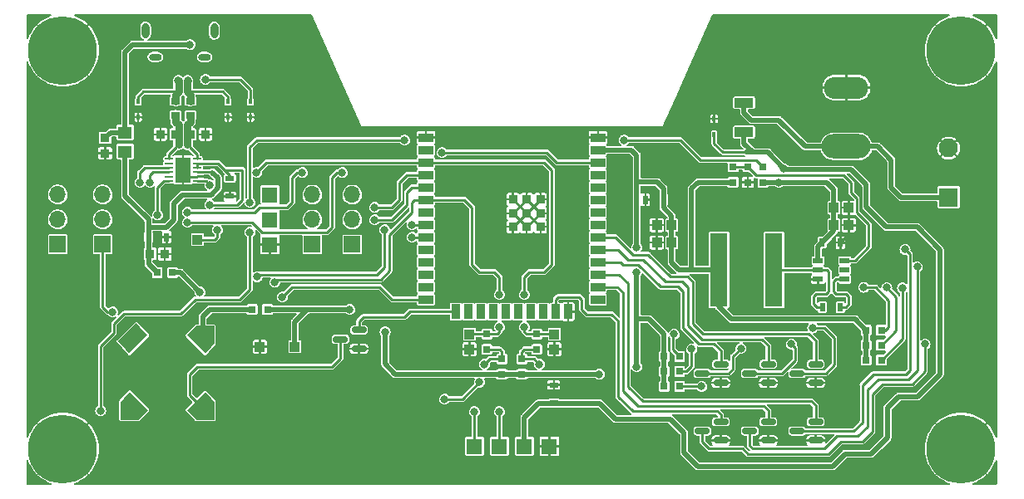
<source format=gbl>
G04 #@! TF.GenerationSoftware,KiCad,Pcbnew,(6.0.7)*
G04 #@! TF.CreationDate,2023-03-18T00:07:20-06:00*
G04 #@! TF.ProjectId,Base Station,42617365-2053-4746-9174-696f6e2e6b69,1.2*
G04 #@! TF.SameCoordinates,Original*
G04 #@! TF.FileFunction,Copper,L2,Bot*
G04 #@! TF.FilePolarity,Positive*
%FSLAX46Y46*%
G04 Gerber Fmt 4.6, Leading zero omitted, Abs format (unit mm)*
G04 Created by KiCad (PCBNEW (6.0.7)) date 2023-03-18 00:07:20*
%MOMM*%
%LPD*%
G01*
G04 APERTURE LIST*
G04 Aperture macros list*
%AMRoundRect*
0 Rectangle with rounded corners*
0 $1 Rounding radius*
0 $2 $3 $4 $5 $6 $7 $8 $9 X,Y pos of 4 corners*
0 Add a 4 corners polygon primitive as box body*
4,1,4,$2,$3,$4,$5,$6,$7,$8,$9,$2,$3,0*
0 Add four circle primitives for the rounded corners*
1,1,$1+$1,$2,$3*
1,1,$1+$1,$4,$5*
1,1,$1+$1,$6,$7*
1,1,$1+$1,$8,$9*
0 Add four rect primitives between the rounded corners*
20,1,$1+$1,$2,$3,$4,$5,0*
20,1,$1+$1,$4,$5,$6,$7,0*
20,1,$1+$1,$6,$7,$8,$9,0*
20,1,$1+$1,$8,$9,$2,$3,0*%
%AMFreePoly0*
4,1,32,-0.246202,1.644849,-0.244481,1.644190,-0.244452,1.644124,-0.244384,1.644096,1.594095,-0.194384,1.594794,-0.196071,1.595559,-0.197785,1.595533,-0.197854,1.595560,-0.197920,1.594864,-0.199600,1.594190,-0.201359,0.692110,-1.153439,0.692044,-1.153468,0.692016,-1.153536,0.690313,-1.154241,0.688615,-1.154999,0.688546,-1.154973,0.688480,-1.155000,-1.150000,-1.155000,-1.153536,-1.153536,
-1.155000,-1.150000,-1.155000,0.688480,-1.154296,0.690181,-1.153630,0.691919,-0.251549,1.643999,-0.251484,1.644028,-0.251456,1.644096,-0.249731,1.644810,-0.248055,1.645559,-0.247987,1.645533,-0.247920,1.645561,-0.246202,1.644849,-0.246202,1.644849,$1*%
%AMFreePoly1*
4,1,32,0.688546,1.154973,0.688615,1.154999,0.690313,1.154241,0.692016,1.153536,0.692044,1.153468,0.692110,1.153439,1.594190,0.201359,1.594864,0.199600,1.595560,0.197920,1.595533,0.197854,1.595559,0.197785,1.594794,0.196071,1.594095,0.194384,-0.244384,-1.644096,-0.244452,-1.644124,-0.244481,-1.644190,-0.246202,-1.644849,-0.247920,-1.645561,-0.247987,-1.645533,-0.248055,-1.645559,
-0.249731,-1.644810,-0.251456,-1.644096,-0.251484,-1.644028,-0.251549,-1.643999,-1.153630,-0.691919,-1.154296,-0.690181,-1.155000,-0.688480,-1.155000,1.150000,-1.153536,1.153536,-1.150000,1.155000,0.688480,1.155000,0.688546,1.154973,0.688546,1.154973,$1*%
%AMFreePoly2*
4,1,32,1.153536,1.153536,1.155000,1.150000,1.155000,-0.688480,1.154296,-0.690181,1.153630,-0.691919,0.251550,-1.643999,0.251482,-1.644029,0.251455,-1.644095,0.249776,-1.644791,0.248055,-1.645559,0.247986,-1.645533,0.247920,-1.645560,0.246234,-1.644862,0.244481,-1.644190,0.244451,-1.644123,0.244384,-1.644095,-1.594096,0.194384,-1.594808,0.196102,-1.595559,0.197785,-1.595533,0.197853,
-1.595561,0.197920,-1.594849,0.199638,-1.594190,0.201359,-0.692109,1.153439,-0.692044,1.153468,-0.692016,1.153536,-0.690307,1.154244,-0.688615,1.154999,-0.688546,1.154973,-0.688480,1.155000,1.150000,1.155000,1.153536,1.153536,1.153536,1.153536,$1*%
%AMFreePoly3*
4,1,37,0.398023,1.495517,0.398128,1.495556,0.399791,1.494784,0.401455,1.494095,0.401497,1.493993,0.401599,1.493946,1.553680,0.241865,1.554310,0.240145,1.555000,0.238480,1.554957,0.238377,1.554996,0.238272,1.554225,0.236608,1.553535,0.234944,-0.284944,-1.603536,-0.285047,-1.603579,-0.285094,-1.603680,-0.286794,-1.604303,-0.288480,-1.605001,-0.288584,-1.604958,-0.288688,-1.604996,
-0.290327,-1.604236,-0.292016,-1.603536,-0.292059,-1.603432,-0.292159,-1.603386,-1.444239,-0.351306,-1.444858,-0.349617,-1.445561,-0.347920,-1.445518,-0.347816,-1.445556,-0.347712,-1.444796,-0.346073,-1.444096,-0.344384,0.394384,1.494095,0.394487,1.494138,0.394534,1.494239,0.396244,1.494866,0.397920,1.495560,0.398023,1.495517,0.398023,1.495517,$1*%
G04 Aperture macros list end*
G04 #@! TA.AperFunction,SMDPad,CuDef*
%ADD10R,0.900000X0.650000*%
G04 #@! TD*
G04 #@! TA.AperFunction,SMDPad,CuDef*
%ADD11R,1.020000X1.000000*%
G04 #@! TD*
G04 #@! TA.AperFunction,SMDPad,CuDef*
%ADD12R,1.000000X1.020000*%
G04 #@! TD*
G04 #@! TA.AperFunction,ComponentPad*
%ADD13C,7.000000*%
G04 #@! TD*
G04 #@! TA.AperFunction,ComponentPad*
%ADD14O,5.000000X2.500000*%
G04 #@! TD*
G04 #@! TA.AperFunction,ComponentPad*
%ADD15O,4.500000X2.250000*%
G04 #@! TD*
G04 #@! TA.AperFunction,ComponentPad*
%ADD16O,0.775000X1.550000*%
G04 #@! TD*
G04 #@! TA.AperFunction,ComponentPad*
%ADD17O,1.300000X0.650000*%
G04 #@! TD*
G04 #@! TA.AperFunction,ComponentPad*
%ADD18R,1.605000X1.605000*%
G04 #@! TD*
G04 #@! TA.AperFunction,ComponentPad*
%ADD19R,1.700000X1.700000*%
G04 #@! TD*
G04 #@! TA.AperFunction,ComponentPad*
%ADD20O,1.700000X1.700000*%
G04 #@! TD*
G04 #@! TA.AperFunction,ComponentPad*
%ADD21R,1.950000X1.950000*%
G04 #@! TD*
G04 #@! TA.AperFunction,ComponentPad*
%ADD22C,1.950000*%
G04 #@! TD*
G04 #@! TA.AperFunction,SMDPad,CuDef*
%ADD23R,0.755599X0.799998*%
G04 #@! TD*
G04 #@! TA.AperFunction,SMDPad,CuDef*
%ADD24R,0.799998X0.755599*%
G04 #@! TD*
G04 #@! TA.AperFunction,SMDPad,CuDef*
%ADD25R,0.558800X0.889000*%
G04 #@! TD*
G04 #@! TA.AperFunction,SMDPad,CuDef*
%ADD26R,0.355600X0.508000*%
G04 #@! TD*
G04 #@! TA.AperFunction,SMDPad,CuDef*
%ADD27R,1.000000X1.000000*%
G04 #@! TD*
G04 #@! TA.AperFunction,SMDPad,CuDef*
%ADD28RoundRect,0.150000X0.587500X0.150000X-0.587500X0.150000X-0.587500X-0.150000X0.587500X-0.150000X0*%
G04 #@! TD*
G04 #@! TA.AperFunction,SMDPad,CuDef*
%ADD29R,0.890000X0.930000*%
G04 #@! TD*
G04 #@! TA.AperFunction,SMDPad,CuDef*
%ADD30O,0.850000X0.250000*%
G04 #@! TD*
G04 #@! TA.AperFunction,SMDPad,CuDef*
%ADD31R,1.650000X2.550000*%
G04 #@! TD*
G04 #@! TA.AperFunction,SMDPad,CuDef*
%ADD32R,0.889000X0.558800*%
G04 #@! TD*
G04 #@! TA.AperFunction,SMDPad,CuDef*
%ADD33R,1.470000X1.285000*%
G04 #@! TD*
G04 #@! TA.AperFunction,SMDPad,CuDef*
%ADD34R,0.970000X0.900000*%
G04 #@! TD*
G04 #@! TA.AperFunction,SMDPad,CuDef*
%ADD35R,1.905000X0.990600*%
G04 #@! TD*
G04 #@! TA.AperFunction,SMDPad,CuDef*
%ADD36FreePoly0,180.000000*%
G04 #@! TD*
G04 #@! TA.AperFunction,SMDPad,CuDef*
%ADD37FreePoly1,180.000000*%
G04 #@! TD*
G04 #@! TA.AperFunction,SMDPad,CuDef*
%ADD38FreePoly2,180.000000*%
G04 #@! TD*
G04 #@! TA.AperFunction,SMDPad,CuDef*
%ADD39FreePoly3,180.000000*%
G04 #@! TD*
G04 #@! TA.AperFunction,SMDPad,CuDef*
%ADD40R,1.790700X7.493000*%
G04 #@! TD*
G04 #@! TA.AperFunction,SMDPad,CuDef*
%ADD41R,1.003300X0.558800*%
G04 #@! TD*
G04 #@! TA.AperFunction,SMDPad,CuDef*
%ADD42R,1.500000X0.900000*%
G04 #@! TD*
G04 #@! TA.AperFunction,SMDPad,CuDef*
%ADD43R,0.900000X1.500000*%
G04 #@! TD*
G04 #@! TA.AperFunction,SMDPad,CuDef*
%ADD44R,0.900000X0.900000*%
G04 #@! TD*
G04 #@! TA.AperFunction,SMDPad,CuDef*
%ADD45R,0.960000X0.970000*%
G04 #@! TD*
G04 #@! TA.AperFunction,ViaPad*
%ADD46C,0.800000*%
G04 #@! TD*
G04 #@! TA.AperFunction,Conductor*
%ADD47C,0.250000*%
G04 #@! TD*
G04 #@! TA.AperFunction,Conductor*
%ADD48C,0.500000*%
G04 #@! TD*
G04 #@! TA.AperFunction,Conductor*
%ADD49C,0.762000*%
G04 #@! TD*
G04 APERTURE END LIST*
D10*
X119961400Y-87654000D03*
X119961400Y-86204000D03*
X121434600Y-87654000D03*
X121434600Y-86204000D03*
D11*
X149860000Y-109985000D03*
X149860000Y-111503000D03*
X158496000Y-109985000D03*
X158496000Y-111503000D03*
D12*
X170434000Y-100643001D03*
X168916000Y-100643001D03*
X168916000Y-98865001D03*
X170434000Y-98865001D03*
X186940650Y-98865001D03*
X188458650Y-98865001D03*
X186940650Y-97087001D03*
X188458650Y-97087001D03*
D13*
X108458000Y-121666000D03*
D14*
X188214000Y-90836000D03*
D15*
X188214000Y-84836000D03*
D13*
X108458000Y-81026000D03*
X199898000Y-121666000D03*
D16*
X123896000Y-79017500D03*
D17*
X122896000Y-81717500D03*
X117896000Y-81717500D03*
D16*
X116896000Y-79017500D03*
D18*
X129540000Y-100838000D03*
X129540000Y-98298000D03*
X129540000Y-95758000D03*
D19*
X112522000Y-100808000D03*
D20*
X112522000Y-98268000D03*
X112522000Y-95728000D03*
D19*
X107950000Y-100808000D03*
D20*
X107950000Y-98268000D03*
X107950000Y-95728000D03*
D13*
X199898000Y-81026000D03*
D19*
X137922000Y-100823000D03*
D20*
X137922000Y-98283000D03*
X137922000Y-95743000D03*
D21*
X198628000Y-96012000D03*
D22*
X198628000Y-91012000D03*
D19*
X133858000Y-100823000D03*
D20*
X133858000Y-98283000D03*
X133858000Y-95743000D03*
D23*
X118079201Y-103708000D03*
X119634799Y-103708000D03*
D24*
X151638000Y-111521799D03*
X151638000Y-109966201D03*
X156718000Y-111521799D03*
X156718000Y-109966201D03*
D25*
X117182900Y-100076000D03*
X119037100Y-100076000D03*
D26*
X127556000Y-86255900D03*
X127556000Y-87856100D03*
D24*
X179724050Y-94487800D03*
X179724050Y-92932202D03*
D25*
X169600350Y-96266000D03*
X167746150Y-96266000D03*
D27*
X122174000Y-100330000D03*
D28*
X185087500Y-113029201D03*
X185087500Y-114929201D03*
X183212500Y-113979201D03*
D29*
X119946800Y-89596000D03*
X118406800Y-89596000D03*
D28*
X180261500Y-118907001D03*
X180261500Y-120807001D03*
X178386500Y-119857001D03*
D23*
X190230201Y-109585001D03*
X191785799Y-109585001D03*
X129301799Y-107442000D03*
X127746201Y-107442000D03*
D28*
X138605500Y-109540000D03*
X138605500Y-111440000D03*
X136730500Y-110490000D03*
D30*
X122150800Y-92093000D03*
X122150800Y-92543000D03*
X122150800Y-92993000D03*
X122150800Y-93443000D03*
X122150800Y-93893000D03*
X122150800Y-94343000D03*
X119250800Y-94343000D03*
X119250800Y-93893000D03*
X119250800Y-93443000D03*
X119250800Y-92993000D03*
X119250800Y-92543000D03*
X119250800Y-92093000D03*
D31*
X120700800Y-93218000D03*
D23*
X169672000Y-113776001D03*
X171227598Y-113776001D03*
D32*
X158436500Y-117005100D03*
X158436500Y-115150900D03*
D28*
X175435500Y-113029201D03*
X175435500Y-114929201D03*
X173560500Y-113979201D03*
X175435500Y-118907001D03*
X175435500Y-120807001D03*
X173560500Y-119857001D03*
D23*
X190230201Y-112633001D03*
X191785799Y-112633001D03*
D24*
X153162000Y-114061799D03*
X153162000Y-112506201D03*
D33*
X114808000Y-91354000D03*
X114808000Y-89408000D03*
D34*
X112776000Y-89961000D03*
X112776000Y-91531000D03*
D26*
X125270000Y-86255900D03*
X125270000Y-87856100D03*
D25*
X187617100Y-107247001D03*
X185762900Y-107247001D03*
D23*
X190230201Y-111109001D03*
X191785799Y-111109001D03*
D26*
X174752000Y-89611200D03*
X174752000Y-88011000D03*
D27*
X132080000Y-111252000D03*
D28*
X180261500Y-113029201D03*
X180261500Y-114929201D03*
X178386500Y-113979201D03*
D35*
X177800000Y-86372700D03*
X177800000Y-89369900D03*
D26*
X116126000Y-86255900D03*
X116126000Y-87856100D03*
D18*
X157988000Y-121412000D03*
X155448000Y-121412000D03*
X152908000Y-121412000D03*
X150368000Y-121412000D03*
D25*
X185756550Y-100643001D03*
X187610750Y-100643001D03*
D27*
X128524000Y-111252000D03*
D36*
X122703750Y-110315000D03*
D37*
X122703750Y-117515000D03*
D38*
X115503750Y-117515000D03*
D39*
X115653750Y-110465000D03*
D29*
X121448000Y-89596000D03*
X122988000Y-89596000D03*
D40*
X180848000Y-103437001D03*
X175247300Y-103437001D03*
D41*
X185331100Y-104387002D03*
X185331100Y-103437001D03*
X185331100Y-102487000D03*
X188036200Y-102487000D03*
X188036200Y-103437001D03*
X188036200Y-104387002D03*
D23*
X169672000Y-112252001D03*
X171227598Y-112252001D03*
D24*
X178200050Y-92932202D03*
X178200050Y-94487800D03*
D42*
X162928000Y-89916000D03*
X162928000Y-91186000D03*
X162928000Y-92456000D03*
X162928000Y-93726000D03*
X162928000Y-94996000D03*
X162928000Y-96266000D03*
X162928000Y-97536000D03*
X162928000Y-98806000D03*
X162928000Y-100076000D03*
X162928000Y-101346000D03*
X162928000Y-102616000D03*
X162928000Y-103886000D03*
X162928000Y-105156000D03*
X162928000Y-106426000D03*
D43*
X159893000Y-107676000D03*
X158623000Y-107676000D03*
X157353000Y-107676000D03*
X156083000Y-107676000D03*
X154813000Y-107676000D03*
X153543000Y-107676000D03*
X152273000Y-107676000D03*
X151003000Y-107676000D03*
X149733000Y-107676000D03*
X148463000Y-107676000D03*
D42*
X145428000Y-106426000D03*
X145428000Y-105156000D03*
X145428000Y-103886000D03*
X145428000Y-102616000D03*
X145428000Y-101346000D03*
X145428000Y-100076000D03*
X145428000Y-98806000D03*
X145428000Y-97536000D03*
X145428000Y-96266000D03*
X145428000Y-94996000D03*
X145428000Y-93726000D03*
X145428000Y-92456000D03*
X145428000Y-91186000D03*
X145428000Y-89916000D03*
D44*
X157078000Y-96236000D03*
X155678000Y-96236000D03*
X154278000Y-96236000D03*
X157078000Y-97636000D03*
X155678000Y-97636000D03*
X154278000Y-97636000D03*
X157078000Y-99036000D03*
X155678000Y-99036000D03*
X154278000Y-99036000D03*
D24*
X176676050Y-94487800D03*
X176676050Y-92932202D03*
D28*
X185087500Y-118907001D03*
X185087500Y-120807001D03*
X183212500Y-119857001D03*
D32*
X125476000Y-94068900D03*
X125476000Y-95923100D03*
D23*
X169672000Y-115300001D03*
X171227598Y-115300001D03*
D24*
X155194000Y-114061799D03*
X155194000Y-112506201D03*
D45*
X117340000Y-101795000D03*
X118850000Y-101795000D03*
D46*
X119380000Y-117094000D03*
X137668000Y-91440000D03*
X134620000Y-103124000D03*
X137668000Y-107442000D03*
X166878000Y-113284000D03*
X163068000Y-114046000D03*
X166878000Y-101092000D03*
X166837359Y-103672641D03*
X141272000Y-109728000D03*
X151638000Y-96266000D03*
X129540000Y-86360000D03*
X130048000Y-122936000D03*
X188468000Y-109712001D03*
X194170000Y-118618000D03*
X174104000Y-96266000D03*
X110236000Y-93218000D03*
X129540000Y-120142000D03*
X162560000Y-111760000D03*
X165608000Y-96266000D03*
X127622000Y-80010000D03*
X160020000Y-89408000D03*
X169278000Y-106680000D03*
X182626000Y-86360000D03*
X187312000Y-118110000D03*
X146558000Y-115316000D03*
X190500000Y-106680000D03*
X132080000Y-88900000D03*
X139814000Y-117348000D03*
X153924000Y-124206000D03*
X190360000Y-124460000D03*
X125476000Y-94996000D03*
X181991000Y-97012001D03*
X146418000Y-120650000D03*
X107302000Y-114300000D03*
X109728000Y-87376000D03*
X192532000Y-97028000D03*
X116634000Y-83246000D03*
X135128000Y-87376000D03*
X160068000Y-118298000D03*
X150368000Y-105156000D03*
X124460000Y-102870000D03*
X188468000Y-114792001D03*
X124254000Y-83246000D03*
X192278000Y-116062001D03*
X159258000Y-93726000D03*
X189230000Y-100184498D03*
X178047650Y-103437001D03*
X152908000Y-89408000D03*
X143510000Y-102616000D03*
X125222000Y-112522000D03*
X130048000Y-91440000D03*
X149098000Y-101346000D03*
X121780000Y-122174000D03*
X180848000Y-79756000D03*
X119380000Y-95250000D03*
X191122000Y-87630000D03*
X147828000Y-98806000D03*
X147320000Y-102362000D03*
X148590000Y-105664000D03*
X160528000Y-96266000D03*
X155448000Y-101346000D03*
X176136000Y-109220000D03*
X117602000Y-86360000D03*
X187566000Y-81280000D03*
X170180000Y-120904000D03*
X123698000Y-86360000D03*
X160528000Y-101346000D03*
X130048000Y-82296000D03*
X172212000Y-88900000D03*
X124714000Y-90932000D03*
X118872000Y-112776000D03*
X154940000Y-116840000D03*
X175768000Y-98282001D03*
X199758000Y-103632000D03*
X152908000Y-102616000D03*
X189823100Y-99298001D03*
X176136000Y-111252000D03*
X150368000Y-93472000D03*
X180200000Y-124460000D03*
X154178000Y-93726000D03*
X134620000Y-106426000D03*
X167754000Y-97536000D03*
X175768000Y-82296000D03*
X134734000Y-110236000D03*
X117396000Y-106868000D03*
X171196000Y-93218000D03*
X141478000Y-104902000D03*
X118666000Y-87884000D03*
X109728000Y-107696000D03*
X122730000Y-87884000D03*
X147828000Y-94996000D03*
X157988000Y-105156000D03*
X159258000Y-103886000D03*
X181610000Y-116078000D03*
X118412000Y-84008000D03*
X116586000Y-90932000D03*
X132588000Y-117856000D03*
X134620000Y-84328000D03*
X181610000Y-111760000D03*
X145542000Y-111760000D03*
X114922000Y-79398500D03*
X140462000Y-102616000D03*
X159258000Y-98806000D03*
X138684000Y-89408000D03*
X140462000Y-107188000D03*
X170040000Y-124460000D03*
X161544000Y-120650000D03*
X151638000Y-100076000D03*
X201168000Y-107696000D03*
X193548000Y-79756000D03*
X187960000Y-95488001D03*
X130302000Y-110490000D03*
X168148000Y-112252001D03*
X181340201Y-94487800D03*
X181864000Y-93108101D03*
X122428000Y-105664000D03*
X177482500Y-111426501D03*
X182626000Y-110982001D03*
X184785000Y-109331001D03*
X170688000Y-109966001D03*
X172466000Y-111490001D03*
X173482000Y-115300001D03*
X196215000Y-110982001D03*
X195415500Y-103108001D03*
X194183000Y-101330001D03*
X193929000Y-105267001D03*
X192327997Y-105224697D03*
X189992000Y-105203501D03*
X150368000Y-117856000D03*
X144005000Y-98806000D03*
X152908000Y-117856000D03*
X144005000Y-100076000D03*
X122984000Y-84008000D03*
X121412000Y-80452000D03*
X117331503Y-94488000D03*
X123444000Y-96774000D03*
X140208000Y-97028000D03*
X116332000Y-94488000D03*
X121158000Y-97536000D03*
X132842000Y-93472000D03*
X140208000Y-98298000D03*
X121158000Y-98552000D03*
X136906000Y-93472000D03*
X118110000Y-97799112D03*
X130048000Y-104648000D03*
X152908000Y-109220000D03*
X152908000Y-105918000D03*
X127508000Y-99568000D03*
X143256000Y-90170000D03*
X127508000Y-96520000D03*
X165608000Y-90170000D03*
X112316000Y-117790000D03*
X121174200Y-84098905D03*
X120221800Y-84098905D03*
X128184900Y-93472000D03*
X155448000Y-109220000D03*
X155448000Y-105918000D03*
X156972000Y-113030000D03*
X147320000Y-116586000D03*
X151384000Y-113030000D03*
X150876000Y-114863699D03*
X141224000Y-99314000D03*
X128239970Y-104119980D03*
X147066000Y-91440000D03*
X113538000Y-107696000D03*
X130810000Y-106172000D03*
X123444000Y-94742000D03*
X124206000Y-99314000D03*
D47*
X122150800Y-93893000D02*
X121375800Y-93893000D01*
X122174000Y-113284000D02*
X135890000Y-113284000D01*
X135890000Y-113284000D02*
X136730500Y-112443500D01*
X121386000Y-114072000D02*
X122174000Y-113284000D01*
X121386000Y-116197250D02*
X121386000Y-114072000D01*
X136730500Y-112443500D02*
X136730500Y-110490000D01*
X122703750Y-117515000D02*
X121386000Y-116197250D01*
X143784000Y-107676000D02*
X148463000Y-107676000D01*
X143256000Y-108204000D02*
X143784000Y-107676000D01*
X139065000Y-108204000D02*
X143256000Y-108204000D01*
X138605500Y-108663500D02*
X139065000Y-108204000D01*
X138605500Y-109540000D02*
X138605500Y-108663500D01*
D48*
X132080000Y-108712000D02*
X132080000Y-111252000D01*
X169672000Y-112252001D02*
X169672000Y-109966001D01*
X166878000Y-91694000D02*
X166878000Y-101092000D01*
X170434000Y-102675001D02*
X170434000Y-100643001D01*
X153162000Y-114061799D02*
X155194000Y-114061799D01*
X169600350Y-95139151D02*
X169600350Y-97087001D01*
X170434000Y-97920651D02*
X169600350Y-97087001D01*
X166878000Y-94472001D02*
X168933200Y-94472001D01*
X170434000Y-98865001D02*
X170434000Y-97920651D01*
X175247300Y-107159301D02*
X176530000Y-108442001D01*
X171196000Y-103437001D02*
X170434000Y-102675001D01*
X133350000Y-107442000D02*
X137668000Y-107442000D01*
X166878000Y-103713282D02*
X166878000Y-113284000D01*
X176676050Y-94487800D02*
X173119526Y-94487800D01*
X163052201Y-114061799D02*
X155194000Y-114061799D01*
X190230201Y-111109001D02*
X190230201Y-112633001D01*
X189087201Y-108442001D02*
X190230201Y-109585001D01*
X190230201Y-109585001D02*
X190230201Y-111109001D01*
X166370000Y-91186000D02*
X162928000Y-91186000D01*
X169672000Y-112252001D02*
X169672000Y-115300001D01*
X133350000Y-107442000D02*
X132080000Y-108712000D01*
X169672000Y-109966001D02*
X168148000Y-108442001D01*
X175247300Y-103437001D02*
X175247300Y-107159301D01*
X168933200Y-94472001D02*
X169600350Y-95139151D01*
X141272000Y-109728000D02*
X141272000Y-113014500D01*
X172391000Y-103437001D02*
X171196000Y-103437001D01*
X133350000Y-107442000D02*
X129301799Y-107442000D01*
X172466000Y-103362001D02*
X172391000Y-103437001D01*
X172391000Y-103437001D02*
X175247300Y-103437001D01*
X173119526Y-94487800D02*
X172466000Y-95141326D01*
X166878000Y-91694000D02*
X166370000Y-91186000D01*
X142319299Y-114061799D02*
X153162000Y-114061799D01*
X166837359Y-103672641D02*
X166878000Y-103713282D01*
X170434000Y-100643001D02*
X170434000Y-98865001D01*
X172466000Y-95141326D02*
X172466000Y-103362001D01*
X163068000Y-114046000D02*
X163052201Y-114061799D01*
X168148000Y-108442001D02*
X166878000Y-108442001D01*
X141272000Y-113014500D02*
X142319299Y-114061799D01*
X176530000Y-108442001D02*
X189087201Y-108442001D01*
D47*
X157078000Y-97636000D02*
X155678000Y-99036000D01*
X155678000Y-97636000D02*
X157078000Y-96236000D01*
X155678000Y-99036000D02*
X154278000Y-97636000D01*
X155678000Y-97636000D02*
X154278000Y-99036000D01*
X188771497Y-100643001D02*
X189230000Y-100184498D01*
X187610750Y-100643001D02*
X188771497Y-100643001D01*
X188458650Y-95986651D02*
X187960000Y-95488001D01*
X188458650Y-98865001D02*
X189390100Y-98865001D01*
X188458650Y-97087001D02*
X188458650Y-95986651D01*
X155678000Y-96236000D02*
X154278000Y-97636000D01*
X188458650Y-99795101D02*
X187610750Y-100643001D01*
X189390100Y-98865001D02*
X189823100Y-99298001D01*
X188458650Y-98865001D02*
X188458650Y-99795101D01*
X157078000Y-99036000D02*
X155678000Y-97636000D01*
X155678000Y-97636000D02*
X154278000Y-96236000D01*
X188458650Y-97087001D02*
X188458650Y-98865001D01*
X157078000Y-97636000D02*
X155678000Y-96236000D01*
D48*
X186940650Y-97087001D02*
X186940650Y-98865001D01*
X163141600Y-117053600D02*
X156872400Y-117053600D01*
X171704000Y-122060000D02*
X171704000Y-120028000D01*
X177800000Y-90532002D02*
X178691999Y-91424001D01*
X186940650Y-98865001D02*
X186940650Y-99458901D01*
X190754000Y-122174000D02*
X188074000Y-122174000D01*
X193548000Y-116332000D02*
X192392000Y-117488000D01*
X171704000Y-120028000D02*
X170294000Y-118618000D01*
X164706000Y-118618000D02*
X163141600Y-117053600D01*
X186940650Y-97087001D02*
X186940650Y-95230651D01*
X185331100Y-101068451D02*
X185756550Y-100643001D01*
X181864000Y-93083001D02*
X181864000Y-93108101D01*
X178691999Y-91424001D02*
X178054000Y-91424001D01*
D47*
X174752000Y-90514100D02*
X174752000Y-89611200D01*
D48*
X190246000Y-97012001D02*
X192278000Y-99044001D01*
X155448000Y-118478000D02*
X155448000Y-121412000D01*
X156872400Y-117053600D02*
X155448000Y-118478000D01*
X186804000Y-123444000D02*
X173088000Y-123444000D01*
X173088000Y-123444000D02*
X171704000Y-122060000D01*
X197726000Y-101346000D02*
X197726000Y-114046000D01*
X190246000Y-94726001D02*
X190246000Y-97012001D01*
X197726000Y-114046000D02*
X195440000Y-116332000D01*
X188074000Y-122174000D02*
X186804000Y-123444000D01*
D47*
X174752000Y-90514100D02*
X175661901Y-91424001D01*
D48*
X195424001Y-99044001D02*
X197726000Y-101346000D01*
X179724050Y-94487800D02*
X181340201Y-94487800D01*
X185331100Y-102487000D02*
X185331100Y-101068451D01*
X181340201Y-94487800D02*
X186197799Y-94487800D01*
X195440000Y-116332000D02*
X193548000Y-116332000D01*
D47*
X175661901Y-91424001D02*
X178054000Y-91424001D01*
D48*
X178691999Y-91424001D02*
X180205000Y-91424001D01*
X186940650Y-99458901D02*
X185756550Y-100643001D01*
X181864000Y-93202001D02*
X188722000Y-93202001D01*
X192392000Y-120536000D02*
X190754000Y-122174000D01*
X180205000Y-91424001D02*
X181864000Y-93083001D01*
X177800000Y-89369900D02*
X177800000Y-90532002D01*
X186197799Y-94487800D02*
X186940650Y-95230651D01*
X192278000Y-99044001D02*
X195424001Y-99044001D01*
X192392000Y-117488000D02*
X192392000Y-120536000D01*
X188722000Y-93202001D02*
X190246000Y-94726001D01*
X170294000Y-118618000D02*
X164706000Y-118618000D01*
D47*
X184912000Y-106156001D02*
X185166000Y-105902001D01*
X186436000Y-105648001D02*
X186436000Y-103616001D01*
X185331100Y-103437001D02*
X180848000Y-103437001D01*
X185166000Y-105902001D02*
X186182000Y-105902001D01*
X186182000Y-105902001D02*
X186436000Y-105648001D01*
X186436000Y-103616001D02*
X186257000Y-103437001D01*
X186257000Y-103437001D02*
X185331100Y-103437001D01*
X185762900Y-107247001D02*
X185241000Y-107247001D01*
X185241000Y-107247001D02*
X184912000Y-106918001D01*
X184912000Y-106918001D02*
X184912000Y-106156001D01*
X122150800Y-93443000D02*
X123669000Y-93443000D01*
D48*
X119748000Y-98298000D02*
X119748000Y-96660000D01*
X117182900Y-102811699D02*
X118079201Y-103708000D01*
X117182900Y-98272900D02*
X117182900Y-100076000D01*
X120650000Y-95758000D02*
X123562765Y-95758000D01*
X123562765Y-95758000D02*
X124246400Y-95074365D01*
X117182900Y-99060000D02*
X118986000Y-99060000D01*
X124246400Y-94020400D02*
X123698000Y-93472000D01*
X119748000Y-96660000D02*
X120650000Y-95758000D01*
X124246400Y-95074365D02*
X124246400Y-94020400D01*
X117182900Y-100076000D02*
X117182900Y-102811699D01*
X118986000Y-99060000D02*
X119748000Y-98298000D01*
X114808000Y-95898000D02*
X117182900Y-98272900D01*
X114808000Y-91354000D02*
X114808000Y-95898000D01*
D49*
X120240800Y-88608401D02*
X120240800Y-90670429D01*
D47*
X119246000Y-92093000D02*
X119246000Y-91667262D01*
X119246000Y-91667262D02*
X119988337Y-90924925D01*
D49*
X119961400Y-87654000D02*
X119961400Y-88329001D01*
X119961400Y-88329001D02*
X120240800Y-88608401D01*
D48*
X120472000Y-103708000D02*
X119634799Y-103708000D01*
X122428000Y-105664000D02*
X120472000Y-103708000D01*
D47*
X176657000Y-113522001D02*
X176199800Y-113979201D01*
X177482500Y-111426501D02*
X176657000Y-112252001D01*
X176199800Y-113979201D02*
X173560500Y-113979201D01*
X176657000Y-112252001D02*
X176657000Y-113522001D01*
X178386500Y-113979201D02*
X181660800Y-113979201D01*
X183007000Y-112633001D02*
X181660800Y-113979201D01*
X183007000Y-111363001D02*
X182626000Y-110982001D01*
X183007000Y-112633001D02*
X183007000Y-111363001D01*
X184785000Y-109331001D02*
X185976000Y-109331001D01*
X186992000Y-113089952D02*
X186102751Y-113979201D01*
X185976000Y-109331001D02*
X186992000Y-110347001D01*
X186992000Y-110347001D02*
X186992000Y-113089952D01*
X186102751Y-113979201D02*
X183212500Y-113979201D01*
X170688000Y-109966001D02*
X170561000Y-110093001D01*
X170561000Y-110093001D02*
X170561000Y-111585403D01*
X170561000Y-111585403D02*
X171227598Y-112252001D01*
X172466000Y-113268001D02*
X172466000Y-111490001D01*
X171958000Y-113776001D02*
X172466000Y-113268001D01*
X171227598Y-113776001D02*
X171958000Y-113776001D01*
X173482000Y-115300001D02*
X171227598Y-115300001D01*
X196215000Y-113779000D02*
X194932000Y-115062000D01*
X173560500Y-120966501D02*
X173560500Y-119857001D01*
X190868000Y-116078000D02*
X190868000Y-119888000D01*
X186423000Y-122174000D02*
X178168000Y-122174000D01*
X187693000Y-120904000D02*
X186423000Y-122174000D01*
X177644001Y-121650001D02*
X174244000Y-121650001D01*
X174244000Y-121650001D02*
X173560500Y-120966501D01*
X189852000Y-120904000D02*
X187693000Y-120904000D01*
X191884000Y-115062000D02*
X190868000Y-116078000D01*
X194932000Y-115062000D02*
X191884000Y-115062000D01*
X190868000Y-119888000D02*
X189852000Y-120904000D01*
X178168000Y-122174000D02*
X177644001Y-121650001D01*
X196215000Y-110982001D02*
X196215000Y-113779000D01*
X195440000Y-113660606D02*
X194546606Y-114554000D01*
X190360000Y-115632001D02*
X190360000Y-119411001D01*
X185992999Y-121650001D02*
X178674500Y-121650001D01*
X178386500Y-121362001D02*
X178386500Y-119857001D01*
X187262999Y-120380001D02*
X185992999Y-121650001D01*
X191438001Y-114554000D02*
X190360000Y-115632001D01*
X189391000Y-120380001D02*
X187262999Y-120380001D01*
X178674500Y-121650001D02*
X178386500Y-121362001D01*
X195440000Y-103132501D02*
X195440000Y-113660606D01*
X195415500Y-103108001D02*
X195440000Y-103132501D01*
X190360000Y-119411001D02*
X189391000Y-120380001D01*
X194546606Y-114554000D02*
X191438001Y-114554000D01*
X189852000Y-118966500D02*
X188946499Y-119872001D01*
X190962500Y-114046000D02*
X189852000Y-115156500D01*
X194691000Y-101838001D02*
X194691000Y-113649001D01*
X189852000Y-115156500D02*
X189852000Y-118966500D01*
X188946499Y-119872001D02*
X183227500Y-119872001D01*
X194294001Y-114046000D02*
X190962500Y-114046000D01*
X194183000Y-101330001D02*
X194691000Y-101838001D01*
X194691000Y-113649001D02*
X194294001Y-114046000D01*
X193967000Y-110451800D02*
X191785799Y-112633001D01*
X193967000Y-105305001D02*
X193967000Y-110451800D01*
X193929000Y-105267001D02*
X193967000Y-105305001D01*
X192327997Y-105224697D02*
X193294000Y-106190700D01*
X193294000Y-109600800D02*
X191785799Y-111109001D01*
X193294000Y-106190700D02*
X193294000Y-109600800D01*
X191198500Y-105203501D02*
X192517000Y-106522001D01*
X192151000Y-109585001D02*
X191785799Y-109585001D01*
X192517000Y-109219001D02*
X192151000Y-109585001D01*
X189992000Y-105203501D02*
X191198500Y-105203501D01*
X192517000Y-106522001D02*
X192517000Y-109219001D01*
X188468000Y-106918001D02*
X188139000Y-107247001D01*
X186944000Y-104632001D02*
X186944000Y-105648001D01*
X186944000Y-105648001D02*
X187198000Y-105902001D01*
X188036200Y-104387002D02*
X187188999Y-104387002D01*
X188468000Y-106156001D02*
X188468000Y-106918001D01*
X188139000Y-107247001D02*
X187617100Y-107247001D01*
X187198000Y-105902001D02*
X188214000Y-105902001D01*
X187188999Y-104387002D02*
X186944000Y-104632001D01*
X188214000Y-105902001D02*
X188468000Y-106156001D01*
X144005000Y-98806000D02*
X145428000Y-98806000D01*
X150368000Y-117856000D02*
X150368000Y-121412000D01*
X152908000Y-117856000D02*
X152908000Y-121412000D01*
X144005000Y-100076000D02*
X145428000Y-100076000D01*
X166484000Y-101854000D02*
X164706000Y-100076000D01*
X170297676Y-104124001D02*
X168027675Y-101854000D01*
X172056001Y-104124001D02*
X170297676Y-104124001D01*
X168027675Y-101854000D02*
X166484000Y-101854000D01*
X172593000Y-108950001D02*
X172593000Y-104661000D01*
X164706000Y-100076000D02*
X162928000Y-100076000D01*
X184404000Y-109966001D02*
X173609000Y-109966001D01*
X185087500Y-113029201D02*
X185087500Y-110649501D01*
X185087500Y-110649501D02*
X184404000Y-109966001D01*
X172593000Y-104661000D02*
X172056001Y-104124001D01*
X173609000Y-109966001D02*
X172593000Y-108950001D01*
X165976000Y-102362000D02*
X164960000Y-101346000D01*
X180261500Y-111157501D02*
X179593999Y-110490000D01*
X172085000Y-109078397D02*
X172085000Y-105218001D01*
X164960000Y-101346000D02*
X162928000Y-101346000D01*
X169770001Y-104632001D02*
X167500000Y-102362000D01*
X180261500Y-113029201D02*
X180261500Y-111157501D01*
X167500000Y-102362000D02*
X165976000Y-102362000D01*
X179593999Y-110490000D02*
X173496603Y-110490000D01*
X173496603Y-110490000D02*
X172085000Y-109078397D01*
X172085000Y-105218001D02*
X171499000Y-104632001D01*
X171499000Y-104632001D02*
X169770001Y-104632001D01*
X171564000Y-105635001D02*
X171069000Y-105140001D01*
X173228000Y-110982001D02*
X171564000Y-109318001D01*
X174752000Y-110982001D02*
X173228000Y-110982001D01*
X169262001Y-105140001D02*
X166992000Y-102870000D01*
X165214000Y-102616000D02*
X162928000Y-102616000D01*
X165468000Y-102870000D02*
X165214000Y-102616000D01*
X166992000Y-102870000D02*
X165468000Y-102870000D01*
X175435500Y-111665501D02*
X174752000Y-110982001D01*
X175435500Y-113029201D02*
X175435500Y-111665501D01*
X171564000Y-109318001D02*
X171564000Y-105635001D01*
X171069000Y-105140001D02*
X169262001Y-105140001D01*
X165976000Y-104762000D02*
X165976000Y-115316000D01*
X162928000Y-103886000D02*
X165100000Y-103886000D01*
X184658000Y-116824001D02*
X185087500Y-117253501D01*
X167484001Y-116824001D02*
X184658000Y-116824001D01*
X165976000Y-115316000D02*
X167484001Y-116824001D01*
X165100000Y-103886000D02*
X165976000Y-104762000D01*
X185087500Y-117253501D02*
X185087500Y-118907001D01*
X165459600Y-115787997D02*
X167003604Y-117332001D01*
X165459600Y-105711600D02*
X165459600Y-115787997D01*
X179832000Y-117332001D02*
X180261500Y-117761501D01*
X164904000Y-105156000D02*
X165459600Y-105711600D01*
X162928000Y-105156000D02*
X164904000Y-105156000D01*
X167003604Y-117332001D02*
X179832000Y-117332001D01*
X180261500Y-117761501D02*
X180261500Y-118907001D01*
X175084500Y-117840001D02*
X175435500Y-118191001D01*
X161036000Y-106172000D02*
X161290000Y-106426000D01*
X164338000Y-107950000D02*
X164962000Y-108574000D01*
X161290000Y-106426000D02*
X161290000Y-107442000D01*
X161798000Y-107950000D02*
X164338000Y-107950000D01*
X161290000Y-107442000D02*
X161798000Y-107950000D01*
X164962000Y-108574000D02*
X164960000Y-108576000D01*
X175435500Y-118191001D02*
X175435500Y-118907001D01*
X164960000Y-108576000D02*
X164960000Y-116332000D01*
X158877000Y-106172000D02*
X161036000Y-106172000D01*
X166468001Y-117840001D02*
X175084500Y-117840001D01*
X164960000Y-116332000D02*
X166468001Y-117840001D01*
X158623000Y-107676000D02*
X158623000Y-106426000D01*
X158623000Y-106426000D02*
X158877000Y-106172000D01*
X179052849Y-93785001D02*
X178200050Y-92932202D01*
X190500000Y-101076001D02*
X190500000Y-98790001D01*
X178200050Y-92932202D02*
X176676050Y-92932202D01*
X188036200Y-102487000D02*
X189089001Y-102487000D01*
X187960000Y-93785001D02*
X179052849Y-93785001D01*
X190500000Y-98790001D02*
X189283650Y-97573651D01*
X189283650Y-96124651D02*
X188722000Y-95563001D01*
X189089001Y-102487000D02*
X190500000Y-101076001D01*
X189283650Y-97573651D02*
X189283650Y-96124651D01*
X188722000Y-95563001D02*
X188722000Y-94547001D01*
X188722000Y-94547001D02*
X187960000Y-93785001D01*
X126540000Y-84008000D02*
X127556000Y-85024000D01*
X127556000Y-85024000D02*
X127556000Y-86255900D01*
D48*
X121412000Y-80452000D02*
X115570000Y-80452000D01*
X113329000Y-89408000D02*
X112776000Y-89961000D01*
X114808000Y-89408000D02*
X113329000Y-89408000D01*
X114808000Y-81214000D02*
X114808000Y-89408000D01*
X115570000Y-80452000D02*
X114808000Y-81214000D01*
D47*
X122984000Y-84008000D02*
X126540000Y-84008000D01*
X122150800Y-92543000D02*
X124293000Y-92543000D01*
X122150800Y-92543000D02*
X122150800Y-92993000D01*
X117331503Y-94488000D02*
X117331503Y-93742497D01*
X126746000Y-96266000D02*
X126746000Y-93218000D01*
X125476000Y-93726000D02*
X125476000Y-94068900D01*
X126238000Y-96774000D02*
X126746000Y-96266000D01*
X117631000Y-93443000D02*
X119250800Y-93443000D01*
X124293000Y-92543000D02*
X124968000Y-93218000D01*
X124968000Y-93218000D02*
X126746000Y-93218000D01*
X117331503Y-93742497D02*
X117631000Y-93443000D01*
X123444000Y-96774000D02*
X126238000Y-96774000D01*
X124968000Y-93218000D02*
X125476000Y-93726000D01*
D48*
X192786000Y-94996000D02*
X192786000Y-92202000D01*
X178562000Y-88138000D02*
X181356000Y-88138000D01*
X177800000Y-87376000D02*
X178562000Y-88138000D01*
X184054000Y-90836000D02*
X188214000Y-90836000D01*
X198628000Y-96012000D02*
X193802000Y-96012000D01*
X191420000Y-90836000D02*
X188214000Y-90836000D01*
X192786000Y-92202000D02*
X191420000Y-90836000D01*
X193802000Y-96012000D02*
X192786000Y-94996000D01*
X181356000Y-88138000D02*
X184054000Y-90836000D01*
X177800000Y-86372700D02*
X177800000Y-87376000D01*
D49*
X121434600Y-87654000D02*
X121434600Y-88329001D01*
D47*
X122148000Y-91667168D02*
X121405663Y-90924831D01*
D49*
X121155200Y-88608401D02*
X121155200Y-90670429D01*
X121434600Y-88329001D02*
X121155200Y-88608401D01*
D47*
X122148000Y-92092906D02*
X122148000Y-91667168D01*
X142748000Y-94488000D02*
X143510000Y-93726000D01*
X141986000Y-97028000D02*
X140208000Y-97028000D01*
X143510000Y-93726000D02*
X145428000Y-93726000D01*
X142748000Y-96266000D02*
X142748000Y-94488000D01*
X141986000Y-97028000D02*
X142748000Y-96266000D01*
X131826000Y-96520000D02*
X131318000Y-97028000D01*
X132334000Y-93472000D02*
X131826000Y-93980000D01*
X132842000Y-93472000D02*
X132334000Y-93472000D01*
X131318000Y-97028000D02*
X128524000Y-97028000D01*
X131826000Y-93980000D02*
X131826000Y-96520000D01*
X116332000Y-94488000D02*
X116332000Y-93472000D01*
X128016000Y-97536000D02*
X121158000Y-97536000D01*
X116332000Y-93472000D02*
X116811000Y-92993000D01*
X128524000Y-97028000D02*
X128016000Y-97536000D01*
X116811000Y-92993000D02*
X119250800Y-92993000D01*
X144018000Y-94996000D02*
X143510000Y-95504000D01*
X145428000Y-94996000D02*
X144018000Y-94996000D01*
X141986000Y-98298000D02*
X140208000Y-98298000D01*
X143510000Y-95504000D02*
X143510000Y-96774000D01*
X143510000Y-96774000D02*
X141986000Y-98298000D01*
X135382000Y-99568000D02*
X128778000Y-99568000D01*
X118110000Y-97799112D02*
X118110000Y-94996000D01*
X135890000Y-93980000D02*
X135890000Y-99060000D01*
X127762000Y-98552000D02*
X121158000Y-98552000D01*
X136906000Y-93472000D02*
X136398000Y-93472000D01*
X118110000Y-94996000D02*
X118763000Y-94343000D01*
X135890000Y-99060000D02*
X135382000Y-99568000D01*
X128778000Y-99568000D02*
X127762000Y-98552000D01*
X118763000Y-94343000D02*
X119250800Y-94343000D01*
X136398000Y-93472000D02*
X135890000Y-93980000D01*
X152908000Y-109220000D02*
X152908000Y-109728000D01*
X141732000Y-99822000D02*
X144018000Y-97536000D01*
X144018000Y-96520000D02*
X144272000Y-96266000D01*
X150114000Y-97028000D02*
X149352000Y-96266000D01*
X152669799Y-109966201D02*
X151638000Y-109966201D01*
X130048000Y-104648000D02*
X130302000Y-104394000D01*
X141732000Y-103505000D02*
X141732000Y-99822000D01*
X152908000Y-104140000D02*
X152908000Y-105918000D01*
X140843000Y-104394000D02*
X141732000Y-103505000D01*
X144272000Y-96266000D02*
X145428000Y-96266000D01*
X144018000Y-97536000D02*
X144018000Y-96520000D01*
X130302000Y-104394000D02*
X140843000Y-104394000D01*
X152908000Y-109728000D02*
X152669799Y-109966201D01*
X150114000Y-102870000D02*
X150114000Y-97028000D01*
X150876000Y-103632000D02*
X150114000Y-102870000D01*
X149352000Y-96266000D02*
X145428000Y-96266000D01*
X150876000Y-103632000D02*
X152400000Y-103632000D01*
X151638000Y-109966201D02*
X149878799Y-109966201D01*
X152400000Y-103632000D02*
X152908000Y-104140000D01*
X127508000Y-99568000D02*
X127508000Y-105410000D01*
X127508000Y-105410000D02*
X126492000Y-106426000D01*
X113652000Y-109850000D02*
X112316000Y-111186000D01*
X128215748Y-90170000D02*
X143256000Y-90170000D01*
X171310000Y-90170000D02*
X165608000Y-90170000D01*
X120471305Y-107884000D02*
X114686500Y-107884000D01*
X112316000Y-111186000D02*
X112316000Y-117790000D01*
X178993848Y-92202000D02*
X173342000Y-92202000D01*
X179724050Y-92932202D02*
X178993848Y-92202000D01*
X126492000Y-106426000D02*
X121929305Y-106426000D01*
X127508000Y-90877748D02*
X128215748Y-90170000D01*
X173342000Y-92202000D02*
X171310000Y-90170000D01*
X113652000Y-108918500D02*
X113652000Y-109850000D01*
X127508000Y-96520000D02*
X127508000Y-90877748D01*
X114686500Y-107884000D02*
X113652000Y-108918500D01*
X121929305Y-106426000D02*
X120471305Y-107884000D01*
X125270000Y-85786000D02*
X124733599Y-85249599D01*
X124733599Y-85249599D02*
X121155200Y-85249599D01*
D49*
X121434600Y-86204000D02*
X121434600Y-85528999D01*
X121155200Y-84117905D02*
X121174200Y-84098905D01*
X121155200Y-84820800D02*
X121155200Y-84117905D01*
X121434600Y-85528999D02*
X121155200Y-85249599D01*
X121155200Y-85249599D02*
X121155200Y-84820800D01*
D47*
X125270000Y-86255900D02*
X125270000Y-85786000D01*
D49*
X120240800Y-84117905D02*
X120221800Y-84098905D01*
D47*
X116126000Y-85786000D02*
X116662401Y-85249599D01*
D49*
X119961400Y-86204000D02*
X119961400Y-85528999D01*
X120240800Y-85249599D02*
X120240800Y-84820800D01*
X120240800Y-84820800D02*
X120240800Y-84117905D01*
X119961400Y-85528999D02*
X120240800Y-85249599D01*
D47*
X116126000Y-86255900D02*
X116126000Y-85786000D01*
X116662401Y-85249599D02*
X120240800Y-85249599D01*
X156718000Y-109966201D02*
X158477201Y-109966201D01*
X157480000Y-103632000D02*
X155956000Y-103632000D01*
X155448000Y-109728000D02*
X155448000Y-109220000D01*
X145428000Y-92456000D02*
X157480000Y-92456000D01*
X158242000Y-93218000D02*
X157480000Y-92456000D01*
X158242000Y-93218000D02*
X158242000Y-102870000D01*
X157480000Y-103632000D02*
X158242000Y-102870000D01*
X145428000Y-92456000D02*
X129200900Y-92456000D01*
X155686201Y-109966201D02*
X155448000Y-109728000D01*
X155956000Y-103632000D02*
X155448000Y-104140000D01*
X155686201Y-109966201D02*
X156718000Y-109966201D01*
X129200900Y-92456000D02*
X128184900Y-93472000D01*
X155448000Y-104140000D02*
X155448000Y-105918000D01*
X156448201Y-112506201D02*
X156972000Y-113030000D01*
X156718000Y-111521799D02*
X155432201Y-111521799D01*
X155194000Y-112506201D02*
X156448201Y-112506201D01*
X155432201Y-111521799D02*
X155194000Y-111760000D01*
X155194000Y-111760000D02*
X155194000Y-112506201D01*
X151907799Y-112506201D02*
X153162000Y-112506201D01*
X152923799Y-111521799D02*
X153162000Y-111760000D01*
X150876000Y-114863699D02*
X149153699Y-116586000D01*
X149153699Y-116586000D02*
X147320000Y-116586000D01*
X151384000Y-113030000D02*
X151907799Y-112506201D01*
X151638000Y-111521799D02*
X152923799Y-111521799D01*
X153162000Y-111760000D02*
X153162000Y-112506201D01*
X140462000Y-103886000D02*
X141224000Y-103124000D01*
X157734000Y-91440000D02*
X158750000Y-92456000D01*
X141224000Y-103124000D02*
X141224000Y-99314000D01*
X128473950Y-103886000D02*
X140462000Y-103886000D01*
X128239970Y-104119980D02*
X128473950Y-103886000D01*
X157734000Y-91440000D02*
X147066000Y-91440000D01*
X162928000Y-92456000D02*
X158750000Y-92456000D01*
X140716000Y-105156000D02*
X141986000Y-106426000D01*
X113538000Y-107696000D02*
X113030000Y-107696000D01*
X141986000Y-106426000D02*
X145428000Y-106426000D01*
X113030000Y-107696000D02*
X112522000Y-107188000D01*
X112522000Y-107188000D02*
X112522000Y-100808000D01*
X140716000Y-105156000D02*
X131826000Y-105156000D01*
X131826000Y-105156000D02*
X130810000Y-106172000D01*
X122150800Y-94343000D02*
X123045000Y-94343000D01*
X123045000Y-94343000D02*
X123444000Y-94742000D01*
X124206000Y-99314000D02*
X124206000Y-100076000D01*
X124206000Y-100076000D02*
X123952000Y-100330000D01*
X123952000Y-100330000D02*
X122174000Y-100330000D01*
D48*
X123444000Y-107442000D02*
X127746201Y-107442000D01*
X122703750Y-108182250D02*
X123444000Y-107442000D01*
X122703750Y-110315000D02*
X122703750Y-108182250D01*
G04 #@! TA.AperFunction,Conductor*
G36*
X107294154Y-77386493D02*
G01*
X107319874Y-77431042D01*
X107310941Y-77481700D01*
X107272765Y-77514305D01*
X106951546Y-77637610D01*
X106947955Y-77639208D01*
X106605603Y-77813646D01*
X106602216Y-77815601D01*
X106279976Y-78024866D01*
X106276797Y-78027176D01*
X105978206Y-78268969D01*
X105975279Y-78271605D01*
X105920661Y-78326223D01*
X105916092Y-78336022D01*
X105917697Y-78342013D01*
X108448623Y-80872939D01*
X108458422Y-80877508D01*
X108464413Y-80875903D01*
X110995339Y-78344977D01*
X110999908Y-78335178D01*
X110998303Y-78329187D01*
X110940721Y-78271605D01*
X110937794Y-78268969D01*
X110639203Y-78027176D01*
X110636024Y-78024866D01*
X110313784Y-77815601D01*
X110310397Y-77813646D01*
X109968045Y-77639208D01*
X109964454Y-77637610D01*
X109643235Y-77514305D01*
X109604413Y-77480558D01*
X109596366Y-77429751D01*
X109622859Y-77385659D01*
X109670184Y-77368900D01*
X133709763Y-77368900D01*
X133758101Y-77386493D01*
X133778482Y-77413558D01*
X138782467Y-88672522D01*
X138791017Y-88691760D01*
X138794936Y-88702840D01*
X138797917Y-88713964D01*
X138800913Y-88725147D01*
X138821376Y-88745610D01*
X138826674Y-88751497D01*
X138844873Y-88774001D01*
X138852826Y-88777060D01*
X138858853Y-88783087D01*
X138868414Y-88785649D01*
X138868416Y-88785650D01*
X138886813Y-88790579D01*
X138894347Y-88793030D01*
X138921351Y-88803416D01*
X138931128Y-88801874D01*
X138931129Y-88801874D01*
X138936128Y-88801085D01*
X138944166Y-88799818D01*
X138955879Y-88798900D01*
X169400121Y-88798900D01*
X169411834Y-88799818D01*
X169419872Y-88801085D01*
X169424871Y-88801874D01*
X169424872Y-88801874D01*
X169434649Y-88803416D01*
X169461668Y-88793025D01*
X169469179Y-88790581D01*
X169497147Y-88783087D01*
X169503173Y-88777061D01*
X169511127Y-88774002D01*
X169517351Y-88766305D01*
X169517353Y-88766304D01*
X169529330Y-88751493D01*
X169534628Y-88745606D01*
X169555087Y-88725147D01*
X169558313Y-88713109D01*
X169561063Y-88702843D01*
X169564982Y-88691764D01*
X169747402Y-88281318D01*
X174371000Y-88281318D01*
X174371721Y-88288639D01*
X174381345Y-88337021D01*
X174386905Y-88350444D01*
X174423587Y-88405342D01*
X174433858Y-88415613D01*
X174488756Y-88452295D01*
X174502179Y-88457855D01*
X174550561Y-88467479D01*
X174557882Y-88468200D01*
X174637141Y-88468200D01*
X174647298Y-88464503D01*
X174650400Y-88459131D01*
X174650400Y-88454941D01*
X174853600Y-88454941D01*
X174857297Y-88465098D01*
X174862669Y-88468200D01*
X174946118Y-88468200D01*
X174953439Y-88467479D01*
X175001821Y-88457855D01*
X175015244Y-88452295D01*
X175070142Y-88415613D01*
X175080413Y-88405342D01*
X175117095Y-88350444D01*
X175122655Y-88337021D01*
X175132279Y-88288639D01*
X175133000Y-88281318D01*
X175133000Y-88125859D01*
X175129303Y-88115702D01*
X175123931Y-88112600D01*
X174866859Y-88112600D01*
X174856702Y-88116297D01*
X174853600Y-88121669D01*
X174853600Y-88454941D01*
X174650400Y-88454941D01*
X174650400Y-88125859D01*
X174646703Y-88115702D01*
X174641331Y-88112600D01*
X174384259Y-88112600D01*
X174374102Y-88116297D01*
X174371000Y-88121669D01*
X174371000Y-88281318D01*
X169747402Y-88281318D01*
X169918592Y-87896141D01*
X174371000Y-87896141D01*
X174374697Y-87906298D01*
X174380069Y-87909400D01*
X174637141Y-87909400D01*
X174647298Y-87905703D01*
X174650400Y-87900331D01*
X174650400Y-87896141D01*
X174853600Y-87896141D01*
X174857297Y-87906298D01*
X174862669Y-87909400D01*
X175119741Y-87909400D01*
X175129898Y-87905703D01*
X175133000Y-87900331D01*
X175133000Y-87740682D01*
X175132279Y-87733361D01*
X175122655Y-87684979D01*
X175117095Y-87671556D01*
X175080413Y-87616658D01*
X175070142Y-87606387D01*
X175015244Y-87569705D01*
X175001821Y-87564145D01*
X174953439Y-87554521D01*
X174946118Y-87553800D01*
X174866859Y-87553800D01*
X174856702Y-87557497D01*
X174853600Y-87562869D01*
X174853600Y-87896141D01*
X174650400Y-87896141D01*
X174650400Y-87567059D01*
X174646703Y-87556902D01*
X174641331Y-87553800D01*
X174557882Y-87553800D01*
X174550561Y-87554521D01*
X174502179Y-87564145D01*
X174488756Y-87569705D01*
X174433858Y-87606387D01*
X174423587Y-87616658D01*
X174386905Y-87671556D01*
X174381345Y-87684979D01*
X174371721Y-87733361D01*
X174371000Y-87740682D01*
X174371000Y-87896141D01*
X169918592Y-87896141D01*
X170822502Y-85862343D01*
X176694600Y-85862343D01*
X176694601Y-86883056D01*
X176703472Y-86927658D01*
X176737266Y-86978234D01*
X176743423Y-86982348D01*
X176781683Y-87007913D01*
X176781684Y-87007914D01*
X176787842Y-87012028D01*
X176832443Y-87020900D01*
X177321900Y-87020900D01*
X177370238Y-87038493D01*
X177395958Y-87083042D01*
X177397100Y-87096099D01*
X177397100Y-87439813D01*
X177398929Y-87445441D01*
X177398929Y-87445443D01*
X177405192Y-87464717D01*
X177407947Y-87476193D01*
X177412043Y-87502055D01*
X177414729Y-87507326D01*
X177423931Y-87525386D01*
X177428446Y-87536287D01*
X177434709Y-87555563D01*
X177434711Y-87555567D01*
X177436539Y-87561193D01*
X177451930Y-87582376D01*
X177458094Y-87592435D01*
X177469984Y-87615771D01*
X177560229Y-87706016D01*
X177560231Y-87706017D01*
X178231983Y-88377769D01*
X178231984Y-88377771D01*
X178322229Y-88468016D01*
X178327502Y-88470703D01*
X178327508Y-88470707D01*
X178345563Y-88479906D01*
X178355623Y-88486071D01*
X178372016Y-88497981D01*
X178372019Y-88497982D01*
X178376808Y-88501462D01*
X178387642Y-88504982D01*
X178401715Y-88509555D01*
X178412612Y-88514068D01*
X178435945Y-88525957D01*
X178454428Y-88528884D01*
X178461805Y-88530053D01*
X178473277Y-88532807D01*
X178487418Y-88537401D01*
X178498187Y-88540900D01*
X181157966Y-88540900D01*
X181206304Y-88558493D01*
X181211140Y-88562926D01*
X183723984Y-91075771D01*
X183814229Y-91166016D01*
X183819502Y-91168703D01*
X183819508Y-91168707D01*
X183837567Y-91177908D01*
X183847627Y-91184073D01*
X183868807Y-91199461D01*
X183874433Y-91201289D01*
X183874437Y-91201291D01*
X183893713Y-91207554D01*
X183904614Y-91212069D01*
X183927945Y-91223957D01*
X183933788Y-91224882D01*
X183933790Y-91224883D01*
X183953807Y-91228053D01*
X183965283Y-91230808D01*
X183984557Y-91237071D01*
X183984559Y-91237071D01*
X183990187Y-91238900D01*
X185563590Y-91238900D01*
X185611928Y-91256493D01*
X185633532Y-91286477D01*
X185663624Y-91362674D01*
X185699781Y-91454229D01*
X185702863Y-91462034D01*
X185721779Y-91493207D01*
X185824717Y-91662844D01*
X185824721Y-91662849D01*
X185826373Y-91665572D01*
X185828464Y-91667982D01*
X185828465Y-91667983D01*
X185893993Y-91743497D01*
X185982411Y-91845390D01*
X185984871Y-91847407D01*
X185984872Y-91847408D01*
X186164056Y-91994330D01*
X186166516Y-91996347D01*
X186246216Y-92041715D01*
X186370657Y-92112551D01*
X186370662Y-92112553D01*
X186373423Y-92114125D01*
X186597217Y-92195358D01*
X186600351Y-92195925D01*
X186600352Y-92195925D01*
X186609217Y-92197528D01*
X186831498Y-92237723D01*
X186833962Y-92237839D01*
X186833969Y-92237840D01*
X186855602Y-92238860D01*
X186855612Y-92238860D01*
X186856455Y-92238900D01*
X189523775Y-92238900D01*
X189626721Y-92230165D01*
X189698062Y-92224112D01*
X189698066Y-92224111D01*
X189701228Y-92223843D01*
X189704305Y-92223044D01*
X189704307Y-92223044D01*
X189757391Y-92209266D01*
X189931674Y-92164031D01*
X190148747Y-92066247D01*
X190346241Y-91933286D01*
X190469993Y-91815232D01*
X190516203Y-91771150D01*
X190516204Y-91771149D01*
X190518509Y-91768950D01*
X190660625Y-91577939D01*
X190720838Y-91459508D01*
X190767087Y-91368544D01*
X190767088Y-91368541D01*
X190768526Y-91365713D01*
X190791477Y-91291800D01*
X190822613Y-91250854D01*
X190863294Y-91238900D01*
X191221966Y-91238900D01*
X191270304Y-91256493D01*
X191275140Y-91260926D01*
X192361074Y-92346860D01*
X192382814Y-92393480D01*
X192383100Y-92400034D01*
X192383100Y-95059813D01*
X192384929Y-95065441D01*
X192384929Y-95065443D01*
X192391192Y-95084717D01*
X192393947Y-95096193D01*
X192396310Y-95111110D01*
X192398043Y-95122055D01*
X192405304Y-95136305D01*
X192409931Y-95145386D01*
X192414446Y-95156287D01*
X192420709Y-95175563D01*
X192420711Y-95175567D01*
X192422539Y-95181193D01*
X192432262Y-95194575D01*
X192437930Y-95202376D01*
X192444094Y-95212435D01*
X192455984Y-95235771D01*
X192546229Y-95326016D01*
X192546231Y-95326017D01*
X193471983Y-96251769D01*
X193471984Y-96251771D01*
X193562229Y-96342016D01*
X193585565Y-96353906D01*
X193595623Y-96360070D01*
X193616807Y-96375461D01*
X193622433Y-96377289D01*
X193622437Y-96377291D01*
X193641713Y-96383554D01*
X193652614Y-96388069D01*
X193675945Y-96399957D01*
X193681788Y-96400882D01*
X193681790Y-96400883D01*
X193701807Y-96404053D01*
X193713283Y-96406808D01*
X193732557Y-96413071D01*
X193732559Y-96413071D01*
X193738187Y-96414900D01*
X197424901Y-96414900D01*
X197473239Y-96432493D01*
X197498959Y-96477042D01*
X197500101Y-96490100D01*
X197500101Y-97002056D01*
X197508972Y-97046658D01*
X197542766Y-97097234D01*
X197548923Y-97101348D01*
X197587183Y-97126913D01*
X197587184Y-97126914D01*
X197593342Y-97131028D01*
X197600606Y-97132473D01*
X197631755Y-97138669D01*
X197637943Y-97139900D01*
X198627866Y-97139900D01*
X199618056Y-97139899D01*
X199662658Y-97131028D01*
X199713234Y-97097234D01*
X199726735Y-97077028D01*
X199742913Y-97052817D01*
X199742914Y-97052816D01*
X199747028Y-97046658D01*
X199755900Y-97002057D01*
X199755899Y-95021944D01*
X199747028Y-94977342D01*
X199713234Y-94926766D01*
X199687958Y-94909877D01*
X199668817Y-94897087D01*
X199668816Y-94897086D01*
X199662658Y-94892972D01*
X199652674Y-94890986D01*
X199621682Y-94884821D01*
X199621681Y-94884821D01*
X199618057Y-94884100D01*
X198628134Y-94884100D01*
X197637944Y-94884101D01*
X197593342Y-94892972D01*
X197542766Y-94926766D01*
X197538652Y-94932923D01*
X197515242Y-94967959D01*
X197508972Y-94977342D01*
X197500100Y-95021943D01*
X197500100Y-95533900D01*
X197482507Y-95582238D01*
X197437958Y-95607958D01*
X197424900Y-95609100D01*
X194000034Y-95609100D01*
X193951696Y-95591507D01*
X193946860Y-95587074D01*
X193210926Y-94851140D01*
X193189186Y-94804520D01*
X193188900Y-94797966D01*
X193188900Y-92138187D01*
X193183182Y-92120588D01*
X193180807Y-92113277D01*
X193178053Y-92101805D01*
X193174883Y-92081794D01*
X193173957Y-92075945D01*
X193162068Y-92052612D01*
X193157555Y-92041715D01*
X193151291Y-92022437D01*
X193149462Y-92016808D01*
X193145982Y-92012019D01*
X193145981Y-92012016D01*
X193134071Y-91995623D01*
X193127906Y-91985563D01*
X193118707Y-91967508D01*
X193118703Y-91967502D01*
X193116016Y-91962229D01*
X193070355Y-91916568D01*
X197872347Y-91916568D01*
X197873892Y-91922335D01*
X197880888Y-91929150D01*
X197886227Y-91933473D01*
X198060535Y-92049943D01*
X198066570Y-92053220D01*
X198259190Y-92135976D01*
X198265716Y-92138096D01*
X198470192Y-92184364D01*
X198477002Y-92185260D01*
X198686481Y-92193491D01*
X198693337Y-92193131D01*
X198900812Y-92163050D01*
X198907490Y-92161446D01*
X199106007Y-92094059D01*
X199112275Y-92091268D01*
X199295190Y-91988831D01*
X199300850Y-91984941D01*
X199376044Y-91922403D01*
X199381490Y-91913065D01*
X199380683Y-91908368D01*
X198637377Y-91165061D01*
X198627578Y-91160492D01*
X198621587Y-91162097D01*
X197876916Y-91906769D01*
X197872347Y-91916568D01*
X193070355Y-91916568D01*
X193025771Y-91871984D01*
X193025769Y-91871983D01*
X192138249Y-90984463D01*
X197445382Y-90984463D01*
X197459095Y-91193661D01*
X197460169Y-91200443D01*
X197511772Y-91403633D01*
X197514066Y-91410110D01*
X197601830Y-91600484D01*
X197605273Y-91606448D01*
X197715466Y-91762368D01*
X197724347Y-91768529D01*
X197728135Y-91768180D01*
X198474939Y-91021377D01*
X198479114Y-91012422D01*
X198776492Y-91012422D01*
X198778097Y-91018413D01*
X199520547Y-91760862D01*
X199530346Y-91765431D01*
X199534948Y-91764198D01*
X199600941Y-91684850D01*
X199604831Y-91679190D01*
X199707268Y-91496275D01*
X199710059Y-91490007D01*
X199777446Y-91291490D01*
X199779050Y-91284812D01*
X199809309Y-91076114D01*
X199809684Y-91071713D01*
X199811190Y-91014216D01*
X199811046Y-91009798D01*
X199791749Y-90799803D01*
X199790498Y-90793051D01*
X199733592Y-90591278D01*
X199731133Y-90584871D01*
X199638410Y-90396848D01*
X199634820Y-90390990D01*
X199539246Y-90263000D01*
X199530205Y-90257072D01*
X199526131Y-90257554D01*
X198781061Y-91002623D01*
X198776492Y-91012422D01*
X198479114Y-91012422D01*
X198479508Y-91011578D01*
X198477903Y-91005587D01*
X197735049Y-90262734D01*
X197725250Y-90258165D01*
X197720980Y-90259309D01*
X197637777Y-90364852D01*
X197634040Y-90370607D01*
X197536424Y-90556144D01*
X197533801Y-90562476D01*
X197471630Y-90762700D01*
X197470204Y-90769410D01*
X197445562Y-90977607D01*
X197445382Y-90984463D01*
X192138249Y-90984463D01*
X191750017Y-90596231D01*
X191750016Y-90596229D01*
X191659771Y-90505984D01*
X191636435Y-90494094D01*
X191626376Y-90487930D01*
X191615101Y-90479738D01*
X191605193Y-90472539D01*
X191599567Y-90470711D01*
X191599563Y-90470709D01*
X191580287Y-90464446D01*
X191569386Y-90459931D01*
X191555279Y-90452743D01*
X191546055Y-90448043D01*
X191540212Y-90447118D01*
X191540210Y-90447117D01*
X191520193Y-90443947D01*
X191508717Y-90441192D01*
X191489443Y-90434929D01*
X191489441Y-90434929D01*
X191483813Y-90433100D01*
X190864410Y-90433100D01*
X190816072Y-90415507D01*
X190794467Y-90385522D01*
X190792366Y-90380200D01*
X190745095Y-90260503D01*
X190726309Y-90212933D01*
X190726308Y-90212930D01*
X190725137Y-90209966D01*
X190668310Y-90116318D01*
X190664865Y-90110640D01*
X197874361Y-90110640D01*
X197875363Y-90115678D01*
X198618623Y-90858939D01*
X198628422Y-90863508D01*
X198634413Y-90861903D01*
X199377774Y-90118541D01*
X199382343Y-90108742D01*
X199380911Y-90103396D01*
X199350845Y-90075604D01*
X199345404Y-90071428D01*
X199168095Y-89959556D01*
X199161981Y-89956440D01*
X198967270Y-89878758D01*
X198960675Y-89876804D01*
X198755066Y-89835907D01*
X198748237Y-89835189D01*
X198538606Y-89832445D01*
X198531768Y-89832983D01*
X198325145Y-89868487D01*
X198318523Y-89870262D01*
X198121833Y-89942825D01*
X198115635Y-89945782D01*
X197935469Y-90052968D01*
X197929911Y-90057006D01*
X197879560Y-90101163D01*
X197874361Y-90110640D01*
X190664865Y-90110640D01*
X190603283Y-90009156D01*
X190603279Y-90009151D01*
X190601627Y-90006428D01*
X190571434Y-89971633D01*
X190488934Y-89876561D01*
X190445589Y-89826610D01*
X190419638Y-89805331D01*
X190263944Y-89677670D01*
X190263943Y-89677670D01*
X190261484Y-89675653D01*
X190136389Y-89604445D01*
X190057343Y-89559449D01*
X190057338Y-89559447D01*
X190054577Y-89557875D01*
X189830783Y-89476642D01*
X189827649Y-89476075D01*
X189827648Y-89476075D01*
X189773556Y-89466294D01*
X189596502Y-89434277D01*
X189594038Y-89434161D01*
X189594031Y-89434160D01*
X189572398Y-89433140D01*
X189572388Y-89433140D01*
X189571545Y-89433100D01*
X186904225Y-89433100D01*
X186818841Y-89440345D01*
X186729938Y-89447888D01*
X186729934Y-89447889D01*
X186726772Y-89448157D01*
X186723695Y-89448956D01*
X186723693Y-89448956D01*
X186686514Y-89458606D01*
X186496326Y-89507969D01*
X186279253Y-89605753D01*
X186081759Y-89738714D01*
X186038927Y-89779574D01*
X185913609Y-89899122D01*
X185909491Y-89903050D01*
X185767375Y-90094061D01*
X185750721Y-90126817D01*
X185681239Y-90263479D01*
X185659474Y-90306287D01*
X185658532Y-90309322D01*
X185658530Y-90309326D01*
X185636523Y-90380200D01*
X185605387Y-90421146D01*
X185564706Y-90433100D01*
X184252035Y-90433100D01*
X184203697Y-90415507D01*
X184198861Y-90411074D01*
X181686017Y-87898231D01*
X181686016Y-87898229D01*
X181595771Y-87807984D01*
X181572435Y-87796094D01*
X181562376Y-87789930D01*
X181541193Y-87774539D01*
X181535567Y-87772711D01*
X181535563Y-87772709D01*
X181516287Y-87766446D01*
X181505386Y-87761931D01*
X181487326Y-87752729D01*
X181487327Y-87752729D01*
X181482055Y-87750043D01*
X181476212Y-87749118D01*
X181476210Y-87749117D01*
X181456193Y-87745947D01*
X181444717Y-87743192D01*
X181425443Y-87736929D01*
X181425441Y-87736929D01*
X181419813Y-87735100D01*
X178760034Y-87735100D01*
X178711696Y-87717507D01*
X178706860Y-87713074D01*
X178224926Y-87231140D01*
X178203186Y-87184520D01*
X178202900Y-87177966D01*
X178202900Y-87096099D01*
X178220493Y-87047761D01*
X178265042Y-87022041D01*
X178278100Y-87020899D01*
X178767556Y-87020899D01*
X178812158Y-87012028D01*
X178862734Y-86978234D01*
X178896528Y-86927658D01*
X178905400Y-86883057D01*
X178905399Y-85862344D01*
X178896528Y-85817742D01*
X178862734Y-85767166D01*
X178842018Y-85753324D01*
X178818317Y-85737487D01*
X178818316Y-85737486D01*
X178812158Y-85733372D01*
X178767557Y-85724500D01*
X177800131Y-85724500D01*
X176832444Y-85724501D01*
X176787842Y-85733372D01*
X176737266Y-85767166D01*
X176733152Y-85773323D01*
X176719915Y-85793134D01*
X176703472Y-85817742D01*
X176694600Y-85862343D01*
X170822502Y-85862343D01*
X171229998Y-84945476D01*
X185765304Y-84945476D01*
X185775695Y-85064250D01*
X185776831Y-85070692D01*
X185835282Y-85288835D01*
X185837521Y-85294986D01*
X185932963Y-85499660D01*
X185936235Y-85505327D01*
X186065766Y-85690317D01*
X186069981Y-85695340D01*
X186229660Y-85855019D01*
X186234683Y-85859234D01*
X186419673Y-85988765D01*
X186425340Y-85992037D01*
X186630014Y-86087479D01*
X186636165Y-86089718D01*
X186854308Y-86148169D01*
X186860750Y-86149305D01*
X187029360Y-86164056D01*
X187032654Y-86164200D01*
X188099141Y-86164200D01*
X188109298Y-86160503D01*
X188112400Y-86155131D01*
X188112400Y-86150941D01*
X188315600Y-86150941D01*
X188319297Y-86161098D01*
X188324669Y-86164200D01*
X189395346Y-86164200D01*
X189398640Y-86164056D01*
X189567250Y-86149305D01*
X189573692Y-86148169D01*
X189791835Y-86089718D01*
X189797986Y-86087479D01*
X190002660Y-85992037D01*
X190008327Y-85988765D01*
X190193317Y-85859234D01*
X190198340Y-85855019D01*
X190358019Y-85695340D01*
X190362234Y-85690317D01*
X190491765Y-85505327D01*
X190495037Y-85499660D01*
X190590479Y-85294986D01*
X190592718Y-85288835D01*
X190651169Y-85070692D01*
X190652305Y-85064250D01*
X190662230Y-84950808D01*
X190659432Y-84940368D01*
X190655479Y-84937600D01*
X188328859Y-84937600D01*
X188318702Y-84941297D01*
X188315600Y-84946669D01*
X188315600Y-86150941D01*
X188112400Y-86150941D01*
X188112400Y-84950859D01*
X188108703Y-84940702D01*
X188103331Y-84937600D01*
X185777874Y-84937600D01*
X185767717Y-84941297D01*
X185765304Y-84945476D01*
X171229998Y-84945476D01*
X171329680Y-84721192D01*
X185765770Y-84721192D01*
X185768568Y-84731632D01*
X185772521Y-84734400D01*
X188099141Y-84734400D01*
X188109298Y-84730703D01*
X188112400Y-84725331D01*
X188112400Y-84721141D01*
X188315600Y-84721141D01*
X188319297Y-84731298D01*
X188324669Y-84734400D01*
X190650126Y-84734400D01*
X190660283Y-84730703D01*
X190662696Y-84726524D01*
X190652305Y-84607750D01*
X190651169Y-84601308D01*
X190592718Y-84383165D01*
X190590479Y-84377014D01*
X190495037Y-84172340D01*
X190491765Y-84166673D01*
X190362234Y-83981683D01*
X190358019Y-83976660D01*
X190198340Y-83816981D01*
X190193317Y-83812766D01*
X190056294Y-83716822D01*
X197356092Y-83716822D01*
X197357697Y-83722813D01*
X197415279Y-83780395D01*
X197418206Y-83783031D01*
X197716797Y-84024824D01*
X197719976Y-84027134D01*
X198042216Y-84236399D01*
X198045603Y-84238354D01*
X198387955Y-84412792D01*
X198391546Y-84414390D01*
X198750229Y-84552076D01*
X198753986Y-84553297D01*
X199125099Y-84652736D01*
X199128959Y-84653556D01*
X199508428Y-84713659D01*
X199512349Y-84714071D01*
X199896035Y-84734179D01*
X199899965Y-84734179D01*
X200283651Y-84714071D01*
X200287572Y-84713659D01*
X200667041Y-84653556D01*
X200670901Y-84652736D01*
X201042014Y-84553297D01*
X201045771Y-84552076D01*
X201404454Y-84414390D01*
X201408045Y-84412792D01*
X201750397Y-84238354D01*
X201753784Y-84236399D01*
X202076024Y-84027134D01*
X202079203Y-84024824D01*
X202377794Y-83783031D01*
X202380721Y-83780395D01*
X202435339Y-83725777D01*
X202439908Y-83715978D01*
X202438303Y-83709987D01*
X199907377Y-81179061D01*
X199897578Y-81174492D01*
X199891587Y-81176097D01*
X197360661Y-83707023D01*
X197356092Y-83716822D01*
X190056294Y-83716822D01*
X190008327Y-83683235D01*
X190002660Y-83679963D01*
X189797986Y-83584521D01*
X189791835Y-83582282D01*
X189573692Y-83523831D01*
X189567250Y-83522695D01*
X189398640Y-83507944D01*
X189395346Y-83507800D01*
X188328859Y-83507800D01*
X188318702Y-83511497D01*
X188315600Y-83516869D01*
X188315600Y-84721141D01*
X188112400Y-84721141D01*
X188112400Y-83521059D01*
X188108703Y-83510902D01*
X188103331Y-83507800D01*
X187032654Y-83507800D01*
X187029360Y-83507944D01*
X186860750Y-83522695D01*
X186854308Y-83523831D01*
X186636165Y-83582282D01*
X186630014Y-83584521D01*
X186425340Y-83679963D01*
X186419673Y-83683235D01*
X186234683Y-83812766D01*
X186229660Y-83816981D01*
X186069981Y-83976660D01*
X186065766Y-83981683D01*
X185936235Y-84166673D01*
X185932963Y-84172340D01*
X185837521Y-84377014D01*
X185835282Y-84383165D01*
X185776831Y-84601308D01*
X185775695Y-84607750D01*
X185765770Y-84721192D01*
X171329680Y-84721192D01*
X172971115Y-81027965D01*
X196189821Y-81027965D01*
X196209929Y-81411651D01*
X196210341Y-81415572D01*
X196270444Y-81795041D01*
X196271264Y-81798901D01*
X196370703Y-82170014D01*
X196371924Y-82173771D01*
X196509610Y-82532454D01*
X196511208Y-82536045D01*
X196685646Y-82878397D01*
X196687601Y-82881784D01*
X196896866Y-83204024D01*
X196899176Y-83207203D01*
X197140969Y-83505794D01*
X197143605Y-83508721D01*
X197198223Y-83563339D01*
X197208022Y-83567908D01*
X197214013Y-83566303D01*
X199744939Y-81035377D01*
X199749508Y-81025578D01*
X199747903Y-81019587D01*
X197216977Y-78488661D01*
X197207178Y-78484092D01*
X197201187Y-78485697D01*
X197143605Y-78543279D01*
X197140969Y-78546206D01*
X196899176Y-78844797D01*
X196896866Y-78847976D01*
X196687601Y-79170216D01*
X196685646Y-79173603D01*
X196511208Y-79515955D01*
X196509610Y-79519546D01*
X196371924Y-79878229D01*
X196370703Y-79881986D01*
X196271264Y-80253099D01*
X196270444Y-80256959D01*
X196210341Y-80636428D01*
X196209929Y-80640349D01*
X196189821Y-81024035D01*
X196189821Y-81027965D01*
X172971115Y-81027965D01*
X174577518Y-77413558D01*
X174613227Y-77376532D01*
X174646237Y-77368900D01*
X198685816Y-77368900D01*
X198734154Y-77386493D01*
X198759874Y-77431042D01*
X198750941Y-77481700D01*
X198712765Y-77514305D01*
X198391546Y-77637610D01*
X198387955Y-77639208D01*
X198045603Y-77813646D01*
X198042216Y-77815601D01*
X197719976Y-78024866D01*
X197716797Y-78027176D01*
X197418206Y-78268969D01*
X197415279Y-78271605D01*
X197360661Y-78326223D01*
X197356092Y-78336022D01*
X197357697Y-78342013D01*
X199888623Y-80872939D01*
X199898422Y-80877508D01*
X199904413Y-80875903D01*
X202435339Y-78344977D01*
X202439908Y-78335178D01*
X202438303Y-78329187D01*
X202380721Y-78271605D01*
X202377794Y-78268969D01*
X202079203Y-78027176D01*
X202076024Y-78024866D01*
X201753784Y-77815601D01*
X201750397Y-77813646D01*
X201408045Y-77639208D01*
X201404454Y-77637610D01*
X201083235Y-77514305D01*
X201044413Y-77480558D01*
X201036366Y-77429751D01*
X201062859Y-77385659D01*
X201110184Y-77368900D01*
X203479900Y-77368900D01*
X203528238Y-77386493D01*
X203553958Y-77431042D01*
X203555100Y-77444100D01*
X203555100Y-79813816D01*
X203537507Y-79862154D01*
X203492958Y-79887874D01*
X203442300Y-79878941D01*
X203409695Y-79840765D01*
X203286390Y-79519546D01*
X203284792Y-79515955D01*
X203110354Y-79173603D01*
X203108399Y-79170216D01*
X202899134Y-78847976D01*
X202896824Y-78844797D01*
X202655031Y-78546206D01*
X202652395Y-78543279D01*
X202597777Y-78488661D01*
X202587978Y-78484092D01*
X202581987Y-78485697D01*
X200051061Y-81016623D01*
X200046492Y-81026422D01*
X200048097Y-81032413D01*
X202579023Y-83563339D01*
X202588822Y-83567908D01*
X202594813Y-83566303D01*
X202652395Y-83508721D01*
X202655031Y-83505794D01*
X202896824Y-83207203D01*
X202899134Y-83204024D01*
X203108399Y-82881784D01*
X203110354Y-82878397D01*
X203284792Y-82536045D01*
X203286390Y-82532454D01*
X203409695Y-82211235D01*
X203443442Y-82172413D01*
X203494249Y-82164366D01*
X203538341Y-82190859D01*
X203555100Y-82238184D01*
X203555100Y-120453816D01*
X203537507Y-120502154D01*
X203492958Y-120527874D01*
X203442300Y-120518941D01*
X203409695Y-120480765D01*
X203286390Y-120159546D01*
X203284792Y-120155955D01*
X203110354Y-119813603D01*
X203108399Y-119810216D01*
X202899134Y-119487976D01*
X202896824Y-119484797D01*
X202655031Y-119186206D01*
X202652395Y-119183279D01*
X202597777Y-119128661D01*
X202587978Y-119124092D01*
X202581987Y-119125697D01*
X200051061Y-121656623D01*
X200046492Y-121666422D01*
X200048097Y-121672413D01*
X202579023Y-124203339D01*
X202588822Y-124207908D01*
X202594813Y-124206303D01*
X202652395Y-124148721D01*
X202655031Y-124145794D01*
X202896824Y-123847203D01*
X202899134Y-123844024D01*
X203108399Y-123521784D01*
X203110354Y-123518397D01*
X203284792Y-123176045D01*
X203286390Y-123172454D01*
X203409695Y-122851235D01*
X203443442Y-122812413D01*
X203494249Y-122804366D01*
X203538341Y-122830859D01*
X203555100Y-122878184D01*
X203555100Y-125247900D01*
X203537507Y-125296238D01*
X203492958Y-125321958D01*
X203479900Y-125323100D01*
X201110184Y-125323100D01*
X201061846Y-125305507D01*
X201036126Y-125260958D01*
X201045059Y-125210300D01*
X201083235Y-125177695D01*
X201404454Y-125054390D01*
X201408045Y-125052792D01*
X201750397Y-124878354D01*
X201753784Y-124876399D01*
X202076024Y-124667134D01*
X202079203Y-124664824D01*
X202377794Y-124423031D01*
X202380721Y-124420395D01*
X202435339Y-124365777D01*
X202439908Y-124355978D01*
X202438303Y-124349987D01*
X199907377Y-121819061D01*
X199897578Y-121814492D01*
X199891587Y-121816097D01*
X197360661Y-124347023D01*
X197356092Y-124356822D01*
X197357697Y-124362813D01*
X197415279Y-124420395D01*
X197418206Y-124423031D01*
X197716797Y-124664824D01*
X197719976Y-124667134D01*
X198042216Y-124876399D01*
X198045603Y-124878354D01*
X198387955Y-125052792D01*
X198391546Y-125054390D01*
X198712765Y-125177695D01*
X198751587Y-125211442D01*
X198759634Y-125262249D01*
X198733141Y-125306341D01*
X198685816Y-125323100D01*
X109670184Y-125323100D01*
X109621846Y-125305507D01*
X109596126Y-125260958D01*
X109605059Y-125210300D01*
X109643235Y-125177695D01*
X109964454Y-125054390D01*
X109968045Y-125052792D01*
X110310397Y-124878354D01*
X110313784Y-124876399D01*
X110636024Y-124667134D01*
X110639203Y-124664824D01*
X110937794Y-124423031D01*
X110940721Y-124420395D01*
X110995339Y-124365777D01*
X110999908Y-124355978D01*
X110998303Y-124349987D01*
X108467377Y-121819061D01*
X108457578Y-121814492D01*
X108451587Y-121816097D01*
X105920661Y-124347023D01*
X105916092Y-124356822D01*
X105917697Y-124362813D01*
X105975279Y-124420395D01*
X105978206Y-124423031D01*
X106276797Y-124664824D01*
X106279976Y-124667134D01*
X106602216Y-124876399D01*
X106605603Y-124878354D01*
X106947955Y-125052792D01*
X106951546Y-125054390D01*
X107272765Y-125177695D01*
X107311587Y-125211442D01*
X107319634Y-125262249D01*
X107293141Y-125306341D01*
X107245816Y-125323100D01*
X104876100Y-125323100D01*
X104827762Y-125305507D01*
X104802042Y-125260958D01*
X104800900Y-125247900D01*
X104800900Y-122878184D01*
X104818493Y-122829846D01*
X104863042Y-122804126D01*
X104913700Y-122813059D01*
X104946305Y-122851235D01*
X105069610Y-123172454D01*
X105071208Y-123176045D01*
X105245646Y-123518397D01*
X105247601Y-123521784D01*
X105456866Y-123844024D01*
X105459176Y-123847203D01*
X105700969Y-124145794D01*
X105703605Y-124148721D01*
X105758223Y-124203339D01*
X105768022Y-124207908D01*
X105774013Y-124206303D01*
X108304939Y-121675377D01*
X108309114Y-121666422D01*
X108606492Y-121666422D01*
X108608097Y-121672413D01*
X111139023Y-124203339D01*
X111148822Y-124207908D01*
X111154813Y-124206303D01*
X111212395Y-124148721D01*
X111215031Y-124145794D01*
X111456824Y-123847203D01*
X111459134Y-123844024D01*
X111668399Y-123521784D01*
X111670354Y-123518397D01*
X111844792Y-123176045D01*
X111846390Y-123172454D01*
X111984076Y-122813771D01*
X111985297Y-122810014D01*
X112084736Y-122438901D01*
X112085556Y-122435041D01*
X112145659Y-122055572D01*
X112146071Y-122051651D01*
X112166179Y-121667965D01*
X112166179Y-121664035D01*
X112146071Y-121280349D01*
X112145659Y-121276428D01*
X112085556Y-120896959D01*
X112084736Y-120893099D01*
X112004712Y-120594443D01*
X149412600Y-120594443D01*
X149412601Y-122229556D01*
X149421472Y-122274158D01*
X149455266Y-122324734D01*
X149461423Y-122328848D01*
X149499683Y-122354413D01*
X149499684Y-122354414D01*
X149505842Y-122358528D01*
X149513106Y-122359973D01*
X149538946Y-122365113D01*
X149550443Y-122367400D01*
X150367889Y-122367400D01*
X151185556Y-122367399D01*
X151230158Y-122358528D01*
X151280734Y-122324734D01*
X151300939Y-122294496D01*
X151310413Y-122280317D01*
X151310414Y-122280316D01*
X151314528Y-122274158D01*
X151323400Y-122229557D01*
X151323399Y-120594444D01*
X151323399Y-120594443D01*
X151952600Y-120594443D01*
X151952601Y-122229556D01*
X151961472Y-122274158D01*
X151995266Y-122324734D01*
X152001423Y-122328848D01*
X152039683Y-122354413D01*
X152039684Y-122354414D01*
X152045842Y-122358528D01*
X152053106Y-122359973D01*
X152078946Y-122365113D01*
X152090443Y-122367400D01*
X152907889Y-122367400D01*
X153725556Y-122367399D01*
X153770158Y-122358528D01*
X153820734Y-122324734D01*
X153840939Y-122294496D01*
X153850413Y-122280317D01*
X153850414Y-122280316D01*
X153854528Y-122274158D01*
X153863400Y-122229557D01*
X153863399Y-120594444D01*
X153854528Y-120549842D01*
X153820734Y-120499266D01*
X153814577Y-120495152D01*
X153776317Y-120469587D01*
X153776316Y-120469586D01*
X153770158Y-120465472D01*
X153762894Y-120464027D01*
X153729182Y-120457321D01*
X153729181Y-120457321D01*
X153725557Y-120456600D01*
X153261100Y-120456600D01*
X153212762Y-120439007D01*
X153187042Y-120394458D01*
X153185900Y-120381400D01*
X153185900Y-118376760D01*
X153203493Y-118328422D01*
X153215321Y-118317100D01*
X153298426Y-118253331D01*
X153302333Y-118250333D01*
X153305331Y-118246426D01*
X153387959Y-118138743D01*
X153387961Y-118138739D01*
X153390957Y-118134835D01*
X153420905Y-118062535D01*
X153444783Y-118004890D01*
X153444784Y-118004888D01*
X153446669Y-118000336D01*
X153465671Y-117856000D01*
X153446669Y-117711664D01*
X153444442Y-117706286D01*
X153402167Y-117604229D01*
X153390957Y-117577165D01*
X153387961Y-117573261D01*
X153387959Y-117573257D01*
X153305331Y-117465574D01*
X153302333Y-117461667D01*
X153186836Y-117373043D01*
X153122959Y-117346584D01*
X153056890Y-117319217D01*
X153056888Y-117319216D01*
X153052336Y-117317331D01*
X152908000Y-117298329D01*
X152763664Y-117317331D01*
X152759112Y-117319216D01*
X152759110Y-117319217D01*
X152712283Y-117338614D01*
X152629165Y-117373043D01*
X152625261Y-117376039D01*
X152625257Y-117376041D01*
X152562512Y-117424187D01*
X152513667Y-117461667D01*
X152510669Y-117465574D01*
X152428041Y-117573257D01*
X152428039Y-117573261D01*
X152425043Y-117577165D01*
X152413833Y-117604229D01*
X152371559Y-117706286D01*
X152369331Y-117711664D01*
X152350329Y-117856000D01*
X152369331Y-118000336D01*
X152371216Y-118004888D01*
X152371217Y-118004890D01*
X152395095Y-118062535D01*
X152425043Y-118134835D01*
X152428039Y-118138739D01*
X152428041Y-118138743D01*
X152510669Y-118246426D01*
X152513667Y-118250333D01*
X152517574Y-118253331D01*
X152600679Y-118317100D01*
X152628318Y-118360484D01*
X152630100Y-118376760D01*
X152630100Y-120381401D01*
X152612507Y-120429739D01*
X152567958Y-120455459D01*
X152554900Y-120456601D01*
X152090444Y-120456601D01*
X152045842Y-120465472D01*
X151995266Y-120499266D01*
X151991152Y-120505423D01*
X151969733Y-120537479D01*
X151961472Y-120549842D01*
X151952600Y-120594443D01*
X151323399Y-120594443D01*
X151314528Y-120549842D01*
X151280734Y-120499266D01*
X151274577Y-120495152D01*
X151236317Y-120469587D01*
X151236316Y-120469586D01*
X151230158Y-120465472D01*
X151222894Y-120464027D01*
X151189182Y-120457321D01*
X151189181Y-120457321D01*
X151185557Y-120456600D01*
X150721100Y-120456600D01*
X150672762Y-120439007D01*
X150647042Y-120394458D01*
X150645900Y-120381400D01*
X150645900Y-118376760D01*
X150663493Y-118328422D01*
X150675321Y-118317100D01*
X150758426Y-118253331D01*
X150762333Y-118250333D01*
X150765331Y-118246426D01*
X150847959Y-118138743D01*
X150847961Y-118138739D01*
X150850957Y-118134835D01*
X150880905Y-118062535D01*
X150904783Y-118004890D01*
X150904784Y-118004888D01*
X150906669Y-118000336D01*
X150925671Y-117856000D01*
X150906669Y-117711664D01*
X150904442Y-117706286D01*
X150862167Y-117604229D01*
X150850957Y-117577165D01*
X150847961Y-117573261D01*
X150847959Y-117573257D01*
X150765331Y-117465574D01*
X150762333Y-117461667D01*
X150646836Y-117373043D01*
X150582959Y-117346584D01*
X150516890Y-117319217D01*
X150516888Y-117319216D01*
X150512336Y-117317331D01*
X150368000Y-117298329D01*
X150223664Y-117317331D01*
X150219112Y-117319216D01*
X150219110Y-117319217D01*
X150172283Y-117338614D01*
X150089165Y-117373043D01*
X150085261Y-117376039D01*
X150085257Y-117376041D01*
X150022512Y-117424187D01*
X149973667Y-117461667D01*
X149970669Y-117465574D01*
X149888041Y-117573257D01*
X149888039Y-117573261D01*
X149885043Y-117577165D01*
X149873833Y-117604229D01*
X149831559Y-117706286D01*
X149829331Y-117711664D01*
X149810329Y-117856000D01*
X149829331Y-118000336D01*
X149831216Y-118004888D01*
X149831217Y-118004890D01*
X149855095Y-118062535D01*
X149885043Y-118134835D01*
X149888039Y-118138739D01*
X149888041Y-118138743D01*
X149970669Y-118246426D01*
X149973667Y-118250333D01*
X149977574Y-118253331D01*
X150060679Y-118317100D01*
X150088318Y-118360484D01*
X150090100Y-118376760D01*
X150090100Y-120381401D01*
X150072507Y-120429739D01*
X150027958Y-120455459D01*
X150014900Y-120456601D01*
X149550444Y-120456601D01*
X149505842Y-120465472D01*
X149455266Y-120499266D01*
X149451152Y-120505423D01*
X149429733Y-120537479D01*
X149421472Y-120549842D01*
X149412600Y-120594443D01*
X112004712Y-120594443D01*
X111985297Y-120521986D01*
X111984076Y-120518229D01*
X111846390Y-120159546D01*
X111844792Y-120155955D01*
X111670354Y-119813603D01*
X111668399Y-119810216D01*
X111459134Y-119487976D01*
X111456824Y-119484797D01*
X111215031Y-119186206D01*
X111212395Y-119183279D01*
X111157777Y-119128661D01*
X111147978Y-119124092D01*
X111141987Y-119125697D01*
X108611061Y-121656623D01*
X108606492Y-121666422D01*
X108309114Y-121666422D01*
X108309508Y-121665578D01*
X108307903Y-121659587D01*
X105776977Y-119128661D01*
X105767178Y-119124092D01*
X105761187Y-119125697D01*
X105703605Y-119183279D01*
X105700969Y-119186206D01*
X105459176Y-119484797D01*
X105456866Y-119487976D01*
X105247601Y-119810216D01*
X105245646Y-119813603D01*
X105071208Y-120155955D01*
X105069610Y-120159546D01*
X104946305Y-120480765D01*
X104912558Y-120519587D01*
X104861751Y-120527634D01*
X104817659Y-120501141D01*
X104800900Y-120453816D01*
X104800900Y-118976022D01*
X105916092Y-118976022D01*
X105917697Y-118982013D01*
X108448623Y-121512939D01*
X108458422Y-121517508D01*
X108464413Y-121515903D01*
X110995339Y-118984977D01*
X110999908Y-118975178D01*
X110998303Y-118969187D01*
X110940721Y-118911605D01*
X110937794Y-118908969D01*
X110639203Y-118667176D01*
X110636199Y-118664993D01*
X114192443Y-118664993D01*
X114204307Y-118724652D01*
X114205892Y-118728479D01*
X114207945Y-118731551D01*
X114234841Y-118771805D01*
X114239690Y-118779063D01*
X114290267Y-118812856D01*
X114293099Y-118814029D01*
X114293114Y-118814035D01*
X114294109Y-118814447D01*
X114353731Y-118826307D01*
X114355804Y-118825895D01*
X116191305Y-118825895D01*
X116191305Y-118825340D01*
X116196617Y-118826247D01*
X116203834Y-118824606D01*
X116203838Y-118824606D01*
X116252272Y-118813594D01*
X116253129Y-118813554D01*
X116253716Y-118813369D01*
X116253827Y-118813637D01*
X116255687Y-118812867D01*
X116255800Y-118812792D01*
X116255930Y-118812762D01*
X116257751Y-118811949D01*
X116257593Y-118811594D01*
X116258779Y-118810802D01*
X116300136Y-118783172D01*
X116306297Y-118779056D01*
X116308697Y-118775464D01*
X116309454Y-118774793D01*
X116309662Y-118774990D01*
X117207021Y-117827894D01*
X117208341Y-117827012D01*
X117209502Y-117825275D01*
X117210374Y-117824355D01*
X117210217Y-117824206D01*
X117210661Y-117823541D01*
X117211066Y-117823073D01*
X117211629Y-117822570D01*
X117211843Y-117822293D01*
X117212099Y-117822533D01*
X117212147Y-117822482D01*
X117223411Y-117804529D01*
X117224595Y-117802700D01*
X117240097Y-117779514D01*
X117240098Y-117779512D01*
X117242148Y-117776446D01*
X117242587Y-117775387D01*
X117242356Y-117775291D01*
X117242851Y-117774366D01*
X117242987Y-117774422D01*
X117243609Y-117772922D01*
X117243752Y-117772575D01*
X117243798Y-117772594D01*
X117243808Y-117772575D01*
X117244080Y-117771584D01*
X117244218Y-117771364D01*
X117244551Y-117770494D01*
X117244396Y-117770435D01*
X117244914Y-117768548D01*
X117245247Y-117768676D01*
X117245275Y-117768603D01*
X117249398Y-117744543D01*
X117249783Y-117742475D01*
X117254401Y-117719422D01*
X117254401Y-117719419D01*
X117255616Y-117713354D01*
X117255526Y-117712894D01*
X120951883Y-117712894D01*
X120957435Y-117740828D01*
X120957786Y-117742728D01*
X120962225Y-117768603D01*
X120962253Y-117768676D01*
X120962586Y-117768549D01*
X120963125Y-117770511D01*
X120962977Y-117770568D01*
X120963307Y-117771429D01*
X120963431Y-117771623D01*
X120963676Y-117772517D01*
X120963704Y-117772569D01*
X120963740Y-117772554D01*
X120964508Y-117774409D01*
X120964655Y-117774348D01*
X120965106Y-117775193D01*
X120964873Y-117775289D01*
X120965312Y-117776350D01*
X120987479Y-117809552D01*
X120988322Y-117810845D01*
X120996415Y-117823598D01*
X120996463Y-117823648D01*
X120996723Y-117823398D01*
X120997272Y-117824220D01*
X120997128Y-117824356D01*
X120997924Y-117825196D01*
X120999091Y-117826944D01*
X121000426Y-117827836D01*
X121001285Y-117828742D01*
X121001285Y-117828743D01*
X121856680Y-118731551D01*
X121897838Y-118774990D01*
X121898240Y-118774609D01*
X121901231Y-118779084D01*
X121907392Y-118783199D01*
X121948823Y-118810870D01*
X121949419Y-118811443D01*
X121949864Y-118811690D01*
X121949749Y-118811949D01*
X121951570Y-118812762D01*
X121951700Y-118812792D01*
X121951813Y-118812867D01*
X121953673Y-118813637D01*
X121953823Y-118813274D01*
X122010901Y-118826248D01*
X122015170Y-118825518D01*
X122016195Y-118825608D01*
X122016195Y-118825895D01*
X123851660Y-118825895D01*
X123853731Y-118826307D01*
X123860990Y-118824864D01*
X123860992Y-118824864D01*
X123885682Y-118819955D01*
X123913391Y-118814447D01*
X123914386Y-118814035D01*
X123914401Y-118814029D01*
X123917233Y-118812856D01*
X123920303Y-118810805D01*
X123920308Y-118810802D01*
X123961655Y-118783174D01*
X123961656Y-118783173D01*
X123967816Y-118779057D01*
X124001608Y-118728479D01*
X124003193Y-118724652D01*
X124003915Y-118721026D01*
X124009850Y-118691192D01*
X124015057Y-118665019D01*
X124014645Y-118662946D01*
X124014645Y-116832443D01*
X124014998Y-116830889D01*
X124014645Y-116828824D01*
X124014645Y-116827585D01*
X124014433Y-116827585D01*
X124014398Y-116827380D01*
X124014346Y-116826189D01*
X124014288Y-116825595D01*
X124014645Y-116825595D01*
X124014645Y-116825525D01*
X124013925Y-116821906D01*
X124013924Y-116821900D01*
X124010854Y-116806478D01*
X124010482Y-116804466D01*
X124005374Y-116774578D01*
X124005374Y-116774577D01*
X124004751Y-116770931D01*
X124004341Y-116769860D01*
X124004106Y-116769950D01*
X124003855Y-116769034D01*
X124004003Y-116768978D01*
X124003671Y-116768110D01*
X124003549Y-116767916D01*
X124003290Y-116766970D01*
X124003245Y-116766857D01*
X124002803Y-116766030D01*
X124002763Y-116765829D01*
X124002409Y-116764975D01*
X124002270Y-116765033D01*
X124001797Y-116764148D01*
X124002027Y-116764053D01*
X124001588Y-116762994D01*
X123999546Y-116759938D01*
X123999540Y-116759927D01*
X123983847Y-116736444D01*
X123982665Y-116734620D01*
X123973532Y-116720058D01*
X123973529Y-116720054D01*
X123971587Y-116716958D01*
X123971539Y-116716907D01*
X123971080Y-116717339D01*
X123969667Y-116715225D01*
X123969814Y-116715085D01*
X123968997Y-116714222D01*
X123967831Y-116712478D01*
X123966503Y-116711590D01*
X123965684Y-116710725D01*
X123965683Y-116710724D01*
X123483651Y-116201976D01*
X123069102Y-115764450D01*
X123068698Y-115764833D01*
X123065701Y-115760348D01*
X123059539Y-115756233D01*
X123059538Y-115756232D01*
X123018228Y-115728646D01*
X123017610Y-115728051D01*
X123017083Y-115727758D01*
X123017200Y-115727495D01*
X123015377Y-115726681D01*
X123015236Y-115726649D01*
X123015115Y-115726568D01*
X123014338Y-115726246D01*
X123014224Y-115726199D01*
X123014222Y-115726198D01*
X123013257Y-115725799D01*
X123013217Y-115725896D01*
X123010867Y-115725188D01*
X123011001Y-115724864D01*
X123010928Y-115724834D01*
X123007328Y-115724123D01*
X123007325Y-115724122D01*
X122984533Y-115719620D01*
X122983495Y-115719415D01*
X122981457Y-115718983D01*
X122955938Y-115713190D01*
X122953824Y-115713553D01*
X122951699Y-115713133D01*
X122945515Y-115714362D01*
X122945513Y-115714362D01*
X122923776Y-115718682D01*
X122921833Y-115719041D01*
X122907699Y-115721466D01*
X122895987Y-115723475D01*
X122895914Y-115723503D01*
X122896042Y-115723836D01*
X122894137Y-115724359D01*
X122894131Y-115724362D01*
X122894072Y-115724207D01*
X122892192Y-115724927D01*
X122892119Y-115724973D01*
X122892038Y-115724989D01*
X122890195Y-115725752D01*
X122890337Y-115726095D01*
X122840722Y-115757347D01*
X122838220Y-115760882D01*
X122837449Y-115761530D01*
X122837245Y-115761326D01*
X122834917Y-115763654D01*
X122143340Y-116455232D01*
X122096720Y-116476972D01*
X122047033Y-116463658D01*
X122036992Y-116455232D01*
X121685926Y-116104166D01*
X121664186Y-116057546D01*
X121663900Y-116050992D01*
X121663900Y-114218258D01*
X121681493Y-114169920D01*
X121685926Y-114165084D01*
X122267084Y-113583926D01*
X122313704Y-113562186D01*
X122320258Y-113561900D01*
X135839820Y-113561900D01*
X135844518Y-113562245D01*
X135848700Y-113563681D01*
X135855635Y-113563421D01*
X135855638Y-113563421D01*
X135894726Y-113561953D01*
X135897547Y-113561900D01*
X135915848Y-113561900D01*
X135919254Y-113561266D01*
X135921468Y-113561061D01*
X135925561Y-113560795D01*
X135952153Y-113559797D01*
X135961185Y-113555917D01*
X135963604Y-113554878D01*
X135979519Y-113550042D01*
X135984953Y-113549030D01*
X135984954Y-113549030D01*
X135991776Y-113547759D01*
X136013763Y-113534206D01*
X136023536Y-113529130D01*
X136042391Y-113521030D01*
X136042400Y-113521025D01*
X136047273Y-113518931D01*
X136051787Y-113515223D01*
X136057175Y-113509835D01*
X136070889Y-113498994D01*
X136073993Y-113497081D01*
X136073996Y-113497078D01*
X136079905Y-113493436D01*
X136088525Y-113482101D01*
X136096918Y-113471063D01*
X136103603Y-113463407D01*
X136891517Y-112675493D01*
X136895088Y-112672410D01*
X136899061Y-112670468D01*
X136930400Y-112636684D01*
X136932358Y-112634652D01*
X136945282Y-112621728D01*
X136947246Y-112618865D01*
X136948665Y-112617157D01*
X136951372Y-112614075D01*
X136951520Y-112613916D01*
X136969467Y-112594569D01*
X136974087Y-112582990D01*
X136981921Y-112568320D01*
X136985043Y-112563769D01*
X136985045Y-112563765D01*
X136988972Y-112558040D01*
X136993549Y-112538754D01*
X136994937Y-112532905D01*
X136998255Y-112522414D01*
X137007830Y-112498413D01*
X137008400Y-112492599D01*
X137008400Y-112484974D01*
X137010432Y-112467611D01*
X137011273Y-112464066D01*
X137012876Y-112457311D01*
X137009087Y-112429468D01*
X137008400Y-112419328D01*
X137008400Y-111620730D01*
X137664801Y-111620730D01*
X137665202Y-111626200D01*
X137674168Y-111687114D01*
X137677595Y-111698145D01*
X137724104Y-111792873D01*
X137731239Y-111802839D01*
X137805660Y-111877129D01*
X137815646Y-111884253D01*
X137910459Y-111930598D01*
X137921474Y-111934002D01*
X137981818Y-111942806D01*
X137987251Y-111943200D01*
X138490641Y-111943200D01*
X138500798Y-111939503D01*
X138503900Y-111934131D01*
X138503900Y-111929940D01*
X138707100Y-111929940D01*
X138710797Y-111940097D01*
X138716169Y-111943199D01*
X139223730Y-111943199D01*
X139229200Y-111942798D01*
X139290114Y-111933832D01*
X139301145Y-111930405D01*
X139395873Y-111883896D01*
X139405839Y-111876761D01*
X139480129Y-111802340D01*
X139487253Y-111792354D01*
X139533598Y-111697541D01*
X139537002Y-111686526D01*
X139545806Y-111626182D01*
X139546200Y-111620749D01*
X139546200Y-111554859D01*
X139542503Y-111544702D01*
X139537131Y-111541600D01*
X138720359Y-111541600D01*
X138710202Y-111545297D01*
X138707100Y-111550669D01*
X138707100Y-111929940D01*
X138503900Y-111929940D01*
X138503900Y-111554859D01*
X138500203Y-111544702D01*
X138494831Y-111541600D01*
X137678060Y-111541600D01*
X137667903Y-111545297D01*
X137664801Y-111550669D01*
X137664801Y-111620730D01*
X137008400Y-111620730D01*
X137008400Y-111325141D01*
X137664800Y-111325141D01*
X137668497Y-111335298D01*
X137673869Y-111338400D01*
X138490641Y-111338400D01*
X138500798Y-111334703D01*
X138503900Y-111329331D01*
X138503900Y-111325141D01*
X138707100Y-111325141D01*
X138710797Y-111335298D01*
X138716169Y-111338400D01*
X139532940Y-111338400D01*
X139543097Y-111334703D01*
X139546199Y-111329331D01*
X139546199Y-111259270D01*
X139545798Y-111253800D01*
X139536832Y-111192886D01*
X139533405Y-111181855D01*
X139486896Y-111087127D01*
X139479761Y-111077161D01*
X139405340Y-111002871D01*
X139395354Y-110995747D01*
X139300541Y-110949402D01*
X139289526Y-110945998D01*
X139229182Y-110937194D01*
X139223749Y-110936800D01*
X138720359Y-110936800D01*
X138710202Y-110940497D01*
X138707100Y-110945869D01*
X138707100Y-111325141D01*
X138503900Y-111325141D01*
X138503900Y-110950060D01*
X138500203Y-110939903D01*
X138494831Y-110936801D01*
X137987270Y-110936801D01*
X137981800Y-110937202D01*
X137920886Y-110946168D01*
X137909855Y-110949595D01*
X137815127Y-110996104D01*
X137805161Y-111003239D01*
X137730871Y-111077660D01*
X137723747Y-111087646D01*
X137677402Y-111182459D01*
X137673998Y-111193474D01*
X137665194Y-111253818D01*
X137664800Y-111259251D01*
X137664800Y-111325141D01*
X137008400Y-111325141D01*
X137008400Y-111018100D01*
X137025993Y-110969762D01*
X137070542Y-110944042D01*
X137083600Y-110942900D01*
X137363004Y-110942900D01*
X137365211Y-110942637D01*
X137365218Y-110942637D01*
X137383809Y-110940425D01*
X137383811Y-110940424D01*
X137389412Y-110939758D01*
X137492536Y-110893952D01*
X137556335Y-110830042D01*
X137567351Y-110819007D01*
X137567352Y-110819006D01*
X137572256Y-110814093D01*
X137576941Y-110803497D01*
X137615594Y-110716064D01*
X137617882Y-110710889D01*
X137620900Y-110685004D01*
X137620900Y-110294996D01*
X137620519Y-110291788D01*
X137618425Y-110274191D01*
X137618424Y-110274189D01*
X137617758Y-110268588D01*
X137571952Y-110165464D01*
X137525025Y-110118619D01*
X137497007Y-110090649D01*
X137497006Y-110090648D01*
X137492093Y-110085744D01*
X137485743Y-110082937D01*
X137485742Y-110082936D01*
X137419498Y-110053650D01*
X137388889Y-110040118D01*
X137365260Y-110037363D01*
X137365166Y-110037352D01*
X137365165Y-110037352D01*
X137363004Y-110037100D01*
X136097996Y-110037100D01*
X136095789Y-110037363D01*
X136095782Y-110037363D01*
X136077191Y-110039575D01*
X136077189Y-110039576D01*
X136071588Y-110040242D01*
X135968464Y-110086048D01*
X135932929Y-110121645D01*
X135894080Y-110160562D01*
X135888744Y-110165907D01*
X135885937Y-110172257D01*
X135885936Y-110172258D01*
X135875384Y-110196126D01*
X135843118Y-110269111D01*
X135840100Y-110294996D01*
X135840100Y-110685004D01*
X135840363Y-110687211D01*
X135840363Y-110687218D01*
X135841846Y-110699681D01*
X135843242Y-110711412D01*
X135889048Y-110814536D01*
X135917113Y-110842552D01*
X135963683Y-110889041D01*
X135968907Y-110894256D01*
X135975257Y-110897063D01*
X135975258Y-110897064D01*
X136029634Y-110921103D01*
X136072111Y-110939882D01*
X136077729Y-110940537D01*
X136095834Y-110942648D01*
X136095835Y-110942648D01*
X136097996Y-110942900D01*
X136377400Y-110942900D01*
X136425738Y-110960493D01*
X136451458Y-111005042D01*
X136452600Y-111018100D01*
X136452600Y-112297242D01*
X136435007Y-112345580D01*
X136430574Y-112350416D01*
X135796916Y-112984074D01*
X135750296Y-113005814D01*
X135743742Y-113006100D01*
X122224180Y-113006100D01*
X122219482Y-113005755D01*
X122215300Y-113004319D01*
X122208365Y-113004579D01*
X122208362Y-113004579D01*
X122169274Y-113006047D01*
X122166453Y-113006100D01*
X122148152Y-113006100D01*
X122144746Y-113006734D01*
X122142532Y-113006939D01*
X122138439Y-113007205D01*
X122111847Y-113008203D01*
X122105465Y-113010945D01*
X122105464Y-113010945D01*
X122100396Y-113013122D01*
X122084481Y-113017958D01*
X122079047Y-113018970D01*
X122079046Y-113018970D01*
X122072224Y-113020241D01*
X122057247Y-113029473D01*
X122050239Y-113033793D01*
X122040464Y-113038870D01*
X122021609Y-113046970D01*
X122021600Y-113046975D01*
X122016727Y-113049069D01*
X122012213Y-113052777D01*
X122006825Y-113058165D01*
X121993111Y-113069006D01*
X121990007Y-113070919D01*
X121990004Y-113070922D01*
X121984095Y-113074564D01*
X121979892Y-113080091D01*
X121979891Y-113080092D01*
X121967082Y-113096937D01*
X121960397Y-113104593D01*
X121224983Y-113840007D01*
X121221412Y-113843090D01*
X121217439Y-113845032D01*
X121212719Y-113850120D01*
X121212718Y-113850121D01*
X121186100Y-113878816D01*
X121184142Y-113880848D01*
X121171218Y-113893772D01*
X121169255Y-113896633D01*
X121167834Y-113898343D01*
X121165135Y-113901416D01*
X121162909Y-113903816D01*
X121151752Y-113915843D01*
X121151751Y-113915845D01*
X121147033Y-113920931D01*
X121144462Y-113927375D01*
X121144461Y-113927377D01*
X121142414Y-113932509D01*
X121134578Y-113947184D01*
X121127528Y-113957461D01*
X121125925Y-113964214D01*
X121125925Y-113964215D01*
X121121564Y-113982592D01*
X121118243Y-113993094D01*
X121108670Y-114017087D01*
X121108100Y-114022901D01*
X121108100Y-114030522D01*
X121106068Y-114047885D01*
X121105226Y-114051434D01*
X121103623Y-114058189D01*
X121104559Y-114065067D01*
X121104559Y-114065068D01*
X121107413Y-114086037D01*
X121108100Y-114096178D01*
X121108100Y-116147070D01*
X121107755Y-116151768D01*
X121106319Y-116155950D01*
X121106579Y-116162885D01*
X121106579Y-116162888D01*
X121108047Y-116201976D01*
X121108100Y-116204797D01*
X121108100Y-116223098D01*
X121108734Y-116226504D01*
X121108939Y-116228718D01*
X121109205Y-116232811D01*
X121110203Y-116259403D01*
X121112945Y-116265785D01*
X121112945Y-116265786D01*
X121115122Y-116270854D01*
X121119958Y-116286769D01*
X121122241Y-116299026D01*
X121130062Y-116311714D01*
X121135793Y-116321011D01*
X121140870Y-116330786D01*
X121148970Y-116349641D01*
X121148975Y-116349650D01*
X121151069Y-116354523D01*
X121154777Y-116359037D01*
X121160165Y-116364425D01*
X121171006Y-116378139D01*
X121172919Y-116381243D01*
X121172922Y-116381246D01*
X121176564Y-116387155D01*
X121182091Y-116391358D01*
X121182092Y-116391359D01*
X121198937Y-116404168D01*
X121206593Y-116410853D01*
X121643982Y-116848242D01*
X121665722Y-116894862D01*
X121652408Y-116944549D01*
X121643982Y-116954590D01*
X121003597Y-117594974D01*
X121002242Y-117595827D01*
X121001026Y-117597545D01*
X121000174Y-117598397D01*
X121000320Y-117598543D01*
X121000177Y-117598745D01*
X120999388Y-117599606D01*
X120999017Y-117600058D01*
X120998765Y-117599806D01*
X120998717Y-117599854D01*
X120987830Y-117616140D01*
X120987825Y-117616148D01*
X120986715Y-117617761D01*
X120967098Y-117645475D01*
X120966630Y-117646524D01*
X120966859Y-117646626D01*
X120966346Y-117647527D01*
X120966209Y-117647466D01*
X120965388Y-117649308D01*
X120965343Y-117649288D01*
X120965195Y-117649548D01*
X120964947Y-117650371D01*
X120964597Y-117651215D01*
X120964682Y-117651250D01*
X120963938Y-117653722D01*
X120963614Y-117653589D01*
X120963584Y-117653662D01*
X120962875Y-117657253D01*
X120962874Y-117657255D01*
X120958230Y-117680763D01*
X120957798Y-117682803D01*
X120951940Y-117708652D01*
X120952303Y-117710768D01*
X120951883Y-117712894D01*
X117255526Y-117712894D01*
X117255149Y-117710973D01*
X117255559Y-117708582D01*
X117254202Y-117702605D01*
X117254202Y-117702603D01*
X117249376Y-117681347D01*
X117248913Y-117679159D01*
X117244626Y-117657285D01*
X117243916Y-117653662D01*
X117243886Y-117653589D01*
X117243557Y-117653724D01*
X117242829Y-117651300D01*
X117242922Y-117651261D01*
X117242566Y-117650402D01*
X117242554Y-117650384D01*
X117242304Y-117649551D01*
X117242131Y-117649247D01*
X117242092Y-117649264D01*
X117241918Y-117648873D01*
X117241916Y-117648870D01*
X117241277Y-117647437D01*
X117241136Y-117647500D01*
X117240644Y-117646636D01*
X117240873Y-117646534D01*
X117240406Y-117645487D01*
X117238272Y-117642472D01*
X117238268Y-117642465D01*
X117220810Y-117617800D01*
X117219668Y-117616140D01*
X117210838Y-117602928D01*
X117210831Y-117602919D01*
X117208783Y-117599854D01*
X117208733Y-117599804D01*
X117208346Y-117600191D01*
X117207179Y-117598544D01*
X117207326Y-117598397D01*
X117206470Y-117597541D01*
X117205256Y-117595826D01*
X117203902Y-117594973D01*
X115370253Y-115761324D01*
X115369863Y-115761714D01*
X115366759Y-115757330D01*
X115319947Y-115727854D01*
X115318394Y-115726876D01*
X115317794Y-115726329D01*
X115317234Y-115726037D01*
X115317345Y-115725769D01*
X115315496Y-115725003D01*
X115315384Y-115724980D01*
X115315286Y-115724919D01*
X115313413Y-115724202D01*
X115313353Y-115724358D01*
X115311458Y-115723837D01*
X115311586Y-115723503D01*
X115311513Y-115723475D01*
X115287595Y-115719381D01*
X115285506Y-115718993D01*
X115262326Y-115714348D01*
X115262323Y-115714348D01*
X115256264Y-115713134D01*
X115253853Y-115713607D01*
X115251436Y-115713193D01*
X115224266Y-115719372D01*
X115222059Y-115719839D01*
X115196572Y-115724834D01*
X115196499Y-115724864D01*
X115196634Y-115725193D01*
X115194410Y-115725861D01*
X115194301Y-115725940D01*
X115194243Y-115725799D01*
X115192385Y-115726568D01*
X115192264Y-115726649D01*
X115192123Y-115726681D01*
X115190300Y-115727495D01*
X115190460Y-115727854D01*
X115141763Y-115760384D01*
X115139363Y-115763976D01*
X115138606Y-115764647D01*
X115138398Y-115764450D01*
X114240981Y-116711608D01*
X114240900Y-116711532D01*
X114240627Y-116711845D01*
X114239646Y-116712501D01*
X114238479Y-116714250D01*
X114237688Y-116715084D01*
X114237831Y-116715220D01*
X114237283Y-116716041D01*
X114237023Y-116715792D01*
X114236975Y-116715842D01*
X114229017Y-116728385D01*
X114228063Y-116729850D01*
X114207924Y-116760016D01*
X114205872Y-116763090D01*
X114205433Y-116764151D01*
X114205664Y-116764247D01*
X114205223Y-116765073D01*
X114205076Y-116765012D01*
X114204719Y-116765874D01*
X114204674Y-116766102D01*
X114204209Y-116766972D01*
X114203962Y-116767875D01*
X114203854Y-116768045D01*
X114203525Y-116768904D01*
X114203665Y-116768958D01*
X114203393Y-116769950D01*
X114203159Y-116769860D01*
X114202749Y-116770931D01*
X114199504Y-116789908D01*
X114197019Y-116804443D01*
X114196651Y-116806437D01*
X114193769Y-116820931D01*
X114192855Y-116825525D01*
X114192855Y-116825595D01*
X114193403Y-116825595D01*
X114193063Y-116827585D01*
X114192855Y-116827585D01*
X114192855Y-116828800D01*
X114192502Y-116830865D01*
X114192855Y-116832420D01*
X114192855Y-118662921D01*
X114192443Y-118664993D01*
X110636199Y-118664993D01*
X110636024Y-118664866D01*
X110313784Y-118455601D01*
X110310397Y-118453646D01*
X109968045Y-118279208D01*
X109964454Y-118277610D01*
X109605771Y-118139924D01*
X109602014Y-118138703D01*
X109230901Y-118039264D01*
X109227041Y-118038444D01*
X108847572Y-117978341D01*
X108843651Y-117977929D01*
X108459965Y-117957821D01*
X108456035Y-117957821D01*
X108072349Y-117977929D01*
X108068428Y-117978341D01*
X107688959Y-118038444D01*
X107685099Y-118039264D01*
X107313986Y-118138703D01*
X107310229Y-118139924D01*
X106951546Y-118277610D01*
X106947955Y-118279208D01*
X106605603Y-118453646D01*
X106602216Y-118455601D01*
X106279976Y-118664866D01*
X106276797Y-118667176D01*
X105978206Y-118908969D01*
X105975279Y-118911605D01*
X105920661Y-118966223D01*
X105916092Y-118976022D01*
X104800900Y-118976022D01*
X104800900Y-99942943D01*
X106947100Y-99942943D01*
X106947101Y-101673056D01*
X106955972Y-101717658D01*
X106989766Y-101768234D01*
X106995923Y-101772348D01*
X107034183Y-101797913D01*
X107034184Y-101797914D01*
X107040342Y-101802028D01*
X107047606Y-101803473D01*
X107067142Y-101807359D01*
X107084943Y-101810900D01*
X107949882Y-101810900D01*
X108815056Y-101810899D01*
X108859658Y-101802028D01*
X108910234Y-101768234D01*
X108931622Y-101736225D01*
X108939913Y-101723817D01*
X108939914Y-101723816D01*
X108944028Y-101717658D01*
X108949457Y-101690367D01*
X108952179Y-101676682D01*
X108952179Y-101676681D01*
X108952900Y-101673057D01*
X108952899Y-99942944D01*
X108952899Y-99942943D01*
X111519100Y-99942943D01*
X111519101Y-101673056D01*
X111527972Y-101717658D01*
X111561766Y-101768234D01*
X111567923Y-101772348D01*
X111606183Y-101797913D01*
X111606184Y-101797914D01*
X111612342Y-101802028D01*
X111619606Y-101803473D01*
X111639142Y-101807359D01*
X111656943Y-101810900D01*
X112168900Y-101810900D01*
X112217238Y-101828493D01*
X112242958Y-101873042D01*
X112244100Y-101886100D01*
X112244100Y-107137820D01*
X112243755Y-107142518D01*
X112242319Y-107146700D01*
X112242579Y-107153635D01*
X112242579Y-107153638D01*
X112244047Y-107192726D01*
X112244100Y-107195547D01*
X112244100Y-107213848D01*
X112244734Y-107217254D01*
X112244939Y-107219468D01*
X112245205Y-107223561D01*
X112246203Y-107250153D01*
X112248945Y-107256535D01*
X112248945Y-107256536D01*
X112251122Y-107261604D01*
X112255958Y-107277519D01*
X112258241Y-107289776D01*
X112268515Y-107306443D01*
X112271793Y-107311761D01*
X112276870Y-107321536D01*
X112284970Y-107340391D01*
X112284975Y-107340400D01*
X112287069Y-107345273D01*
X112290777Y-107349787D01*
X112296165Y-107355175D01*
X112307006Y-107368889D01*
X112308919Y-107371993D01*
X112308922Y-107371996D01*
X112312564Y-107377905D01*
X112318091Y-107382108D01*
X112318092Y-107382109D01*
X112334937Y-107394918D01*
X112342593Y-107401603D01*
X112798007Y-107857017D01*
X112801090Y-107860588D01*
X112803032Y-107864561D01*
X112808120Y-107869281D01*
X112808121Y-107869282D01*
X112836816Y-107895900D01*
X112838848Y-107897858D01*
X112851772Y-107910782D01*
X112854635Y-107912746D01*
X112856343Y-107914165D01*
X112859419Y-107916867D01*
X112878931Y-107934967D01*
X112885378Y-107937539D01*
X112885379Y-107937540D01*
X112890510Y-107939587D01*
X112905180Y-107947421D01*
X112909731Y-107950543D01*
X112909735Y-107950545D01*
X112915460Y-107954472D01*
X112934746Y-107959049D01*
X112940595Y-107960437D01*
X112951086Y-107963755D01*
X112975087Y-107973330D01*
X112980901Y-107973900D01*
X112988526Y-107973900D01*
X113005889Y-107975932D01*
X113009434Y-107976773D01*
X113016189Y-107978376D01*
X113023068Y-107977440D01*
X113023580Y-107977465D01*
X113071001Y-107997398D01*
X113079567Y-108006796D01*
X113125771Y-108067010D01*
X113143667Y-108090333D01*
X113259164Y-108178957D01*
X113301968Y-108196687D01*
X113389110Y-108232783D01*
X113389112Y-108232784D01*
X113393664Y-108234669D01*
X113538000Y-108253671D01*
X113682336Y-108234669D01*
X113686888Y-108232784D01*
X113686890Y-108232783D01*
X113774032Y-108196687D01*
X113777736Y-108195153D01*
X113829126Y-108192909D01*
X113869936Y-108224224D01*
X113881070Y-108274444D01*
X113859687Y-108317803D01*
X113490983Y-108686507D01*
X113487412Y-108689590D01*
X113483439Y-108691532D01*
X113478719Y-108696620D01*
X113478718Y-108696621D01*
X113452100Y-108725316D01*
X113450142Y-108727348D01*
X113437218Y-108740272D01*
X113435255Y-108743133D01*
X113433834Y-108744843D01*
X113431130Y-108747922D01*
X113417752Y-108762343D01*
X113417751Y-108762345D01*
X113413033Y-108767431D01*
X113410462Y-108773875D01*
X113410461Y-108773877D01*
X113408414Y-108779009D01*
X113400578Y-108793684D01*
X113393528Y-108803961D01*
X113391925Y-108810714D01*
X113391925Y-108810715D01*
X113387564Y-108829092D01*
X113384243Y-108839594D01*
X113374670Y-108863587D01*
X113374100Y-108869401D01*
X113374100Y-108877022D01*
X113372068Y-108894385D01*
X113369623Y-108904689D01*
X113370559Y-108911567D01*
X113370559Y-108911568D01*
X113373413Y-108932537D01*
X113374100Y-108942678D01*
X113374100Y-109703742D01*
X113356507Y-109752080D01*
X113352074Y-109756916D01*
X112154983Y-110954007D01*
X112151412Y-110957090D01*
X112147439Y-110959032D01*
X112142719Y-110964120D01*
X112142718Y-110964121D01*
X112116100Y-110992816D01*
X112114142Y-110994848D01*
X112101218Y-111007772D01*
X112099255Y-111010633D01*
X112097834Y-111012343D01*
X112095130Y-111015422D01*
X112081752Y-111029843D01*
X112081751Y-111029845D01*
X112077033Y-111034931D01*
X112074462Y-111041375D01*
X112074461Y-111041377D01*
X112072414Y-111046509D01*
X112064578Y-111061184D01*
X112061514Y-111065651D01*
X112057528Y-111071461D01*
X112055925Y-111078214D01*
X112055925Y-111078215D01*
X112051564Y-111096592D01*
X112048243Y-111107094D01*
X112038670Y-111131087D01*
X112038100Y-111136901D01*
X112038100Y-111144522D01*
X112036068Y-111161885D01*
X112033623Y-111172189D01*
X112034559Y-111179067D01*
X112034559Y-111179068D01*
X112037413Y-111200037D01*
X112038100Y-111210178D01*
X112038100Y-117269241D01*
X112020507Y-117317579D01*
X112008680Y-117328900D01*
X111921667Y-117395667D01*
X111918669Y-117399574D01*
X111836041Y-117507257D01*
X111836039Y-117507261D01*
X111833043Y-117511165D01*
X111813006Y-117559539D01*
X111782563Y-117633034D01*
X111777331Y-117645664D01*
X111758329Y-117790000D01*
X111777331Y-117934336D01*
X111779216Y-117938888D01*
X111779217Y-117938890D01*
X111797937Y-117984083D01*
X111833043Y-118068835D01*
X111836039Y-118072739D01*
X111836041Y-118072743D01*
X111918669Y-118180426D01*
X111921667Y-118184333D01*
X112037164Y-118272957D01*
X112073442Y-118287984D01*
X112167110Y-118326783D01*
X112167112Y-118326784D01*
X112171664Y-118328669D01*
X112316000Y-118347671D01*
X112460336Y-118328669D01*
X112464888Y-118326784D01*
X112464890Y-118326783D01*
X112558558Y-118287984D01*
X112594836Y-118272957D01*
X112710333Y-118184333D01*
X112713331Y-118180426D01*
X112795959Y-118072743D01*
X112795961Y-118072739D01*
X112798957Y-118068835D01*
X112834063Y-117984083D01*
X112852783Y-117938890D01*
X112852784Y-117938888D01*
X112854669Y-117934336D01*
X112873671Y-117790000D01*
X112854669Y-117645664D01*
X112849438Y-117633034D01*
X112818994Y-117559539D01*
X112798957Y-117511165D01*
X112795961Y-117507261D01*
X112795959Y-117507257D01*
X112713331Y-117399574D01*
X112710333Y-117395667D01*
X112666386Y-117361945D01*
X112623321Y-117328900D01*
X112595682Y-117285516D01*
X112593900Y-117269240D01*
X112593900Y-111332258D01*
X112611493Y-111283920D01*
X112615926Y-111279084D01*
X113191503Y-110703507D01*
X113942443Y-110703507D01*
X113943820Y-110710422D01*
X113943820Y-110710426D01*
X113947688Y-110729855D01*
X113948215Y-110732809D01*
X113949452Y-110740639D01*
X113952059Y-110757149D01*
X113952101Y-110757263D01*
X113952432Y-110757141D01*
X113952868Y-110758818D01*
X113952695Y-110758882D01*
X113953001Y-110759718D01*
X113953179Y-110760012D01*
X113953204Y-110760107D01*
X113954241Y-110762770D01*
X113954320Y-110763164D01*
X113955073Y-110764981D01*
X113955208Y-110764925D01*
X113955689Y-110765825D01*
X113955461Y-110765919D01*
X113955915Y-110767014D01*
X113971264Y-110789985D01*
X113973028Y-110792755D01*
X113979540Y-110803497D01*
X113984176Y-110811144D01*
X113984248Y-110811223D01*
X113984688Y-110810822D01*
X113985894Y-110811878D01*
X113986534Y-110812835D01*
X113986098Y-110813236D01*
X113988668Y-110816029D01*
X113989659Y-110817512D01*
X113990630Y-110818161D01*
X113990828Y-110818377D01*
X113990829Y-110818378D01*
X114527287Y-111401400D01*
X115136830Y-112063852D01*
X115137462Y-112063272D01*
X115137629Y-112063439D01*
X115141742Y-112069595D01*
X115185913Y-112099125D01*
X115187854Y-112101019D01*
X115188371Y-112101316D01*
X115188251Y-112101576D01*
X115190046Y-112102408D01*
X115190438Y-112102503D01*
X115190966Y-112102806D01*
X115192282Y-112103383D01*
X115192309Y-112103401D01*
X115192565Y-112103507D01*
X115192567Y-112103508D01*
X115192719Y-112103571D01*
X115194116Y-112104150D01*
X115194173Y-112104012D01*
X115196171Y-112104619D01*
X115196036Y-112104944D01*
X115196147Y-112104990D01*
X115199770Y-112105711D01*
X115199774Y-112105712D01*
X115215064Y-112108753D01*
X115220787Y-112109892D01*
X115223726Y-112110539D01*
X115249416Y-112116740D01*
X115252649Y-112116229D01*
X115255855Y-112116867D01*
X115262821Y-112115480D01*
X115282160Y-112111630D01*
X115285113Y-112111103D01*
X115305842Y-112107829D01*
X115305847Y-112107828D01*
X115309499Y-112107251D01*
X115309613Y-112107209D01*
X115309491Y-112106878D01*
X115311169Y-112106441D01*
X115311233Y-112106616D01*
X115313093Y-112105935D01*
X115314222Y-112105247D01*
X115315512Y-112104990D01*
X115317317Y-112104242D01*
X115317059Y-112103621D01*
X115317072Y-112103615D01*
X115317025Y-112103538D01*
X115341787Y-112088444D01*
X115365057Y-112074260D01*
X115368062Y-112070144D01*
X115370024Y-112068497D01*
X115370228Y-112068701D01*
X117202542Y-110236387D01*
X117203537Y-110235780D01*
X117204586Y-110234343D01*
X117207298Y-110231631D01*
X117206971Y-110231304D01*
X117208232Y-110230247D01*
X117208458Y-110229971D01*
X117208708Y-110230221D01*
X117208783Y-110230146D01*
X117210834Y-110227076D01*
X117210839Y-110227070D01*
X117220152Y-110213131D01*
X117221942Y-110210568D01*
X117237224Y-110189634D01*
X117237225Y-110189632D01*
X117239402Y-110186650D01*
X117239901Y-110185574D01*
X117239677Y-110185470D01*
X117240168Y-110184637D01*
X117240306Y-110184701D01*
X117241140Y-110182903D01*
X117241228Y-110182538D01*
X117242447Y-110179758D01*
X117242583Y-110179555D01*
X117242918Y-110178746D01*
X117242778Y-110178688D01*
X117243369Y-110176739D01*
X117243694Y-110176874D01*
X117243740Y-110176763D01*
X117244459Y-110173146D01*
X117244461Y-110173141D01*
X117248652Y-110152068D01*
X117249302Y-110149113D01*
X117255490Y-110123494D01*
X117254979Y-110120260D01*
X117255617Y-110117053D01*
X117255536Y-110116646D01*
X120951884Y-110116646D01*
X120952346Y-110119003D01*
X120951940Y-110121370D01*
X120958129Y-110148671D01*
X120958573Y-110150773D01*
X120962696Y-110171806D01*
X120963584Y-110176338D01*
X120963614Y-110176411D01*
X120963943Y-110176276D01*
X120964685Y-110178749D01*
X120964597Y-110178785D01*
X120964947Y-110179629D01*
X120964951Y-110179636D01*
X120965199Y-110180460D01*
X120965343Y-110180712D01*
X120965388Y-110180692D01*
X120966209Y-110182534D01*
X120966346Y-110182473D01*
X120966859Y-110183374D01*
X120966630Y-110183476D01*
X120967098Y-110184525D01*
X120969233Y-110187540D01*
X120986549Y-110211994D01*
X120987693Y-110213656D01*
X120998717Y-110230146D01*
X120998765Y-110230194D01*
X120999159Y-110229800D01*
X121000327Y-110231450D01*
X121000174Y-110231603D01*
X121001070Y-110232499D01*
X121002283Y-110234212D01*
X121003632Y-110235061D01*
X122837245Y-112068674D01*
X122837632Y-112068287D01*
X122840723Y-112072654D01*
X122889244Y-112103216D01*
X122889791Y-112103715D01*
X122890305Y-112103982D01*
X122890195Y-112104248D01*
X122892038Y-112105011D01*
X122892119Y-112105027D01*
X122892192Y-112105073D01*
X122894072Y-112105793D01*
X122894131Y-112105638D01*
X122896042Y-112106163D01*
X122895914Y-112106497D01*
X122895987Y-112106525D01*
X122919478Y-112110545D01*
X122919764Y-112110594D01*
X122921841Y-112110979D01*
X122951236Y-112116866D01*
X122953647Y-112116393D01*
X122956064Y-112116807D01*
X122983241Y-112110627D01*
X122985447Y-112110160D01*
X122987703Y-112109718D01*
X123010928Y-112105166D01*
X123011001Y-112105136D01*
X123010866Y-112104807D01*
X123013090Y-112104139D01*
X123013199Y-112104060D01*
X123013257Y-112104201D01*
X123015115Y-112103432D01*
X123015236Y-112103351D01*
X123015377Y-112103319D01*
X123017200Y-112102505D01*
X123017040Y-112102146D01*
X123065737Y-112069616D01*
X123068137Y-112066024D01*
X123068894Y-112065353D01*
X123069102Y-112065550D01*
X123350725Y-111768318D01*
X127820800Y-111768318D01*
X127821521Y-111775639D01*
X127831145Y-111824021D01*
X127836705Y-111837444D01*
X127873387Y-111892342D01*
X127883658Y-111902613D01*
X127938556Y-111939295D01*
X127951979Y-111944855D01*
X128000361Y-111954479D01*
X128007682Y-111955200D01*
X128409141Y-111955200D01*
X128419298Y-111951503D01*
X128422400Y-111946131D01*
X128422400Y-111941941D01*
X128625600Y-111941941D01*
X128629297Y-111952098D01*
X128634669Y-111955200D01*
X129040318Y-111955200D01*
X129047639Y-111954479D01*
X129096021Y-111944855D01*
X129109444Y-111939295D01*
X129164342Y-111902613D01*
X129174613Y-111892342D01*
X129211295Y-111837444D01*
X129216855Y-111824021D01*
X129226479Y-111775639D01*
X129227200Y-111768318D01*
X129227200Y-111366859D01*
X129223503Y-111356702D01*
X129218131Y-111353600D01*
X128638859Y-111353600D01*
X128628702Y-111357297D01*
X128625600Y-111362669D01*
X128625600Y-111941941D01*
X128422400Y-111941941D01*
X128422400Y-111366859D01*
X128418703Y-111356702D01*
X128413331Y-111353600D01*
X127834059Y-111353600D01*
X127823902Y-111357297D01*
X127820800Y-111362669D01*
X127820800Y-111768318D01*
X123350725Y-111768318D01*
X123948755Y-111137141D01*
X127820800Y-111137141D01*
X127824497Y-111147298D01*
X127829869Y-111150400D01*
X128409141Y-111150400D01*
X128419298Y-111146703D01*
X128422400Y-111141331D01*
X128422400Y-111137141D01*
X128625600Y-111137141D01*
X128629297Y-111147298D01*
X128634669Y-111150400D01*
X129213941Y-111150400D01*
X129224098Y-111146703D01*
X129227200Y-111141331D01*
X129227200Y-110735682D01*
X129226479Y-110728361D01*
X129216855Y-110679979D01*
X129211295Y-110666556D01*
X129174613Y-110611658D01*
X129164342Y-110601387D01*
X129109444Y-110564705D01*
X129096021Y-110559145D01*
X129047639Y-110549521D01*
X129040318Y-110548800D01*
X128638859Y-110548800D01*
X128628702Y-110552497D01*
X128625600Y-110557869D01*
X128625600Y-111137141D01*
X128422400Y-111137141D01*
X128422400Y-110562059D01*
X128418703Y-110551902D01*
X128413331Y-110548800D01*
X128007682Y-110548800D01*
X128000361Y-110549521D01*
X127951979Y-110559145D01*
X127938556Y-110564705D01*
X127883658Y-110601387D01*
X127873387Y-110611658D01*
X127836705Y-110666556D01*
X127831145Y-110679979D01*
X127821521Y-110728361D01*
X127820800Y-110735682D01*
X127820800Y-111137141D01*
X123948755Y-111137141D01*
X123966461Y-111118454D01*
X123967781Y-111117572D01*
X123968942Y-111115835D01*
X123969814Y-111114915D01*
X123969657Y-111114766D01*
X123970101Y-111114101D01*
X123970506Y-111113633D01*
X123971064Y-111113135D01*
X123971283Y-111112852D01*
X123971539Y-111113093D01*
X123971587Y-111113042D01*
X123982793Y-111095177D01*
X123983982Y-111093340D01*
X123994799Y-111077161D01*
X124001588Y-111067006D01*
X124002027Y-111065947D01*
X124001795Y-111065851D01*
X124002268Y-111064967D01*
X124002409Y-111065025D01*
X124002763Y-111064171D01*
X124002804Y-111063965D01*
X124003247Y-111063137D01*
X124003290Y-111063028D01*
X124003548Y-111062085D01*
X124003671Y-111061890D01*
X124004003Y-111061022D01*
X124003855Y-111060966D01*
X124004106Y-111060050D01*
X124004341Y-111060140D01*
X124004751Y-111059069D01*
X124005570Y-111054282D01*
X124009350Y-111032168D01*
X124010508Y-111025392D01*
X124010866Y-111023459D01*
X124014645Y-111004475D01*
X124014645Y-111004405D01*
X124014097Y-111004405D01*
X124014437Y-111002415D01*
X124014645Y-111002415D01*
X124014645Y-111001200D01*
X124014998Y-110999135D01*
X124014645Y-110997580D01*
X124014645Y-109167090D01*
X124015057Y-109165019D01*
X124010213Y-109140649D01*
X124007170Y-109125344D01*
X124003197Y-109105359D01*
X124002785Y-109104364D01*
X124002779Y-109104349D01*
X124001606Y-109101517D01*
X123999555Y-109098447D01*
X123999552Y-109098442D01*
X123971924Y-109057095D01*
X123971923Y-109057094D01*
X123967807Y-109050934D01*
X123917229Y-109017142D01*
X123913402Y-109015557D01*
X123909784Y-109014837D01*
X123909780Y-109014836D01*
X123885852Y-109010076D01*
X123853769Y-109003693D01*
X123851696Y-109004105D01*
X123181850Y-109004105D01*
X123133512Y-108986512D01*
X123107792Y-108941963D01*
X123106650Y-108928905D01*
X123106650Y-108380284D01*
X123124243Y-108331946D01*
X123128676Y-108327110D01*
X123588861Y-107866926D01*
X123635481Y-107845186D01*
X123642035Y-107844900D01*
X127152182Y-107844900D01*
X127200520Y-107862493D01*
X127221658Y-107891322D01*
X127222929Y-107894390D01*
X127224374Y-107901657D01*
X127228490Y-107907817D01*
X127228491Y-107907819D01*
X127252589Y-107943883D01*
X127258168Y-107952233D01*
X127264325Y-107956347D01*
X127302585Y-107981912D01*
X127302586Y-107981913D01*
X127308744Y-107986027D01*
X127316008Y-107987472D01*
X127340134Y-107992271D01*
X127353345Y-107994899D01*
X127746147Y-107994899D01*
X128139056Y-107994898D01*
X128183658Y-107986027D01*
X128234234Y-107952233D01*
X128239813Y-107943883D01*
X128263913Y-107907816D01*
X128263914Y-107907815D01*
X128268028Y-107901657D01*
X128275407Y-107864561D01*
X128276179Y-107860681D01*
X128276179Y-107860680D01*
X128276900Y-107857056D01*
X128276899Y-107026945D01*
X128276899Y-107026944D01*
X128771100Y-107026944D01*
X128771101Y-107857055D01*
X128779972Y-107901657D01*
X128813766Y-107952233D01*
X128819923Y-107956347D01*
X128858183Y-107981912D01*
X128858184Y-107981913D01*
X128864342Y-107986027D01*
X128871606Y-107987472D01*
X128895732Y-107992271D01*
X128908943Y-107994899D01*
X129301745Y-107994899D01*
X129694654Y-107994898D01*
X129739256Y-107986027D01*
X129789832Y-107952233D01*
X129823626Y-107901657D01*
X129825072Y-107894390D01*
X129826344Y-107891320D01*
X129861098Y-107853396D01*
X129895819Y-107844900D01*
X132195766Y-107844900D01*
X132244104Y-107862493D01*
X132269824Y-107907042D01*
X132260891Y-107957700D01*
X132248940Y-107973274D01*
X131840231Y-108381983D01*
X131840229Y-108381984D01*
X131749984Y-108472229D01*
X131739441Y-108492922D01*
X131738096Y-108495562D01*
X131731930Y-108505623D01*
X131716539Y-108526807D01*
X131714711Y-108532433D01*
X131714709Y-108532437D01*
X131708446Y-108551713D01*
X131703931Y-108562614D01*
X131702031Y-108566343D01*
X131692043Y-108585945D01*
X131691118Y-108591788D01*
X131691117Y-108591790D01*
X131687947Y-108611807D01*
X131685192Y-108623283D01*
X131677100Y-108648187D01*
X131677100Y-110523901D01*
X131659507Y-110572239D01*
X131614958Y-110597959D01*
X131601900Y-110599101D01*
X131564944Y-110599101D01*
X131520342Y-110607972D01*
X131469766Y-110641766D01*
X131465652Y-110647923D01*
X131441638Y-110683863D01*
X131435972Y-110692342D01*
X131427100Y-110736943D01*
X131427101Y-111767056D01*
X131435972Y-111811658D01*
X131469766Y-111862234D01*
X131475923Y-111866348D01*
X131514183Y-111891913D01*
X131514184Y-111891914D01*
X131520342Y-111896028D01*
X131527606Y-111897473D01*
X131553446Y-111902613D01*
X131564943Y-111904900D01*
X132079930Y-111904900D01*
X132595056Y-111904899D01*
X132639658Y-111896028D01*
X132690234Y-111862234D01*
X132714070Y-111826561D01*
X132719913Y-111817817D01*
X132719914Y-111817816D01*
X132724028Y-111811658D01*
X132730204Y-111780611D01*
X132732179Y-111770682D01*
X132732179Y-111770681D01*
X132732900Y-111767057D01*
X132732899Y-110736944D01*
X132724028Y-110692342D01*
X132690234Y-110641766D01*
X132681394Y-110635859D01*
X132645817Y-110612087D01*
X132645816Y-110612086D01*
X132639658Y-110607972D01*
X132632394Y-110606527D01*
X132598682Y-110599821D01*
X132598681Y-110599821D01*
X132595057Y-110599100D01*
X132558100Y-110599100D01*
X132509762Y-110581507D01*
X132484042Y-110536958D01*
X132482900Y-110523900D01*
X132482900Y-109735004D01*
X137715100Y-109735004D01*
X137715363Y-109737211D01*
X137715363Y-109737218D01*
X137717511Y-109755271D01*
X137718242Y-109761412D01*
X137764048Y-109864536D01*
X137796832Y-109897263D01*
X137838683Y-109939041D01*
X137843907Y-109944256D01*
X137850257Y-109947063D01*
X137850258Y-109947064D01*
X137893093Y-109966001D01*
X137947111Y-109989882D01*
X137952729Y-109990537D01*
X137970834Y-109992648D01*
X137970835Y-109992648D01*
X137972996Y-109992900D01*
X139238004Y-109992900D01*
X139240211Y-109992637D01*
X139240218Y-109992637D01*
X139258809Y-109990425D01*
X139258811Y-109990424D01*
X139264412Y-109989758D01*
X139367536Y-109943952D01*
X139427227Y-109884157D01*
X139442351Y-109869007D01*
X139442352Y-109869006D01*
X139447256Y-109864093D01*
X139459816Y-109835684D01*
X139479149Y-109791952D01*
X139492882Y-109760889D01*
X139495900Y-109735004D01*
X139495900Y-109728000D01*
X140714329Y-109728000D01*
X140733331Y-109872336D01*
X140735216Y-109876888D01*
X140735217Y-109876890D01*
X140752723Y-109919152D01*
X140789043Y-110006835D01*
X140792039Y-110010739D01*
X140792041Y-110010743D01*
X140853560Y-110090916D01*
X140869100Y-110136695D01*
X140869100Y-113078313D01*
X140870929Y-113083941D01*
X140870929Y-113083943D01*
X140877192Y-113103217D01*
X140879947Y-113114693D01*
X140882598Y-113131429D01*
X140884043Y-113140555D01*
X140886729Y-113145826D01*
X140895931Y-113163886D01*
X140900446Y-113174787D01*
X140906709Y-113194063D01*
X140906711Y-113194067D01*
X140908539Y-113199693D01*
X140916185Y-113210216D01*
X140923930Y-113220876D01*
X140930094Y-113230935D01*
X140941984Y-113254271D01*
X141032229Y-113344516D01*
X141032231Y-113344517D01*
X141989283Y-114301570D01*
X142079528Y-114391815D01*
X142084801Y-114394502D01*
X142084807Y-114394506D01*
X142102866Y-114403707D01*
X142112926Y-114409872D01*
X142134106Y-114425260D01*
X142139732Y-114427088D01*
X142139736Y-114427090D01*
X142159012Y-114433353D01*
X142169913Y-114437868D01*
X142172647Y-114439261D01*
X142193244Y-114449756D01*
X142199087Y-114450681D01*
X142199089Y-114450682D01*
X142219106Y-114453852D01*
X142230582Y-114456607D01*
X142249856Y-114462870D01*
X142249858Y-114462870D01*
X142255486Y-114464699D01*
X150332913Y-114464699D01*
X150381251Y-114482292D01*
X150406971Y-114526841D01*
X150398037Y-114577500D01*
X150396042Y-114580956D01*
X150393043Y-114584864D01*
X150389881Y-114592498D01*
X150348261Y-114692977D01*
X150337331Y-114719363D01*
X150318329Y-114863699D01*
X150332645Y-114972438D01*
X150321511Y-115022658D01*
X150311262Y-115035427D01*
X149060615Y-116286074D01*
X149013995Y-116307814D01*
X149007441Y-116308100D01*
X147840759Y-116308100D01*
X147792421Y-116290507D01*
X147781099Y-116278679D01*
X147780996Y-116278544D01*
X147714333Y-116191667D01*
X147676828Y-116162888D01*
X147602743Y-116106041D01*
X147598836Y-116103043D01*
X147511331Y-116066797D01*
X147468890Y-116049217D01*
X147468888Y-116049216D01*
X147464336Y-116047331D01*
X147320000Y-116028329D01*
X147175664Y-116047331D01*
X147171112Y-116049216D01*
X147171110Y-116049217D01*
X147107104Y-116075730D01*
X147041165Y-116103043D01*
X147037261Y-116106039D01*
X147037257Y-116106041D01*
X146946189Y-116175920D01*
X146925667Y-116191667D01*
X146922669Y-116195574D01*
X146840041Y-116303257D01*
X146840039Y-116303261D01*
X146837043Y-116307165D01*
X146823630Y-116339547D01*
X146787425Y-116426953D01*
X146781331Y-116441664D01*
X146762329Y-116586000D01*
X146781331Y-116730336D01*
X146783216Y-116734888D01*
X146783217Y-116734890D01*
X146797817Y-116770136D01*
X146837043Y-116864835D01*
X146840039Y-116868739D01*
X146840041Y-116868743D01*
X146860083Y-116894862D01*
X146925667Y-116980333D01*
X147041164Y-117068957D01*
X147083096Y-117086326D01*
X147171110Y-117122783D01*
X147171112Y-117122784D01*
X147175664Y-117124669D01*
X147320000Y-117143671D01*
X147464336Y-117124669D01*
X147468888Y-117122784D01*
X147468890Y-117122783D01*
X147556904Y-117086326D01*
X147598836Y-117068957D01*
X147714333Y-116980333D01*
X147781099Y-116893321D01*
X147824482Y-116865683D01*
X147840759Y-116863900D01*
X149103519Y-116863900D01*
X149108217Y-116864245D01*
X149112399Y-116865681D01*
X149119334Y-116865421D01*
X149119337Y-116865421D01*
X149158425Y-116863953D01*
X149161246Y-116863900D01*
X149179547Y-116863900D01*
X149182953Y-116863266D01*
X149185167Y-116863061D01*
X149189260Y-116862795D01*
X149215852Y-116861797D01*
X149222235Y-116859055D01*
X149227303Y-116856878D01*
X149243218Y-116852042D01*
X149248652Y-116851030D01*
X149248653Y-116851030D01*
X149255475Y-116849759D01*
X149277462Y-116836206D01*
X149287235Y-116831130D01*
X149306090Y-116823030D01*
X149306099Y-116823025D01*
X149310972Y-116820931D01*
X149315486Y-116817223D01*
X149320874Y-116811835D01*
X149334588Y-116800994D01*
X149337692Y-116799081D01*
X149337695Y-116799078D01*
X149343604Y-116795436D01*
X149360617Y-116773063D01*
X149367302Y-116765407D01*
X150686091Y-115446618D01*
X157788800Y-115446618D01*
X157789521Y-115453939D01*
X157799145Y-115502321D01*
X157804705Y-115515744D01*
X157841387Y-115570642D01*
X157851658Y-115580913D01*
X157906556Y-115617595D01*
X157919979Y-115623155D01*
X157968361Y-115632779D01*
X157975682Y-115633500D01*
X158321641Y-115633500D01*
X158331798Y-115629803D01*
X158334900Y-115624431D01*
X158334900Y-115620241D01*
X158538100Y-115620241D01*
X158541797Y-115630398D01*
X158547169Y-115633500D01*
X158897318Y-115633500D01*
X158904639Y-115632779D01*
X158953021Y-115623155D01*
X158966444Y-115617595D01*
X159021342Y-115580913D01*
X159031613Y-115570642D01*
X159068295Y-115515744D01*
X159073855Y-115502321D01*
X159083479Y-115453939D01*
X159084200Y-115446618D01*
X159084200Y-115265759D01*
X159080503Y-115255602D01*
X159075131Y-115252500D01*
X158551359Y-115252500D01*
X158541202Y-115256197D01*
X158538100Y-115261569D01*
X158538100Y-115620241D01*
X158334900Y-115620241D01*
X158334900Y-115265759D01*
X158331203Y-115255602D01*
X158325831Y-115252500D01*
X157802059Y-115252500D01*
X157791902Y-115256197D01*
X157788800Y-115261569D01*
X157788800Y-115446618D01*
X150686091Y-115446618D01*
X150704272Y-115428437D01*
X150750892Y-115406697D01*
X150767257Y-115407054D01*
X150876000Y-115421370D01*
X151020336Y-115402368D01*
X151024888Y-115400483D01*
X151024890Y-115400482D01*
X151117971Y-115361926D01*
X151154836Y-115346656D01*
X151260263Y-115265759D01*
X151266426Y-115261030D01*
X151270333Y-115258032D01*
X151297278Y-115222916D01*
X151355959Y-115146442D01*
X151355961Y-115146438D01*
X151358957Y-115142534D01*
X151387981Y-115072465D01*
X151403069Y-115036041D01*
X157788800Y-115036041D01*
X157792497Y-115046198D01*
X157797869Y-115049300D01*
X158321641Y-115049300D01*
X158331798Y-115045603D01*
X158334900Y-115040231D01*
X158334900Y-115036041D01*
X158538100Y-115036041D01*
X158541797Y-115046198D01*
X158547169Y-115049300D01*
X159070941Y-115049300D01*
X159081098Y-115045603D01*
X159084200Y-115040231D01*
X159084200Y-114855182D01*
X159083479Y-114847861D01*
X159073855Y-114799479D01*
X159068295Y-114786056D01*
X159031613Y-114731158D01*
X159021342Y-114720887D01*
X158966444Y-114684205D01*
X158953021Y-114678645D01*
X158904639Y-114669021D01*
X158897318Y-114668300D01*
X158551359Y-114668300D01*
X158541202Y-114671997D01*
X158538100Y-114677369D01*
X158538100Y-115036041D01*
X158334900Y-115036041D01*
X158334900Y-114681559D01*
X158331203Y-114671402D01*
X158325831Y-114668300D01*
X157975682Y-114668300D01*
X157968361Y-114669021D01*
X157919979Y-114678645D01*
X157906556Y-114684205D01*
X157851658Y-114720887D01*
X157841387Y-114731158D01*
X157804705Y-114786056D01*
X157799145Y-114799479D01*
X157789521Y-114847861D01*
X157788800Y-114855182D01*
X157788800Y-115036041D01*
X151403069Y-115036041D01*
X151412783Y-115012589D01*
X151412784Y-115012587D01*
X151414669Y-115008035D01*
X151433671Y-114863699D01*
X151414669Y-114719363D01*
X151403740Y-114692977D01*
X151362119Y-114592498D01*
X151358957Y-114584864D01*
X151355958Y-114580956D01*
X151353963Y-114577500D01*
X151345029Y-114526842D01*
X151370748Y-114482293D01*
X151419087Y-114464699D01*
X152554976Y-114464699D01*
X152603314Y-114482292D01*
X152616485Y-114500250D01*
X152617973Y-114499256D01*
X152651767Y-114549832D01*
X152657924Y-114553946D01*
X152696184Y-114579511D01*
X152696185Y-114579512D01*
X152702343Y-114583626D01*
X152746944Y-114592498D01*
X153161943Y-114592498D01*
X153577055Y-114592497D01*
X153621657Y-114583626D01*
X153672233Y-114549832D01*
X153706027Y-114499256D01*
X153708749Y-114501075D01*
X153734323Y-114473184D01*
X153769024Y-114464699D01*
X154586976Y-114464699D01*
X154635314Y-114482292D01*
X154648485Y-114500250D01*
X154649973Y-114499256D01*
X154683767Y-114549832D01*
X154689924Y-114553946D01*
X154728184Y-114579511D01*
X154728185Y-114579512D01*
X154734343Y-114583626D01*
X154778944Y-114592498D01*
X155193943Y-114592498D01*
X155609055Y-114592497D01*
X155653657Y-114583626D01*
X155704233Y-114549832D01*
X155738027Y-114499256D01*
X155740749Y-114501075D01*
X155766323Y-114473184D01*
X155801024Y-114464699D01*
X162679894Y-114464699D01*
X162725673Y-114480239D01*
X162789164Y-114528957D01*
X162849042Y-114553759D01*
X162919110Y-114582783D01*
X162919112Y-114582784D01*
X162923664Y-114584669D01*
X163068000Y-114603671D01*
X163212336Y-114584669D01*
X163216888Y-114582784D01*
X163216890Y-114582783D01*
X163286958Y-114553759D01*
X163346836Y-114528957D01*
X163462333Y-114440333D01*
X163466142Y-114435369D01*
X163547959Y-114328743D01*
X163547961Y-114328739D01*
X163550957Y-114324835D01*
X163583291Y-114246775D01*
X163604783Y-114194890D01*
X163604784Y-114194888D01*
X163606669Y-114190336D01*
X163625671Y-114046000D01*
X163606669Y-113901664D01*
X163604449Y-113896303D01*
X163556256Y-113779958D01*
X163550957Y-113767165D01*
X163547961Y-113763261D01*
X163547959Y-113763257D01*
X163465331Y-113655574D01*
X163462333Y-113651667D01*
X163449111Y-113641521D01*
X163359072Y-113572432D01*
X163346836Y-113563043D01*
X163276457Y-113533891D01*
X163216890Y-113509217D01*
X163216888Y-113509216D01*
X163212336Y-113507331D01*
X163068000Y-113488329D01*
X162923664Y-113507331D01*
X162919112Y-113509216D01*
X162919110Y-113509217D01*
X162864536Y-113531823D01*
X162789165Y-113563043D01*
X162785261Y-113566039D01*
X162785257Y-113566041D01*
X162684494Y-113643359D01*
X162638715Y-113658899D01*
X157276558Y-113658899D01*
X157228220Y-113641306D01*
X157202500Y-113596757D01*
X157211433Y-113546099D01*
X157242768Y-113518618D01*
X157242013Y-113517309D01*
X157246287Y-113514841D01*
X157250836Y-113512957D01*
X157366333Y-113424333D01*
X157403585Y-113375785D01*
X157451959Y-113312743D01*
X157451961Y-113312739D01*
X157454957Y-113308835D01*
X157489117Y-113226367D01*
X157508783Y-113178890D01*
X157508784Y-113178888D01*
X157510669Y-113174336D01*
X157511351Y-113169161D01*
X157529028Y-113034884D01*
X157529671Y-113030000D01*
X157510669Y-112885664D01*
X157489351Y-112834197D01*
X157473540Y-112796028D01*
X157454957Y-112751165D01*
X157451961Y-112747261D01*
X157451959Y-112747257D01*
X157369331Y-112639574D01*
X157366333Y-112635667D01*
X157250836Y-112547043D01*
X157180457Y-112517891D01*
X157120890Y-112493217D01*
X157120888Y-112493216D01*
X157116336Y-112491331D01*
X156972000Y-112472329D01*
X156863261Y-112486645D01*
X156813041Y-112475511D01*
X156800271Y-112465262D01*
X156680190Y-112345180D01*
X156677111Y-112341613D01*
X156675169Y-112337640D01*
X156665198Y-112328390D01*
X156641385Y-112306301D01*
X156639353Y-112304343D01*
X156626429Y-112291419D01*
X156623568Y-112289456D01*
X156621858Y-112288035D01*
X156618779Y-112285331D01*
X156604358Y-112271953D01*
X156604356Y-112271952D01*
X156599270Y-112267234D01*
X156592826Y-112264663D01*
X156592824Y-112264662D01*
X156587692Y-112262615D01*
X156573017Y-112254779D01*
X156568465Y-112251656D01*
X156568463Y-112251655D01*
X156562740Y-112247729D01*
X156555987Y-112246126D01*
X156555986Y-112246126D01*
X156537609Y-112241765D01*
X156527105Y-112238443D01*
X156519285Y-112235323D01*
X156503114Y-112228871D01*
X156497300Y-112228301D01*
X156489679Y-112228301D01*
X156472316Y-112226269D01*
X156468767Y-112225427D01*
X156462012Y-112223824D01*
X156455134Y-112224760D01*
X156455133Y-112224760D01*
X156434164Y-112227614D01*
X156424023Y-112228301D01*
X155822098Y-112228301D01*
X155773760Y-112210708D01*
X155748040Y-112166159D01*
X155746898Y-112153101D01*
X155746898Y-112113346D01*
X155738027Y-112068744D01*
X155704233Y-112018168D01*
X155668789Y-111994485D01*
X155659816Y-111988489D01*
X155659815Y-111988488D01*
X155653657Y-111984374D01*
X155609056Y-111975502D01*
X155553056Y-111975502D01*
X155504718Y-111957909D01*
X155478998Y-111913360D01*
X155487931Y-111862702D01*
X155499882Y-111847128D01*
X155525285Y-111821725D01*
X155571905Y-111799985D01*
X155578459Y-111799699D01*
X156089902Y-111799699D01*
X156138240Y-111817292D01*
X156163960Y-111861841D01*
X156165102Y-111874899D01*
X156165102Y-111914654D01*
X156173973Y-111959256D01*
X156207767Y-112009832D01*
X156213924Y-112013946D01*
X156252184Y-112039511D01*
X156252185Y-112039512D01*
X156258343Y-112043626D01*
X156302944Y-112052498D01*
X156717943Y-112052498D01*
X157133055Y-112052497D01*
X157177657Y-112043626D01*
X157214036Y-112019318D01*
X157782800Y-112019318D01*
X157783521Y-112026639D01*
X157793145Y-112075021D01*
X157798705Y-112088444D01*
X157835387Y-112143342D01*
X157845658Y-112153613D01*
X157900556Y-112190295D01*
X157913979Y-112195855D01*
X157962361Y-112205479D01*
X157969682Y-112206200D01*
X158381141Y-112206200D01*
X158391298Y-112202503D01*
X158394400Y-112197131D01*
X158394400Y-112192941D01*
X158597600Y-112192941D01*
X158601297Y-112203098D01*
X158606669Y-112206200D01*
X159022318Y-112206200D01*
X159029639Y-112205479D01*
X159078021Y-112195855D01*
X159091444Y-112190295D01*
X159146342Y-112153613D01*
X159156613Y-112143342D01*
X159193295Y-112088444D01*
X159198855Y-112075021D01*
X159208479Y-112026639D01*
X159209200Y-112019318D01*
X159209200Y-111617859D01*
X159205503Y-111607702D01*
X159200131Y-111604600D01*
X158610859Y-111604600D01*
X158600702Y-111608297D01*
X158597600Y-111613669D01*
X158597600Y-112192941D01*
X158394400Y-112192941D01*
X158394400Y-111617859D01*
X158390703Y-111607702D01*
X158385331Y-111604600D01*
X157796059Y-111604600D01*
X157785902Y-111608297D01*
X157782800Y-111613669D01*
X157782800Y-112019318D01*
X157214036Y-112019318D01*
X157228233Y-112009832D01*
X157251934Y-111974361D01*
X157257912Y-111965415D01*
X157257913Y-111965414D01*
X157262027Y-111959256D01*
X157270899Y-111914655D01*
X157270898Y-111388141D01*
X157782800Y-111388141D01*
X157786497Y-111398298D01*
X157791869Y-111401400D01*
X158381141Y-111401400D01*
X158391298Y-111397703D01*
X158394400Y-111392331D01*
X158394400Y-111388141D01*
X158597600Y-111388141D01*
X158601297Y-111398298D01*
X158606669Y-111401400D01*
X159195941Y-111401400D01*
X159206098Y-111397703D01*
X159209200Y-111392331D01*
X159209200Y-110986682D01*
X159208479Y-110979361D01*
X159198855Y-110930979D01*
X159193295Y-110917556D01*
X159156613Y-110862658D01*
X159146342Y-110852387D01*
X159091444Y-110815705D01*
X159078021Y-110810145D01*
X159029639Y-110800521D01*
X159022318Y-110799800D01*
X158610859Y-110799800D01*
X158600702Y-110803497D01*
X158597600Y-110808869D01*
X158597600Y-111388141D01*
X158394400Y-111388141D01*
X158394400Y-110813059D01*
X158390703Y-110802902D01*
X158385331Y-110799800D01*
X157969682Y-110799800D01*
X157962361Y-110800521D01*
X157913979Y-110810145D01*
X157900556Y-110815705D01*
X157845658Y-110852387D01*
X157835387Y-110862658D01*
X157798705Y-110917556D01*
X157793145Y-110930979D01*
X157783521Y-110979361D01*
X157782800Y-110986682D01*
X157782800Y-111388141D01*
X157270898Y-111388141D01*
X157270898Y-111128944D01*
X157262027Y-111084342D01*
X157228233Y-111033766D01*
X157212719Y-111023400D01*
X157183816Y-111004087D01*
X157183815Y-111004086D01*
X157177657Y-110999972D01*
X157165632Y-110997580D01*
X157136681Y-110991821D01*
X157136680Y-110991821D01*
X157133056Y-110991100D01*
X156718057Y-110991100D01*
X156302945Y-110991101D01*
X156258343Y-110999972D01*
X156207767Y-111033766D01*
X156203653Y-111039923D01*
X156178438Y-111077660D01*
X156173973Y-111084342D01*
X156172528Y-111091606D01*
X156166592Y-111121450D01*
X156165101Y-111128943D01*
X156165101Y-111168699D01*
X156147508Y-111217037D01*
X156102959Y-111242757D01*
X156089901Y-111243899D01*
X155482381Y-111243899D01*
X155477683Y-111243554D01*
X155473501Y-111242118D01*
X155466566Y-111242378D01*
X155466563Y-111242378D01*
X155427475Y-111243846D01*
X155424654Y-111243899D01*
X155406353Y-111243899D01*
X155402947Y-111244533D01*
X155400733Y-111244738D01*
X155396640Y-111245004D01*
X155370048Y-111246002D01*
X155363666Y-111248744D01*
X155363665Y-111248744D01*
X155358597Y-111250921D01*
X155342682Y-111255757D01*
X155337248Y-111256769D01*
X155337247Y-111256769D01*
X155330425Y-111258040D01*
X155314181Y-111268053D01*
X155308440Y-111271592D01*
X155298665Y-111276669D01*
X155279810Y-111284769D01*
X155279801Y-111284774D01*
X155274928Y-111286868D01*
X155270414Y-111290576D01*
X155265026Y-111295964D01*
X155251312Y-111306805D01*
X155248208Y-111308718D01*
X155248205Y-111308721D01*
X155242296Y-111312363D01*
X155238093Y-111317890D01*
X155238092Y-111317891D01*
X155225283Y-111334736D01*
X155218598Y-111342392D01*
X155032983Y-111528007D01*
X155029412Y-111531090D01*
X155025439Y-111533032D01*
X155020719Y-111538120D01*
X155020718Y-111538121D01*
X154994100Y-111566816D01*
X154992142Y-111568848D01*
X154979218Y-111581772D01*
X154977255Y-111584633D01*
X154975834Y-111586343D01*
X154973135Y-111589416D01*
X154972474Y-111590129D01*
X154959752Y-111603843D01*
X154959751Y-111603845D01*
X154955033Y-111608931D01*
X154952462Y-111615375D01*
X154952461Y-111615377D01*
X154950414Y-111620509D01*
X154942578Y-111635184D01*
X154935528Y-111645461D01*
X154933925Y-111652214D01*
X154933925Y-111652215D01*
X154929564Y-111670592D01*
X154926243Y-111681094D01*
X154916670Y-111705087D01*
X154916100Y-111710901D01*
X154916100Y-111718522D01*
X154914068Y-111735885D01*
X154913226Y-111739434D01*
X154911623Y-111746189D01*
X154912559Y-111753067D01*
X154912559Y-111753068D01*
X154915413Y-111774037D01*
X154916100Y-111784178D01*
X154916100Y-111900303D01*
X154898507Y-111948641D01*
X154853958Y-111974361D01*
X154840900Y-111975503D01*
X154778945Y-111975503D01*
X154734343Y-111984374D01*
X154683767Y-112018168D01*
X154679653Y-112024325D01*
X154655363Y-112060678D01*
X154649973Y-112068744D01*
X154648528Y-112076008D01*
X154642322Y-112107209D01*
X154641101Y-112113345D01*
X154641102Y-112899056D01*
X154649973Y-112943658D01*
X154683767Y-112994234D01*
X154689924Y-112998348D01*
X154728184Y-113023913D01*
X154728185Y-113023914D01*
X154734343Y-113028028D01*
X154741607Y-113029473D01*
X154763325Y-113033793D01*
X154778944Y-113036900D01*
X155193943Y-113036900D01*
X155609055Y-113036899D01*
X155653657Y-113028028D01*
X155704233Y-112994234D01*
X155711022Y-112984074D01*
X155733912Y-112949817D01*
X155733913Y-112949816D01*
X155738027Y-112943658D01*
X155746899Y-112899057D01*
X155746899Y-112859301D01*
X155764492Y-112810963D01*
X155809041Y-112785243D01*
X155822099Y-112784101D01*
X156301943Y-112784101D01*
X156350281Y-112801694D01*
X156355117Y-112806127D01*
X156407262Y-112858272D01*
X156429002Y-112904892D01*
X156428645Y-112921257D01*
X156414329Y-113030000D01*
X156414972Y-113034884D01*
X156432650Y-113169161D01*
X156433331Y-113174336D01*
X156435216Y-113178888D01*
X156435217Y-113178890D01*
X156454883Y-113226367D01*
X156489043Y-113308835D01*
X156492039Y-113312739D01*
X156492041Y-113312743D01*
X156540415Y-113375785D01*
X156577667Y-113424333D01*
X156693164Y-113512957D01*
X156697713Y-113514841D01*
X156701987Y-113517309D01*
X156701157Y-113518747D01*
X156734147Y-113548979D01*
X156740859Y-113599979D01*
X156713218Y-113643361D01*
X156667442Y-113658899D01*
X155801024Y-113658899D01*
X155752686Y-113641306D01*
X155739515Y-113623348D01*
X155738027Y-113624342D01*
X155708347Y-113579923D01*
X155704233Y-113573766D01*
X155687651Y-113562686D01*
X155659816Y-113544087D01*
X155659815Y-113544086D01*
X155653657Y-113539972D01*
X155632744Y-113535812D01*
X155612681Y-113531821D01*
X155612680Y-113531821D01*
X155609056Y-113531100D01*
X155194057Y-113531100D01*
X154778945Y-113531101D01*
X154734343Y-113539972D01*
X154683767Y-113573766D01*
X154649973Y-113624342D01*
X154647251Y-113622523D01*
X154621677Y-113650414D01*
X154586976Y-113658899D01*
X153769024Y-113658899D01*
X153720686Y-113641306D01*
X153707515Y-113623348D01*
X153706027Y-113624342D01*
X153676347Y-113579923D01*
X153672233Y-113573766D01*
X153655651Y-113562686D01*
X153627816Y-113544087D01*
X153627815Y-113544086D01*
X153621657Y-113539972D01*
X153600744Y-113535812D01*
X153580681Y-113531821D01*
X153580680Y-113531821D01*
X153577056Y-113531100D01*
X153162057Y-113531100D01*
X152746945Y-113531101D01*
X152702343Y-113539972D01*
X152651767Y-113573766D01*
X152617973Y-113624342D01*
X152615251Y-113622523D01*
X152589677Y-113650414D01*
X152554976Y-113658899D01*
X151688558Y-113658899D01*
X151640220Y-113641306D01*
X151614500Y-113596757D01*
X151623433Y-113546099D01*
X151654768Y-113518618D01*
X151654013Y-113517309D01*
X151658287Y-113514841D01*
X151662836Y-113512957D01*
X151778333Y-113424333D01*
X151815585Y-113375785D01*
X151863959Y-113312743D01*
X151863961Y-113312739D01*
X151866957Y-113308835D01*
X151901117Y-113226367D01*
X151920783Y-113178890D01*
X151920784Y-113178888D01*
X151922669Y-113174336D01*
X151923351Y-113169161D01*
X151941028Y-113034884D01*
X151941671Y-113030000D01*
X151927355Y-112921261D01*
X151938489Y-112871041D01*
X151948738Y-112858272D01*
X152000883Y-112806127D01*
X152047503Y-112784387D01*
X152054057Y-112784101D01*
X152533902Y-112784101D01*
X152582240Y-112801694D01*
X152607960Y-112846243D01*
X152609102Y-112859301D01*
X152609102Y-112899056D01*
X152617973Y-112943658D01*
X152651767Y-112994234D01*
X152657924Y-112998348D01*
X152696184Y-113023913D01*
X152696185Y-113023914D01*
X152702343Y-113028028D01*
X152709607Y-113029473D01*
X152731325Y-113033793D01*
X152746944Y-113036900D01*
X153161943Y-113036900D01*
X153577055Y-113036899D01*
X153621657Y-113028028D01*
X153672233Y-112994234D01*
X153679022Y-112984074D01*
X153701912Y-112949817D01*
X153701913Y-112949816D01*
X153706027Y-112943658D01*
X153714899Y-112899057D01*
X153714898Y-112113346D01*
X153706027Y-112068744D01*
X153672233Y-112018168D01*
X153636789Y-111994485D01*
X153627816Y-111988489D01*
X153627815Y-111988488D01*
X153621657Y-111984374D01*
X153577056Y-111975502D01*
X153515100Y-111975502D01*
X153466762Y-111957909D01*
X153441042Y-111913360D01*
X153439900Y-111900302D01*
X153439900Y-111810180D01*
X153440245Y-111805482D01*
X153441681Y-111801300D01*
X153441346Y-111792354D01*
X153439953Y-111755274D01*
X153439900Y-111752453D01*
X153439900Y-111734152D01*
X153439266Y-111730746D01*
X153439061Y-111728532D01*
X153438795Y-111724436D01*
X153438356Y-111712737D01*
X153437797Y-111697847D01*
X153433483Y-111687804D01*
X153432878Y-111686396D01*
X153428042Y-111670481D01*
X153427030Y-111665047D01*
X153427030Y-111665046D01*
X153425759Y-111658224D01*
X153412206Y-111636237D01*
X153407130Y-111626464D01*
X153399030Y-111607609D01*
X153399025Y-111607600D01*
X153396931Y-111602727D01*
X153393223Y-111598213D01*
X153387835Y-111592825D01*
X153376994Y-111579111D01*
X153375081Y-111576007D01*
X153375078Y-111576004D01*
X153371436Y-111570095D01*
X153363060Y-111563725D01*
X153349063Y-111553082D01*
X153341407Y-111546397D01*
X153155792Y-111360782D01*
X153152709Y-111357211D01*
X153150767Y-111353238D01*
X153134772Y-111338400D01*
X153116983Y-111321899D01*
X153114951Y-111319941D01*
X153102027Y-111307017D01*
X153099166Y-111305054D01*
X153097456Y-111303633D01*
X153094377Y-111300929D01*
X153079956Y-111287551D01*
X153079954Y-111287550D01*
X153074868Y-111282832D01*
X153068424Y-111280261D01*
X153068422Y-111280260D01*
X153063290Y-111278213D01*
X153048615Y-111270377D01*
X153044063Y-111267254D01*
X153044061Y-111267253D01*
X153038338Y-111263327D01*
X153031585Y-111261724D01*
X153031584Y-111261724D01*
X153013207Y-111257363D01*
X153002703Y-111254041D01*
X152994041Y-111250585D01*
X152978712Y-111244469D01*
X152972898Y-111243899D01*
X152965277Y-111243899D01*
X152947914Y-111241867D01*
X152944365Y-111241025D01*
X152937610Y-111239422D01*
X152930732Y-111240358D01*
X152930731Y-111240358D01*
X152909762Y-111243212D01*
X152899621Y-111243899D01*
X152266098Y-111243899D01*
X152217760Y-111226306D01*
X152192040Y-111181757D01*
X152190898Y-111168699D01*
X152190898Y-111128944D01*
X152182027Y-111084342D01*
X152148233Y-111033766D01*
X152132719Y-111023400D01*
X152103816Y-111004087D01*
X152103815Y-111004086D01*
X152097657Y-110999972D01*
X152085632Y-110997580D01*
X152056681Y-110991821D01*
X152056680Y-110991821D01*
X152053056Y-110991100D01*
X151638057Y-110991100D01*
X151222945Y-110991101D01*
X151178343Y-110999972D01*
X151127767Y-111033766D01*
X151123653Y-111039923D01*
X151098438Y-111077660D01*
X151093973Y-111084342D01*
X151092528Y-111091606D01*
X151086592Y-111121450D01*
X151085101Y-111128943D01*
X151085102Y-111914654D01*
X151093973Y-111959256D01*
X151127767Y-112009832D01*
X151133924Y-112013946D01*
X151172184Y-112039511D01*
X151172185Y-112039512D01*
X151178343Y-112043626D01*
X151222944Y-112052498D01*
X151637943Y-112052498D01*
X152053055Y-112052497D01*
X152097657Y-112043626D01*
X152148233Y-112009832D01*
X152171934Y-111974361D01*
X152177912Y-111965415D01*
X152177913Y-111965414D01*
X152182027Y-111959256D01*
X152190899Y-111914655D01*
X152190899Y-111874899D01*
X152208492Y-111826561D01*
X152253041Y-111800841D01*
X152266099Y-111799699D01*
X152777541Y-111799699D01*
X152825879Y-111817292D01*
X152830715Y-111821725D01*
X152856119Y-111847129D01*
X152877859Y-111893749D01*
X152864545Y-111943436D01*
X152822408Y-111972941D01*
X152802945Y-111975503D01*
X152746945Y-111975503D01*
X152702343Y-111984374D01*
X152651767Y-112018168D01*
X152647653Y-112024325D01*
X152623363Y-112060678D01*
X152617973Y-112068744D01*
X152616528Y-112076008D01*
X152610322Y-112107209D01*
X152609101Y-112113345D01*
X152609101Y-112153101D01*
X152591508Y-112201439D01*
X152546959Y-112227159D01*
X152533901Y-112228301D01*
X151957979Y-112228301D01*
X151953281Y-112227956D01*
X151949099Y-112226520D01*
X151942164Y-112226780D01*
X151942161Y-112226780D01*
X151903073Y-112228248D01*
X151900252Y-112228301D01*
X151881951Y-112228301D01*
X151878545Y-112228935D01*
X151876331Y-112229140D01*
X151872238Y-112229406D01*
X151845646Y-112230404D01*
X151839264Y-112233146D01*
X151839263Y-112233146D01*
X151834195Y-112235323D01*
X151818280Y-112240159D01*
X151812846Y-112241171D01*
X151812845Y-112241171D01*
X151806023Y-112242442D01*
X151784029Y-112255999D01*
X151774263Y-112261071D01*
X151765905Y-112264662D01*
X151750527Y-112271269D01*
X151746013Y-112274978D01*
X151740628Y-112280363D01*
X151726914Y-112291204D01*
X151723806Y-112293120D01*
X151723803Y-112293123D01*
X151717894Y-112296765D01*
X151713692Y-112302291D01*
X151713691Y-112302292D01*
X151700879Y-112319141D01*
X151694194Y-112326797D01*
X151555729Y-112465262D01*
X151509109Y-112487002D01*
X151492743Y-112486645D01*
X151384000Y-112472329D01*
X151239664Y-112491331D01*
X151235112Y-112493216D01*
X151235110Y-112493217D01*
X151216077Y-112501101D01*
X151105165Y-112547043D01*
X151101261Y-112550039D01*
X151101257Y-112550041D01*
X150997248Y-112629850D01*
X150989667Y-112635667D01*
X150986669Y-112639574D01*
X150904041Y-112747257D01*
X150904039Y-112747261D01*
X150901043Y-112751165D01*
X150882460Y-112796028D01*
X150866650Y-112834197D01*
X150845331Y-112885664D01*
X150826329Y-113030000D01*
X150826972Y-113034884D01*
X150844650Y-113169161D01*
X150845331Y-113174336D01*
X150847216Y-113178888D01*
X150847217Y-113178890D01*
X150866883Y-113226367D01*
X150901043Y-113308835D01*
X150904039Y-113312739D01*
X150904041Y-113312743D01*
X150952415Y-113375785D01*
X150989667Y-113424333D01*
X151105164Y-113512957D01*
X151109713Y-113514841D01*
X151113987Y-113517309D01*
X151113157Y-113518747D01*
X151146147Y-113548979D01*
X151152859Y-113599979D01*
X151125218Y-113643361D01*
X151079442Y-113658899D01*
X142517334Y-113658899D01*
X142468996Y-113641306D01*
X142464160Y-113636873D01*
X141696926Y-112869640D01*
X141675186Y-112823020D01*
X141674900Y-112816466D01*
X141674900Y-112019318D01*
X149146800Y-112019318D01*
X149147521Y-112026639D01*
X149157145Y-112075021D01*
X149162705Y-112088444D01*
X149199387Y-112143342D01*
X149209658Y-112153613D01*
X149264556Y-112190295D01*
X149277979Y-112195855D01*
X149326361Y-112205479D01*
X149333682Y-112206200D01*
X149745141Y-112206200D01*
X149755298Y-112202503D01*
X149758400Y-112197131D01*
X149758400Y-112192941D01*
X149961600Y-112192941D01*
X149965297Y-112203098D01*
X149970669Y-112206200D01*
X150386318Y-112206200D01*
X150393639Y-112205479D01*
X150442021Y-112195855D01*
X150455444Y-112190295D01*
X150510342Y-112153613D01*
X150520613Y-112143342D01*
X150557295Y-112088444D01*
X150562855Y-112075021D01*
X150572479Y-112026639D01*
X150573200Y-112019318D01*
X150573200Y-111617859D01*
X150569503Y-111607702D01*
X150564131Y-111604600D01*
X149974859Y-111604600D01*
X149964702Y-111608297D01*
X149961600Y-111613669D01*
X149961600Y-112192941D01*
X149758400Y-112192941D01*
X149758400Y-111617859D01*
X149754703Y-111607702D01*
X149749331Y-111604600D01*
X149160059Y-111604600D01*
X149149902Y-111608297D01*
X149146800Y-111613669D01*
X149146800Y-112019318D01*
X141674900Y-112019318D01*
X141674900Y-111388141D01*
X149146800Y-111388141D01*
X149150497Y-111398298D01*
X149155869Y-111401400D01*
X149745141Y-111401400D01*
X149755298Y-111397703D01*
X149758400Y-111392331D01*
X149758400Y-111388141D01*
X149961600Y-111388141D01*
X149965297Y-111398298D01*
X149970669Y-111401400D01*
X150559941Y-111401400D01*
X150570098Y-111397703D01*
X150573200Y-111392331D01*
X150573200Y-110986682D01*
X150572479Y-110979361D01*
X150562855Y-110930979D01*
X150557295Y-110917556D01*
X150520613Y-110862658D01*
X150510342Y-110852387D01*
X150455444Y-110815705D01*
X150442021Y-110810145D01*
X150393639Y-110800521D01*
X150386318Y-110799800D01*
X149974859Y-110799800D01*
X149964702Y-110803497D01*
X149961600Y-110808869D01*
X149961600Y-111388141D01*
X149758400Y-111388141D01*
X149758400Y-110813059D01*
X149754703Y-110802902D01*
X149749331Y-110799800D01*
X149333682Y-110799800D01*
X149326361Y-110800521D01*
X149277979Y-110810145D01*
X149264556Y-110815705D01*
X149209658Y-110852387D01*
X149199387Y-110862658D01*
X149162705Y-110917556D01*
X149157145Y-110930979D01*
X149147521Y-110979361D01*
X149146800Y-110986682D01*
X149146800Y-111388141D01*
X141674900Y-111388141D01*
X141674900Y-110136695D01*
X141690440Y-110090916D01*
X141751959Y-110010743D01*
X141751961Y-110010739D01*
X141754957Y-110006835D01*
X141791277Y-109919152D01*
X141808783Y-109876890D01*
X141808784Y-109876888D01*
X141810669Y-109872336D01*
X141829671Y-109728000D01*
X141810669Y-109583664D01*
X141807927Y-109577043D01*
X141767684Y-109479891D01*
X141754957Y-109449165D01*
X141751961Y-109445261D01*
X141751959Y-109445257D01*
X141669331Y-109337574D01*
X141666333Y-109333667D01*
X141550836Y-109245043D01*
X141478586Y-109215116D01*
X141420890Y-109191217D01*
X141420888Y-109191216D01*
X141416336Y-109189331D01*
X141272000Y-109170329D01*
X141127664Y-109189331D01*
X141123112Y-109191216D01*
X141123110Y-109191217D01*
X141089923Y-109204964D01*
X140993165Y-109245043D01*
X140989261Y-109248039D01*
X140989257Y-109248041D01*
X140881574Y-109330669D01*
X140877667Y-109333667D01*
X140874669Y-109337574D01*
X140792041Y-109445257D01*
X140792039Y-109445261D01*
X140789043Y-109449165D01*
X140776316Y-109479891D01*
X140736074Y-109577043D01*
X140733331Y-109583664D01*
X140714329Y-109728000D01*
X139495900Y-109728000D01*
X139495900Y-109344996D01*
X139495422Y-109340972D01*
X139493425Y-109324191D01*
X139493424Y-109324189D01*
X139492758Y-109318588D01*
X139446952Y-109215464D01*
X139393041Y-109161647D01*
X139372007Y-109140649D01*
X139372006Y-109140648D01*
X139367093Y-109135744D01*
X139360743Y-109132937D01*
X139360742Y-109132936D01*
X139289673Y-109101517D01*
X139263889Y-109090118D01*
X139240260Y-109087363D01*
X139240166Y-109087352D01*
X139240165Y-109087352D01*
X139238004Y-109087100D01*
X138958600Y-109087100D01*
X138910262Y-109069507D01*
X138884542Y-109024958D01*
X138883400Y-109011900D01*
X138883400Y-108809758D01*
X138900993Y-108761420D01*
X138905426Y-108756584D01*
X139158084Y-108503926D01*
X139204704Y-108482186D01*
X139211258Y-108481900D01*
X143205820Y-108481900D01*
X143210518Y-108482245D01*
X143214700Y-108483681D01*
X143221635Y-108483421D01*
X143221638Y-108483421D01*
X143260726Y-108481953D01*
X143263547Y-108481900D01*
X143281848Y-108481900D01*
X143285254Y-108481266D01*
X143287468Y-108481061D01*
X143291561Y-108480795D01*
X143318153Y-108479797D01*
X143324536Y-108477055D01*
X143329604Y-108474878D01*
X143345519Y-108470042D01*
X143350953Y-108469030D01*
X143350954Y-108469030D01*
X143357776Y-108467759D01*
X143379763Y-108454206D01*
X143389536Y-108449130D01*
X143408391Y-108441030D01*
X143408400Y-108441025D01*
X143413273Y-108438931D01*
X143417787Y-108435223D01*
X143423175Y-108429835D01*
X143436889Y-108418994D01*
X143439993Y-108417081D01*
X143439996Y-108417078D01*
X143445905Y-108413436D01*
X143452795Y-108404376D01*
X143462918Y-108391063D01*
X143469603Y-108383407D01*
X143877084Y-107975926D01*
X143923704Y-107954186D01*
X143930258Y-107953900D01*
X147784901Y-107953900D01*
X147833239Y-107971493D01*
X147858959Y-108016042D01*
X147860101Y-108029100D01*
X147860101Y-108441056D01*
X147868972Y-108485658D01*
X147902766Y-108536234D01*
X147908923Y-108540348D01*
X147947183Y-108565913D01*
X147947184Y-108565914D01*
X147953342Y-108570028D01*
X147960606Y-108571473D01*
X147986446Y-108576613D01*
X147997943Y-108578900D01*
X148462937Y-108578900D01*
X148928056Y-108578899D01*
X148972658Y-108570028D01*
X149023234Y-108536234D01*
X149035475Y-108517914D01*
X149076958Y-108487499D01*
X149128287Y-108490864D01*
X149160525Y-108517914D01*
X149172766Y-108536234D01*
X149178923Y-108540348D01*
X149217183Y-108565913D01*
X149217184Y-108565914D01*
X149223342Y-108570028D01*
X149230606Y-108571473D01*
X149256446Y-108576613D01*
X149267943Y-108578900D01*
X149732937Y-108578900D01*
X150198056Y-108578899D01*
X150242658Y-108570028D01*
X150293234Y-108536234D01*
X150305475Y-108517914D01*
X150346958Y-108487499D01*
X150398287Y-108490864D01*
X150430525Y-108517914D01*
X150442766Y-108536234D01*
X150448923Y-108540348D01*
X150487183Y-108565913D01*
X150487184Y-108565914D01*
X150493342Y-108570028D01*
X150500606Y-108571473D01*
X150526446Y-108576613D01*
X150537943Y-108578900D01*
X151002937Y-108578900D01*
X151468056Y-108578899D01*
X151512658Y-108570028D01*
X151563234Y-108536234D01*
X151575475Y-108517914D01*
X151616958Y-108487499D01*
X151668287Y-108490864D01*
X151700525Y-108517914D01*
X151712766Y-108536234D01*
X151718923Y-108540348D01*
X151757183Y-108565913D01*
X151757184Y-108565914D01*
X151763342Y-108570028D01*
X151770606Y-108571473D01*
X151796446Y-108576613D01*
X151807943Y-108578900D01*
X151839525Y-108578900D01*
X152632901Y-108578899D01*
X152681239Y-108596492D01*
X152706959Y-108641041D01*
X152698026Y-108691699D01*
X152661679Y-108723575D01*
X152629165Y-108737043D01*
X152625261Y-108740039D01*
X152625257Y-108740041D01*
X152537614Y-108807292D01*
X152513667Y-108825667D01*
X152510669Y-108829574D01*
X152428041Y-108937257D01*
X152428039Y-108937261D01*
X152425043Y-108941165D01*
X152414806Y-108965880D01*
X152371294Y-109070926D01*
X152369331Y-109075664D01*
X152350329Y-109220000D01*
X152369331Y-109364336D01*
X152371216Y-109368888D01*
X152371217Y-109368890D01*
X152389151Y-109412185D01*
X152425043Y-109498835D01*
X152453567Y-109536008D01*
X152477595Y-109567323D01*
X152493062Y-109616382D01*
X152473377Y-109663906D01*
X152427749Y-109687658D01*
X152417934Y-109688301D01*
X152266098Y-109688301D01*
X152217760Y-109670708D01*
X152192040Y-109626159D01*
X152190898Y-109613101D01*
X152190898Y-109573346D01*
X152182027Y-109528744D01*
X152148233Y-109478168D01*
X152136682Y-109470450D01*
X152103816Y-109448489D01*
X152103815Y-109448488D01*
X152097657Y-109444374D01*
X152053056Y-109435502D01*
X151638057Y-109435502D01*
X151222945Y-109435503D01*
X151178343Y-109444374D01*
X151127767Y-109478168D01*
X151123653Y-109484325D01*
X151105088Y-109512110D01*
X151093973Y-109528744D01*
X151085101Y-109573345D01*
X151085101Y-109613101D01*
X151067508Y-109661439D01*
X151022959Y-109687159D01*
X151009901Y-109688301D01*
X150598099Y-109688301D01*
X150549761Y-109670708D01*
X150524041Y-109626159D01*
X150522899Y-109613101D01*
X150522899Y-109469944D01*
X150514028Y-109425342D01*
X150480234Y-109374766D01*
X150471440Y-109368890D01*
X150435817Y-109345087D01*
X150435816Y-109345086D01*
X150429658Y-109340972D01*
X150392935Y-109333667D01*
X150388682Y-109332821D01*
X150388681Y-109332821D01*
X150385057Y-109332100D01*
X149860072Y-109332100D01*
X149334944Y-109332101D01*
X149290342Y-109340972D01*
X149239766Y-109374766D01*
X149235652Y-109380923D01*
X149224757Y-109397229D01*
X149205972Y-109425342D01*
X149204527Y-109432606D01*
X149200164Y-109454542D01*
X149197100Y-109469943D01*
X149197101Y-110500056D01*
X149205972Y-110544658D01*
X149239766Y-110595234D01*
X149245923Y-110599348D01*
X149284183Y-110624913D01*
X149284184Y-110624914D01*
X149290342Y-110629028D01*
X149297606Y-110630473D01*
X149329685Y-110636854D01*
X149334943Y-110637900D01*
X149859928Y-110637900D01*
X150385056Y-110637899D01*
X150429658Y-110629028D01*
X150480234Y-110595234D01*
X150495716Y-110572064D01*
X150509913Y-110550817D01*
X150509914Y-110550816D01*
X150514028Y-110544658D01*
X150522900Y-110500057D01*
X150522900Y-110319301D01*
X150540493Y-110270963D01*
X150585042Y-110245243D01*
X150598100Y-110244101D01*
X151009902Y-110244101D01*
X151058240Y-110261694D01*
X151083960Y-110306243D01*
X151085102Y-110319301D01*
X151085102Y-110359056D01*
X151093973Y-110403658D01*
X151127767Y-110454234D01*
X151133924Y-110458348D01*
X151172184Y-110483913D01*
X151172185Y-110483914D01*
X151178343Y-110488028D01*
X151185607Y-110489473D01*
X151204736Y-110493278D01*
X151222944Y-110496900D01*
X151637943Y-110496900D01*
X152053055Y-110496899D01*
X152097657Y-110488028D01*
X152148233Y-110454234D01*
X152167785Y-110424973D01*
X152177912Y-110409817D01*
X152177913Y-110409816D01*
X152182027Y-110403658D01*
X152188270Y-110372275D01*
X152190178Y-110362682D01*
X152190178Y-110362681D01*
X152190899Y-110359057D01*
X152190899Y-110319301D01*
X152208492Y-110270963D01*
X152253041Y-110245243D01*
X152266099Y-110244101D01*
X152619619Y-110244101D01*
X152624317Y-110244446D01*
X152628499Y-110245882D01*
X152635434Y-110245622D01*
X152635437Y-110245622D01*
X152674525Y-110244154D01*
X152677346Y-110244101D01*
X152695647Y-110244101D01*
X152699053Y-110243467D01*
X152701267Y-110243262D01*
X152705360Y-110242996D01*
X152731952Y-110241998D01*
X152738335Y-110239256D01*
X152743403Y-110237079D01*
X152759318Y-110232243D01*
X152764752Y-110231231D01*
X152764753Y-110231231D01*
X152771575Y-110229960D01*
X152793562Y-110216407D01*
X152803335Y-110211331D01*
X152822190Y-110203231D01*
X152822199Y-110203226D01*
X152827072Y-110201132D01*
X152831586Y-110197424D01*
X152836974Y-110192036D01*
X152850688Y-110181195D01*
X152853792Y-110179282D01*
X152853795Y-110179279D01*
X152859704Y-110175637D01*
X152866956Y-110166101D01*
X152876717Y-110153264D01*
X152883402Y-110145608D01*
X153069017Y-109959993D01*
X153072588Y-109956910D01*
X153076561Y-109954968D01*
X153091336Y-109939041D01*
X153107900Y-109921184D01*
X153109858Y-109919152D01*
X153122782Y-109906228D01*
X153124745Y-109903367D01*
X153126166Y-109901657D01*
X153128870Y-109898578D01*
X153142248Y-109884157D01*
X153142249Y-109884155D01*
X153146967Y-109879069D01*
X153151586Y-109867491D01*
X153159422Y-109852816D01*
X153162545Y-109848264D01*
X153162546Y-109848262D01*
X153166472Y-109842539D01*
X153172436Y-109817408D01*
X153175758Y-109806904D01*
X153176673Y-109804610D01*
X153185330Y-109782913D01*
X153185900Y-109777099D01*
X153185900Y-109769478D01*
X153187932Y-109752115D01*
X153188774Y-109748566D01*
X153190377Y-109741811D01*
X153189441Y-109734933D01*
X153189466Y-109734419D01*
X153209399Y-109686998D01*
X153218794Y-109678435D01*
X153302333Y-109614333D01*
X153325866Y-109583664D01*
X153387959Y-109502743D01*
X153387961Y-109502739D01*
X153390957Y-109498835D01*
X153426849Y-109412185D01*
X153444783Y-109368890D01*
X153444784Y-109368888D01*
X153446669Y-109364336D01*
X153465671Y-109220000D01*
X153446669Y-109075664D01*
X153444707Y-109070926D01*
X153401194Y-108965880D01*
X153390957Y-108941165D01*
X153387961Y-108937261D01*
X153387959Y-108937257D01*
X153305331Y-108829574D01*
X153302333Y-108825667D01*
X153186836Y-108737043D01*
X153154324Y-108723576D01*
X153116399Y-108688823D01*
X153109685Y-108637824D01*
X153137323Y-108594440D01*
X153183102Y-108578900D01*
X153976467Y-108578899D01*
X154008056Y-108578899D01*
X154052658Y-108570028D01*
X154103234Y-108536234D01*
X154115475Y-108517914D01*
X154156958Y-108487499D01*
X154208287Y-108490864D01*
X154240525Y-108517914D01*
X154252766Y-108536234D01*
X154258923Y-108540348D01*
X154297183Y-108565913D01*
X154297184Y-108565914D01*
X154303342Y-108570028D01*
X154310606Y-108571473D01*
X154336446Y-108576613D01*
X154347943Y-108578900D01*
X154379525Y-108578900D01*
X155172901Y-108578899D01*
X155221239Y-108596492D01*
X155246959Y-108641041D01*
X155238026Y-108691699D01*
X155201679Y-108723575D01*
X155169165Y-108737043D01*
X155165261Y-108740039D01*
X155165257Y-108740041D01*
X155077614Y-108807292D01*
X155053667Y-108825667D01*
X155050669Y-108829574D01*
X154968041Y-108937257D01*
X154968039Y-108937261D01*
X154965043Y-108941165D01*
X154954806Y-108965880D01*
X154911294Y-109070926D01*
X154909331Y-109075664D01*
X154890329Y-109220000D01*
X154909331Y-109364336D01*
X154911216Y-109368888D01*
X154911217Y-109368890D01*
X154929151Y-109412185D01*
X154965043Y-109498835D01*
X154968039Y-109502739D01*
X154968041Y-109502743D01*
X155030134Y-109583664D01*
X155053667Y-109614333D01*
X155098433Y-109648683D01*
X155140679Y-109681100D01*
X155168318Y-109724484D01*
X155170100Y-109740760D01*
X155170100Y-109753848D01*
X155170734Y-109757254D01*
X155170939Y-109759468D01*
X155171205Y-109763561D01*
X155172203Y-109790153D01*
X155174945Y-109796535D01*
X155174945Y-109796536D01*
X155177122Y-109801604D01*
X155181958Y-109817519D01*
X155184241Y-109829776D01*
X155187883Y-109835684D01*
X155197793Y-109851761D01*
X155202870Y-109861536D01*
X155210970Y-109880391D01*
X155210975Y-109880400D01*
X155213069Y-109885273D01*
X155216777Y-109889787D01*
X155222165Y-109895175D01*
X155233006Y-109908889D01*
X155234919Y-109911993D01*
X155234922Y-109911996D01*
X155238564Y-109917905D01*
X155244091Y-109922108D01*
X155244092Y-109922109D01*
X155260937Y-109934918D01*
X155268593Y-109941603D01*
X155454208Y-110127218D01*
X155457291Y-110130789D01*
X155459233Y-110134762D01*
X155464321Y-110139482D01*
X155464322Y-110139483D01*
X155493017Y-110166101D01*
X155495049Y-110168059D01*
X155507973Y-110180983D01*
X155510834Y-110182946D01*
X155512544Y-110184367D01*
X155515617Y-110187066D01*
X155518386Y-110189634D01*
X155530044Y-110200449D01*
X155530046Y-110200450D01*
X155535132Y-110205168D01*
X155541576Y-110207739D01*
X155541578Y-110207740D01*
X155546710Y-110209787D01*
X155561385Y-110217623D01*
X155565937Y-110220746D01*
X155565939Y-110220747D01*
X155571662Y-110224673D01*
X155578415Y-110226276D01*
X155578416Y-110226276D01*
X155596793Y-110230637D01*
X155607295Y-110233958D01*
X155631288Y-110243531D01*
X155637102Y-110244101D01*
X155644723Y-110244101D01*
X155662086Y-110246133D01*
X155665635Y-110246975D01*
X155672390Y-110248578D01*
X155679268Y-110247642D01*
X155679269Y-110247642D01*
X155700238Y-110244788D01*
X155710379Y-110244101D01*
X156089902Y-110244101D01*
X156138240Y-110261694D01*
X156163960Y-110306243D01*
X156165102Y-110319301D01*
X156165102Y-110359056D01*
X156173973Y-110403658D01*
X156207767Y-110454234D01*
X156213924Y-110458348D01*
X156252184Y-110483913D01*
X156252185Y-110483914D01*
X156258343Y-110488028D01*
X156265607Y-110489473D01*
X156284736Y-110493278D01*
X156302944Y-110496900D01*
X156717943Y-110496900D01*
X157133055Y-110496899D01*
X157177657Y-110488028D01*
X157228233Y-110454234D01*
X157247785Y-110424973D01*
X157257912Y-110409817D01*
X157257913Y-110409816D01*
X157262027Y-110403658D01*
X157268270Y-110372275D01*
X157270178Y-110362682D01*
X157270178Y-110362681D01*
X157270899Y-110359057D01*
X157270899Y-110319301D01*
X157288492Y-110270963D01*
X157333041Y-110245243D01*
X157346099Y-110244101D01*
X157757901Y-110244101D01*
X157806239Y-110261694D01*
X157831959Y-110306243D01*
X157833101Y-110319301D01*
X157833101Y-110500056D01*
X157841972Y-110544658D01*
X157875766Y-110595234D01*
X157881923Y-110599348D01*
X157920183Y-110624913D01*
X157920184Y-110624914D01*
X157926342Y-110629028D01*
X157933606Y-110630473D01*
X157965685Y-110636854D01*
X157970943Y-110637900D01*
X158495928Y-110637900D01*
X159021056Y-110637899D01*
X159065658Y-110629028D01*
X159116234Y-110595234D01*
X159131716Y-110572064D01*
X159145913Y-110550817D01*
X159145914Y-110550816D01*
X159150028Y-110544658D01*
X159158900Y-110500057D01*
X159158899Y-109469944D01*
X159150028Y-109425342D01*
X159116234Y-109374766D01*
X159107440Y-109368890D01*
X159071817Y-109345087D01*
X159071816Y-109345086D01*
X159065658Y-109340972D01*
X159028935Y-109333667D01*
X159024682Y-109332821D01*
X159024681Y-109332821D01*
X159021057Y-109332100D01*
X158496072Y-109332100D01*
X157970944Y-109332101D01*
X157926342Y-109340972D01*
X157875766Y-109374766D01*
X157871652Y-109380923D01*
X157860757Y-109397229D01*
X157841972Y-109425342D01*
X157840527Y-109432606D01*
X157836164Y-109454542D01*
X157833100Y-109469943D01*
X157833100Y-109613101D01*
X157815507Y-109661439D01*
X157770958Y-109687159D01*
X157757900Y-109688301D01*
X157346098Y-109688301D01*
X157297760Y-109670708D01*
X157272040Y-109626159D01*
X157270898Y-109613101D01*
X157270898Y-109573346D01*
X157262027Y-109528744D01*
X157228233Y-109478168D01*
X157216682Y-109470450D01*
X157183816Y-109448489D01*
X157183815Y-109448488D01*
X157177657Y-109444374D01*
X157133056Y-109435502D01*
X156718057Y-109435502D01*
X156302945Y-109435503D01*
X156258343Y-109444374D01*
X156207767Y-109478168D01*
X156203653Y-109484325D01*
X156185088Y-109512110D01*
X156173973Y-109528744D01*
X156165101Y-109573345D01*
X156165101Y-109613101D01*
X156147508Y-109661439D01*
X156102959Y-109687159D01*
X156089901Y-109688301D01*
X155938066Y-109688301D01*
X155889728Y-109670708D01*
X155864008Y-109626159D01*
X155872941Y-109575501D01*
X155878405Y-109567323D01*
X155902433Y-109536008D01*
X155930957Y-109498835D01*
X155966849Y-109412185D01*
X155984783Y-109368890D01*
X155984784Y-109368888D01*
X155986669Y-109364336D01*
X156005671Y-109220000D01*
X155986669Y-109075664D01*
X155984707Y-109070926D01*
X155941194Y-108965880D01*
X155930957Y-108941165D01*
X155927961Y-108937261D01*
X155927959Y-108937257D01*
X155845331Y-108829574D01*
X155842333Y-108825667D01*
X155726836Y-108737043D01*
X155694324Y-108723576D01*
X155656399Y-108688823D01*
X155649685Y-108637824D01*
X155677323Y-108594440D01*
X155723102Y-108578900D01*
X156516467Y-108578899D01*
X156548056Y-108578899D01*
X156592658Y-108570028D01*
X156643234Y-108536234D01*
X156655475Y-108517914D01*
X156696958Y-108487499D01*
X156748287Y-108490864D01*
X156780525Y-108517914D01*
X156792766Y-108536234D01*
X156798923Y-108540348D01*
X156837183Y-108565913D01*
X156837184Y-108565914D01*
X156843342Y-108570028D01*
X156850606Y-108571473D01*
X156876446Y-108576613D01*
X156887943Y-108578900D01*
X157352937Y-108578900D01*
X157818056Y-108578899D01*
X157862658Y-108570028D01*
X157913234Y-108536234D01*
X157925475Y-108517914D01*
X157966958Y-108487499D01*
X158018287Y-108490864D01*
X158050525Y-108517914D01*
X158062766Y-108536234D01*
X158068923Y-108540348D01*
X158107183Y-108565913D01*
X158107184Y-108565914D01*
X158113342Y-108570028D01*
X158120606Y-108571473D01*
X158146446Y-108576613D01*
X158157943Y-108578900D01*
X158622937Y-108578900D01*
X159088056Y-108578899D01*
X159132658Y-108570028D01*
X159182261Y-108536884D01*
X159232226Y-108524657D01*
X159278362Y-108547408D01*
X159286566Y-108557630D01*
X159292388Y-108566343D01*
X159302658Y-108576613D01*
X159357556Y-108613295D01*
X159370979Y-108618855D01*
X159419361Y-108628479D01*
X159426682Y-108629200D01*
X159778141Y-108629200D01*
X159788298Y-108625503D01*
X159791400Y-108620131D01*
X159791400Y-108615941D01*
X159994600Y-108615941D01*
X159998297Y-108626098D01*
X160003669Y-108629200D01*
X160359318Y-108629200D01*
X160366639Y-108628479D01*
X160415021Y-108618855D01*
X160428444Y-108613295D01*
X160483342Y-108576613D01*
X160493613Y-108566342D01*
X160530295Y-108511444D01*
X160535855Y-108498021D01*
X160545479Y-108449639D01*
X160546200Y-108442318D01*
X160546200Y-107790859D01*
X160542503Y-107780702D01*
X160537131Y-107777600D01*
X160007859Y-107777600D01*
X159997702Y-107781297D01*
X159994600Y-107786669D01*
X159994600Y-108615941D01*
X159791400Y-108615941D01*
X159791400Y-107561141D01*
X159994600Y-107561141D01*
X159998297Y-107571298D01*
X160003669Y-107574400D01*
X160532941Y-107574400D01*
X160543098Y-107570703D01*
X160546200Y-107565331D01*
X160546200Y-106909682D01*
X160545479Y-106902361D01*
X160535855Y-106853979D01*
X160530295Y-106840556D01*
X160493613Y-106785658D01*
X160483342Y-106775387D01*
X160428444Y-106738705D01*
X160415021Y-106733145D01*
X160366639Y-106723521D01*
X160359318Y-106722800D01*
X160007859Y-106722800D01*
X159997702Y-106726497D01*
X159994600Y-106731869D01*
X159994600Y-107561141D01*
X159791400Y-107561141D01*
X159791400Y-106736059D01*
X159787703Y-106725902D01*
X159782331Y-106722800D01*
X159426682Y-106722800D01*
X159419361Y-106723521D01*
X159370979Y-106733145D01*
X159357556Y-106738705D01*
X159302658Y-106775387D01*
X159292388Y-106785657D01*
X159286566Y-106794370D01*
X159245081Y-106824786D01*
X159193752Y-106821421D01*
X159182261Y-106815116D01*
X159138817Y-106786087D01*
X159138816Y-106786086D01*
X159132658Y-106781972D01*
X159118220Y-106779100D01*
X159091682Y-106773821D01*
X159091681Y-106773821D01*
X159088057Y-106773100D01*
X158976100Y-106773100D01*
X158927762Y-106755507D01*
X158902042Y-106710958D01*
X158900900Y-106697900D01*
X158900900Y-106572258D01*
X158918493Y-106523920D01*
X158922926Y-106519084D01*
X158970084Y-106471926D01*
X159016704Y-106450186D01*
X159023258Y-106449900D01*
X160889742Y-106449900D01*
X160938080Y-106467493D01*
X160942916Y-106471926D01*
X160990074Y-106519084D01*
X161011814Y-106565704D01*
X161012100Y-106572258D01*
X161012100Y-107391820D01*
X161011755Y-107396518D01*
X161010319Y-107400700D01*
X161010579Y-107407635D01*
X161010579Y-107407638D01*
X161012047Y-107446726D01*
X161012100Y-107449547D01*
X161012100Y-107467848D01*
X161012734Y-107471254D01*
X161012939Y-107473468D01*
X161013205Y-107477561D01*
X161014203Y-107504153D01*
X161016945Y-107510535D01*
X161016945Y-107510536D01*
X161019122Y-107515604D01*
X161023958Y-107531519D01*
X161026241Y-107543776D01*
X161029883Y-107549684D01*
X161039793Y-107565761D01*
X161044870Y-107575536D01*
X161052970Y-107594391D01*
X161052975Y-107594400D01*
X161055069Y-107599273D01*
X161058777Y-107603787D01*
X161064165Y-107609175D01*
X161075006Y-107622889D01*
X161076919Y-107625993D01*
X161076922Y-107625996D01*
X161080564Y-107631905D01*
X161086091Y-107636108D01*
X161086092Y-107636109D01*
X161102937Y-107648918D01*
X161110593Y-107655603D01*
X161566007Y-108111017D01*
X161569090Y-108114588D01*
X161571032Y-108118561D01*
X161576120Y-108123281D01*
X161576121Y-108123282D01*
X161604816Y-108149900D01*
X161606848Y-108151858D01*
X161619772Y-108164782D01*
X161622635Y-108166746D01*
X161624343Y-108168165D01*
X161627419Y-108170867D01*
X161646931Y-108188967D01*
X161653378Y-108191539D01*
X161653379Y-108191540D01*
X161658510Y-108193587D01*
X161673180Y-108201421D01*
X161677731Y-108204543D01*
X161677735Y-108204545D01*
X161683460Y-108208472D01*
X161702746Y-108213049D01*
X161708595Y-108214437D01*
X161719086Y-108217755D01*
X161743087Y-108227330D01*
X161748901Y-108227900D01*
X161756526Y-108227900D01*
X161773889Y-108229932D01*
X161777434Y-108230773D01*
X161784189Y-108232376D01*
X161791067Y-108231440D01*
X161791068Y-108231440D01*
X161812032Y-108228587D01*
X161822172Y-108227900D01*
X164191742Y-108227900D01*
X164240080Y-108245493D01*
X164244916Y-108249926D01*
X164660074Y-108665084D01*
X164681814Y-108711704D01*
X164682100Y-108718258D01*
X164682100Y-116281820D01*
X164681755Y-116286518D01*
X164680319Y-116290700D01*
X164680579Y-116297635D01*
X164680579Y-116297638D01*
X164682047Y-116336726D01*
X164682100Y-116339547D01*
X164682100Y-116357848D01*
X164682734Y-116361254D01*
X164682939Y-116363468D01*
X164683205Y-116367561D01*
X164684203Y-116394153D01*
X164686945Y-116400535D01*
X164686945Y-116400536D01*
X164689122Y-116405604D01*
X164693958Y-116421519D01*
X164696241Y-116433776D01*
X164699883Y-116439684D01*
X164709793Y-116455761D01*
X164714870Y-116465536D01*
X164722970Y-116484391D01*
X164722975Y-116484400D01*
X164725069Y-116489273D01*
X164728777Y-116493787D01*
X164734165Y-116499175D01*
X164745006Y-116512889D01*
X164746919Y-116515993D01*
X164746922Y-116515996D01*
X164750564Y-116521905D01*
X164756091Y-116526108D01*
X164756092Y-116526109D01*
X164772937Y-116538918D01*
X164780593Y-116545603D01*
X166236008Y-118001018D01*
X166239091Y-118004589D01*
X166241033Y-118008562D01*
X166246121Y-118013282D01*
X166246122Y-118013283D01*
X166274817Y-118039901D01*
X166276849Y-118041859D01*
X166289773Y-118054783D01*
X166292636Y-118056747D01*
X166294344Y-118058166D01*
X166297426Y-118060873D01*
X166311842Y-118074247D01*
X166311844Y-118074249D01*
X166316932Y-118078968D01*
X166317294Y-118079112D01*
X166346605Y-118117038D01*
X166344540Y-118168436D01*
X166309920Y-118206482D01*
X166274965Y-118215100D01*
X164904034Y-118215100D01*
X164855696Y-118197507D01*
X164850860Y-118193074D01*
X163471617Y-116813831D01*
X163471616Y-116813829D01*
X163381371Y-116723584D01*
X163358035Y-116711694D01*
X163347976Y-116705530D01*
X163345256Y-116703554D01*
X163326793Y-116690139D01*
X163321167Y-116688311D01*
X163321163Y-116688309D01*
X163301887Y-116682046D01*
X163290986Y-116677531D01*
X163272926Y-116668329D01*
X163272927Y-116668329D01*
X163267655Y-116665643D01*
X163261812Y-116664718D01*
X163261810Y-116664717D01*
X163241793Y-116661547D01*
X163230317Y-116658792D01*
X163211043Y-116652529D01*
X163211041Y-116652529D01*
X163205413Y-116650700D01*
X159054971Y-116650700D01*
X159006633Y-116633107D01*
X159000823Y-116626624D01*
X159000586Y-116626861D01*
X158995348Y-116621623D01*
X158991234Y-116615466D01*
X158976820Y-116605835D01*
X158946817Y-116585787D01*
X158946816Y-116585786D01*
X158940658Y-116581672D01*
X158896057Y-116572800D01*
X158436563Y-116572800D01*
X157976944Y-116572801D01*
X157932342Y-116581672D01*
X157881766Y-116615466D01*
X157877652Y-116621623D01*
X157872414Y-116626861D01*
X157870328Y-116624775D01*
X157839083Y-116647692D01*
X157818029Y-116650700D01*
X156808587Y-116650700D01*
X156802961Y-116652528D01*
X156783677Y-116658793D01*
X156772205Y-116661547D01*
X156752190Y-116664717D01*
X156752188Y-116664717D01*
X156746345Y-116665643D01*
X156741073Y-116668329D01*
X156741071Y-116668330D01*
X156723018Y-116677529D01*
X156712116Y-116682045D01*
X156687207Y-116690138D01*
X156682420Y-116693616D01*
X156682418Y-116693617D01*
X156666022Y-116705530D01*
X156655961Y-116711695D01*
X156637908Y-116720893D01*
X156637902Y-116720897D01*
X156632629Y-116723584D01*
X156542384Y-116813829D01*
X156542383Y-116813831D01*
X155208231Y-118147983D01*
X155208229Y-118147984D01*
X155117984Y-118238229D01*
X155106096Y-118261562D01*
X155099930Y-118271623D01*
X155084539Y-118292807D01*
X155082711Y-118298433D01*
X155082709Y-118298437D01*
X155076446Y-118317713D01*
X155071931Y-118328614D01*
X155060043Y-118351945D01*
X155059118Y-118357788D01*
X155059117Y-118357790D01*
X155055947Y-118377807D01*
X155053192Y-118389283D01*
X155045100Y-118414187D01*
X155045100Y-120381401D01*
X155027507Y-120429739D01*
X154982958Y-120455459D01*
X154969900Y-120456601D01*
X154630444Y-120456601D01*
X154585842Y-120465472D01*
X154535266Y-120499266D01*
X154531152Y-120505423D01*
X154509733Y-120537479D01*
X154501472Y-120549842D01*
X154492600Y-120594443D01*
X154492601Y-122229556D01*
X154501472Y-122274158D01*
X154535266Y-122324734D01*
X154541423Y-122328848D01*
X154579683Y-122354413D01*
X154579684Y-122354414D01*
X154585842Y-122358528D01*
X154593106Y-122359973D01*
X154618946Y-122365113D01*
X154630443Y-122367400D01*
X155447889Y-122367400D01*
X156265556Y-122367399D01*
X156310158Y-122358528D01*
X156360734Y-122324734D01*
X156380939Y-122294496D01*
X156390413Y-122280317D01*
X156390414Y-122280316D01*
X156394528Y-122274158D01*
X156403149Y-122230818D01*
X156982300Y-122230818D01*
X156983021Y-122238139D01*
X156992645Y-122286521D01*
X156998205Y-122299944D01*
X157034887Y-122354842D01*
X157045158Y-122365113D01*
X157100056Y-122401795D01*
X157113479Y-122407355D01*
X157161861Y-122416979D01*
X157169182Y-122417700D01*
X157873141Y-122417700D01*
X157883298Y-122414003D01*
X157886400Y-122408631D01*
X157886400Y-122404441D01*
X158089600Y-122404441D01*
X158093297Y-122414598D01*
X158098669Y-122417700D01*
X158806818Y-122417700D01*
X158814139Y-122416979D01*
X158862521Y-122407355D01*
X158875944Y-122401795D01*
X158930842Y-122365113D01*
X158941113Y-122354842D01*
X158977795Y-122299944D01*
X158983355Y-122286521D01*
X158992979Y-122238139D01*
X158993700Y-122230818D01*
X158993700Y-121526859D01*
X158990003Y-121516702D01*
X158984631Y-121513600D01*
X158102859Y-121513600D01*
X158092702Y-121517297D01*
X158089600Y-121522669D01*
X158089600Y-122404441D01*
X157886400Y-122404441D01*
X157886400Y-121526859D01*
X157882703Y-121516702D01*
X157877331Y-121513600D01*
X156995559Y-121513600D01*
X156985402Y-121517297D01*
X156982300Y-121522669D01*
X156982300Y-122230818D01*
X156403149Y-122230818D01*
X156403400Y-122229557D01*
X156403399Y-121297141D01*
X156982300Y-121297141D01*
X156985997Y-121307298D01*
X156991369Y-121310400D01*
X157873141Y-121310400D01*
X157883298Y-121306703D01*
X157886400Y-121301331D01*
X157886400Y-121297141D01*
X158089600Y-121297141D01*
X158093297Y-121307298D01*
X158098669Y-121310400D01*
X158980441Y-121310400D01*
X158990598Y-121306703D01*
X158993700Y-121301331D01*
X158993700Y-120593182D01*
X158992979Y-120585861D01*
X158983355Y-120537479D01*
X158977795Y-120524056D01*
X158941113Y-120469158D01*
X158930842Y-120458887D01*
X158875944Y-120422205D01*
X158862521Y-120416645D01*
X158814139Y-120407021D01*
X158806818Y-120406300D01*
X158102859Y-120406300D01*
X158092702Y-120409997D01*
X158089600Y-120415369D01*
X158089600Y-121297141D01*
X157886400Y-121297141D01*
X157886400Y-120419559D01*
X157882703Y-120409402D01*
X157877331Y-120406300D01*
X157169182Y-120406300D01*
X157161861Y-120407021D01*
X157113479Y-120416645D01*
X157100056Y-120422205D01*
X157045158Y-120458887D01*
X157034887Y-120469158D01*
X156998205Y-120524056D01*
X156992645Y-120537479D01*
X156983021Y-120585861D01*
X156982300Y-120593182D01*
X156982300Y-121297141D01*
X156403399Y-121297141D01*
X156403399Y-120594444D01*
X156394528Y-120549842D01*
X156360734Y-120499266D01*
X156354577Y-120495152D01*
X156316317Y-120469587D01*
X156316316Y-120469586D01*
X156310158Y-120465472D01*
X156302894Y-120464027D01*
X156269182Y-120457321D01*
X156269181Y-120457321D01*
X156265557Y-120456600D01*
X155926100Y-120456600D01*
X155877762Y-120439007D01*
X155852042Y-120394458D01*
X155850900Y-120381400D01*
X155850900Y-118676034D01*
X155868493Y-118627696D01*
X155872926Y-118622860D01*
X157017260Y-117478526D01*
X157063880Y-117456786D01*
X157070434Y-117456500D01*
X162943566Y-117456500D01*
X162991904Y-117474093D01*
X162996740Y-117478526D01*
X164375983Y-118857769D01*
X164375984Y-118857771D01*
X164466229Y-118948016D01*
X164471502Y-118950703D01*
X164471508Y-118950707D01*
X164489563Y-118959906D01*
X164499623Y-118966071D01*
X164516016Y-118977981D01*
X164516019Y-118977982D01*
X164520808Y-118981462D01*
X164526437Y-118983291D01*
X164545715Y-118989555D01*
X164556612Y-118994068D01*
X164579945Y-119005957D01*
X164598428Y-119008884D01*
X164605805Y-119010053D01*
X164617277Y-119012807D01*
X164636006Y-119018892D01*
X164642187Y-119020900D01*
X170095966Y-119020900D01*
X170144304Y-119038493D01*
X170149140Y-119042926D01*
X171279074Y-120172860D01*
X171300814Y-120219480D01*
X171301100Y-120226034D01*
X171301100Y-122123813D01*
X171302929Y-122129441D01*
X171302929Y-122129443D01*
X171309192Y-122148717D01*
X171311947Y-122160193D01*
X171316043Y-122186055D01*
X171318729Y-122191326D01*
X171327931Y-122209386D01*
X171332446Y-122220287D01*
X171338709Y-122239563D01*
X171338711Y-122239567D01*
X171340539Y-122245193D01*
X171355930Y-122266376D01*
X171362094Y-122276435D01*
X171373984Y-122299771D01*
X171464229Y-122390016D01*
X171464231Y-122390017D01*
X172757984Y-123683771D01*
X172848229Y-123774016D01*
X172853502Y-123776703D01*
X172853508Y-123776707D01*
X172871565Y-123785907D01*
X172881618Y-123792067D01*
X172902808Y-123807462D01*
X172927729Y-123815560D01*
X172938611Y-123820068D01*
X172961945Y-123831957D01*
X172987802Y-123836052D01*
X172999274Y-123838806D01*
X173024187Y-123846901D01*
X173151813Y-123846901D01*
X173151815Y-123846900D01*
X186867813Y-123846900D01*
X186873441Y-123845071D01*
X186873443Y-123845071D01*
X186892717Y-123838808D01*
X186904193Y-123836053D01*
X186924210Y-123832883D01*
X186924212Y-123832882D01*
X186930055Y-123831957D01*
X186953386Y-123820069D01*
X186964287Y-123815554D01*
X186983563Y-123809291D01*
X186983567Y-123809289D01*
X186989193Y-123807461D01*
X187010377Y-123792070D01*
X187020435Y-123785906D01*
X187043771Y-123774016D01*
X187134016Y-123683771D01*
X187134017Y-123683769D01*
X188218861Y-122598926D01*
X188265481Y-122577186D01*
X188272035Y-122576900D01*
X190817813Y-122576900D01*
X190823441Y-122575071D01*
X190823443Y-122575071D01*
X190842717Y-122568808D01*
X190854193Y-122566053D01*
X190874210Y-122562883D01*
X190874212Y-122562882D01*
X190880055Y-122561957D01*
X190903386Y-122550069D01*
X190914287Y-122545554D01*
X190933563Y-122539291D01*
X190933567Y-122539289D01*
X190939193Y-122537461D01*
X190960377Y-122522070D01*
X190970435Y-122515906D01*
X190993771Y-122504016D01*
X191084016Y-122413771D01*
X191084017Y-122413769D01*
X191829821Y-121667965D01*
X196189821Y-121667965D01*
X196209929Y-122051651D01*
X196210341Y-122055572D01*
X196270444Y-122435041D01*
X196271264Y-122438901D01*
X196370703Y-122810014D01*
X196371924Y-122813771D01*
X196509610Y-123172454D01*
X196511208Y-123176045D01*
X196685646Y-123518397D01*
X196687601Y-123521784D01*
X196896866Y-123844024D01*
X196899176Y-123847203D01*
X197140969Y-124145794D01*
X197143605Y-124148721D01*
X197198223Y-124203339D01*
X197208022Y-124207908D01*
X197214013Y-124206303D01*
X199744939Y-121675377D01*
X199749508Y-121665578D01*
X199747903Y-121659587D01*
X197216977Y-119128661D01*
X197207178Y-119124092D01*
X197201187Y-119125697D01*
X197143605Y-119183279D01*
X197140969Y-119186206D01*
X196899176Y-119484797D01*
X196896866Y-119487976D01*
X196687601Y-119810216D01*
X196685646Y-119813603D01*
X196511208Y-120155955D01*
X196509610Y-120159546D01*
X196371924Y-120518229D01*
X196370703Y-120521986D01*
X196271264Y-120893099D01*
X196270444Y-120896959D01*
X196210341Y-121276428D01*
X196209929Y-121280349D01*
X196189821Y-121664035D01*
X196189821Y-121667965D01*
X191829821Y-121667965D01*
X192631769Y-120866017D01*
X192631771Y-120866016D01*
X192722016Y-120775771D01*
X192724703Y-120770498D01*
X192724707Y-120770492D01*
X192733905Y-120752439D01*
X192740070Y-120742378D01*
X192751983Y-120725982D01*
X192751984Y-120725980D01*
X192755462Y-120721193D01*
X192763555Y-120696284D01*
X192768071Y-120685382D01*
X192777270Y-120667329D01*
X192777271Y-120667327D01*
X192779957Y-120662055D01*
X192784053Y-120636195D01*
X192786807Y-120624723D01*
X192793072Y-120605439D01*
X192794900Y-120599813D01*
X192794900Y-118976022D01*
X197356092Y-118976022D01*
X197357697Y-118982013D01*
X199888623Y-121512939D01*
X199898422Y-121517508D01*
X199904413Y-121515903D01*
X202435339Y-118984977D01*
X202439908Y-118975178D01*
X202438303Y-118969187D01*
X202380721Y-118911605D01*
X202377794Y-118908969D01*
X202079203Y-118667176D01*
X202076024Y-118664866D01*
X201753784Y-118455601D01*
X201750397Y-118453646D01*
X201408045Y-118279208D01*
X201404454Y-118277610D01*
X201045771Y-118139924D01*
X201042014Y-118138703D01*
X200670901Y-118039264D01*
X200667041Y-118038444D01*
X200287572Y-117978341D01*
X200283651Y-117977929D01*
X199899965Y-117957821D01*
X199896035Y-117957821D01*
X199512349Y-117977929D01*
X199508428Y-117978341D01*
X199128959Y-118038444D01*
X199125099Y-118039264D01*
X198753986Y-118138703D01*
X198750229Y-118139924D01*
X198391546Y-118277610D01*
X198387955Y-118279208D01*
X198045603Y-118453646D01*
X198042216Y-118455601D01*
X197719976Y-118664866D01*
X197716797Y-118667176D01*
X197418206Y-118908969D01*
X197415279Y-118911605D01*
X197360661Y-118966223D01*
X197356092Y-118976022D01*
X192794900Y-118976022D01*
X192794900Y-117686034D01*
X192812493Y-117637696D01*
X192816926Y-117632860D01*
X193692860Y-116756926D01*
X193739480Y-116735186D01*
X193746034Y-116734900D01*
X195503813Y-116734900D01*
X195509441Y-116733071D01*
X195509443Y-116733071D01*
X195528717Y-116726808D01*
X195540193Y-116724053D01*
X195560210Y-116720883D01*
X195560212Y-116720882D01*
X195566055Y-116719957D01*
X195589386Y-116708069D01*
X195600287Y-116703554D01*
X195619563Y-116697291D01*
X195619567Y-116697289D01*
X195625193Y-116695461D01*
X195646377Y-116680070D01*
X195656435Y-116673906D01*
X195679771Y-116662016D01*
X195770016Y-116571771D01*
X195770017Y-116571769D01*
X198033314Y-114308473D01*
X198056016Y-114285771D01*
X198058703Y-114280498D01*
X198058707Y-114280492D01*
X198067908Y-114262433D01*
X198074073Y-114252373D01*
X198080912Y-114242960D01*
X198089461Y-114231193D01*
X198091289Y-114225567D01*
X198091291Y-114225563D01*
X198097554Y-114206287D01*
X198102069Y-114195386D01*
X198107132Y-114185449D01*
X198113957Y-114172055D01*
X198118053Y-114146193D01*
X198120808Y-114134717D01*
X198127071Y-114115443D01*
X198127071Y-114115441D01*
X198128900Y-114109813D01*
X198128900Y-101282187D01*
X198126499Y-101274796D01*
X198120808Y-101257283D01*
X198118053Y-101245807D01*
X198114883Y-101225790D01*
X198114882Y-101225788D01*
X198113957Y-101219945D01*
X198104736Y-101201849D01*
X198102069Y-101196614D01*
X198097554Y-101185713D01*
X198091291Y-101166437D01*
X198091289Y-101166433D01*
X198089461Y-101160807D01*
X198074073Y-101139627D01*
X198067908Y-101129567D01*
X198058707Y-101111508D01*
X198058703Y-101111502D01*
X198056016Y-101106229D01*
X197965771Y-101015984D01*
X195754018Y-98804232D01*
X195754017Y-98804230D01*
X195663772Y-98713985D01*
X195640436Y-98702095D01*
X195630377Y-98695931D01*
X195629162Y-98695048D01*
X195609194Y-98680540D01*
X195603568Y-98678712D01*
X195603564Y-98678710D01*
X195584288Y-98672447D01*
X195573387Y-98667932D01*
X195555327Y-98658730D01*
X195555328Y-98658730D01*
X195550056Y-98656044D01*
X195544213Y-98655119D01*
X195544211Y-98655118D01*
X195524194Y-98651948D01*
X195512718Y-98649193D01*
X195493444Y-98642930D01*
X195493442Y-98642930D01*
X195487814Y-98641101D01*
X192476034Y-98641101D01*
X192427696Y-98623508D01*
X192422860Y-98619075D01*
X190670926Y-96867141D01*
X190649186Y-96820521D01*
X190648900Y-96813967D01*
X190648900Y-94662188D01*
X190642865Y-94643613D01*
X190640808Y-94637284D01*
X190638053Y-94625808D01*
X190634883Y-94605791D01*
X190634882Y-94605789D01*
X190633957Y-94599946D01*
X190622069Y-94576615D01*
X190617554Y-94565714D01*
X190611291Y-94546438D01*
X190611289Y-94546434D01*
X190609461Y-94540808D01*
X190594073Y-94519628D01*
X190587908Y-94509568D01*
X190578707Y-94491509D01*
X190578703Y-94491503D01*
X190576016Y-94486230D01*
X190485771Y-94395985D01*
X189052017Y-92962232D01*
X189052016Y-92962230D01*
X188961771Y-92871985D01*
X188938435Y-92860095D01*
X188928376Y-92853931D01*
X188907193Y-92838540D01*
X188901567Y-92836712D01*
X188901563Y-92836710D01*
X188882287Y-92830447D01*
X188871386Y-92825932D01*
X188853326Y-92816730D01*
X188853327Y-92816730D01*
X188848055Y-92814044D01*
X188842212Y-92813119D01*
X188842210Y-92813118D01*
X188822193Y-92809948D01*
X188810717Y-92807193D01*
X188791443Y-92800930D01*
X188791441Y-92800930D01*
X188785813Y-92799101D01*
X182360896Y-92799101D01*
X182312558Y-92781508D01*
X182301236Y-92769680D01*
X182261331Y-92717675D01*
X182258333Y-92713768D01*
X182250522Y-92707774D01*
X182146743Y-92628142D01*
X182142836Y-92625144D01*
X182008336Y-92569432D01*
X182003456Y-92568790D01*
X182003454Y-92568789D01*
X181951259Y-92561918D01*
X181932166Y-92559404D01*
X181888807Y-92538021D01*
X180535017Y-91184232D01*
X180535016Y-91184230D01*
X180444771Y-91093985D01*
X180421435Y-91082095D01*
X180411376Y-91075931D01*
X180411156Y-91075771D01*
X180390193Y-91060540D01*
X180384567Y-91058712D01*
X180384563Y-91058710D01*
X180365287Y-91052447D01*
X180354386Y-91047932D01*
X180336326Y-91038730D01*
X180336327Y-91038730D01*
X180331055Y-91036044D01*
X180325212Y-91035119D01*
X180325210Y-91035118D01*
X180305193Y-91031948D01*
X180293717Y-91029193D01*
X180274443Y-91022930D01*
X180274441Y-91022930D01*
X180268813Y-91021101D01*
X178890033Y-91021101D01*
X178841695Y-91003508D01*
X178836859Y-90999075D01*
X178224926Y-90387142D01*
X178203186Y-90340522D01*
X178202900Y-90333968D01*
X178202900Y-90093299D01*
X178220493Y-90044961D01*
X178265042Y-90019241D01*
X178278100Y-90018099D01*
X178767556Y-90018099D01*
X178812158Y-90009228D01*
X178862734Y-89975434D01*
X178874602Y-89957672D01*
X178892413Y-89931017D01*
X178892414Y-89931016D01*
X178896528Y-89924858D01*
X178899180Y-89911528D01*
X178904679Y-89883882D01*
X178904679Y-89883881D01*
X178905400Y-89880257D01*
X178905399Y-88859544D01*
X178896528Y-88814942D01*
X178862734Y-88764366D01*
X178843468Y-88751493D01*
X178818317Y-88734687D01*
X178818316Y-88734686D01*
X178812158Y-88730572D01*
X178767557Y-88721700D01*
X177800131Y-88721700D01*
X176832444Y-88721701D01*
X176787842Y-88730572D01*
X176737266Y-88764366D01*
X176733152Y-88770523D01*
X176708429Y-88807524D01*
X176703472Y-88814942D01*
X176694600Y-88859543D01*
X176694601Y-89880256D01*
X176703472Y-89924858D01*
X176737266Y-89975434D01*
X176743423Y-89979548D01*
X176781683Y-90005113D01*
X176781684Y-90005114D01*
X176787842Y-90009228D01*
X176795106Y-90010673D01*
X176808876Y-90013412D01*
X176832443Y-90018100D01*
X177321900Y-90018100D01*
X177370238Y-90035693D01*
X177395958Y-90080242D01*
X177397100Y-90093299D01*
X177397100Y-90595815D01*
X177398929Y-90601443D01*
X177398929Y-90601445D01*
X177405192Y-90620719D01*
X177407947Y-90632195D01*
X177411059Y-90651842D01*
X177412043Y-90658057D01*
X177418221Y-90670182D01*
X177423931Y-90681388D01*
X177428446Y-90692289D01*
X177434709Y-90711565D01*
X177434711Y-90711569D01*
X177436539Y-90717195D01*
X177451238Y-90737426D01*
X177451930Y-90738378D01*
X177458094Y-90748437D01*
X177469984Y-90771773D01*
X177560230Y-90862019D01*
X177560233Y-90862021D01*
X177715939Y-91017727D01*
X177737679Y-91064347D01*
X177724365Y-91114034D01*
X177682228Y-91143539D01*
X177662765Y-91146101D01*
X175808159Y-91146101D01*
X175759821Y-91128508D01*
X175754985Y-91124075D01*
X175051926Y-90421016D01*
X175030186Y-90374396D01*
X175029900Y-90367842D01*
X175029900Y-90013412D01*
X175042572Y-89971635D01*
X175073828Y-89924858D01*
X175076480Y-89911528D01*
X175081979Y-89883882D01*
X175081979Y-89883881D01*
X175082700Y-89880257D01*
X175082699Y-89342144D01*
X175073828Y-89297542D01*
X175040034Y-89246966D01*
X174995618Y-89217288D01*
X174995616Y-89217286D01*
X174989458Y-89213172D01*
X174944857Y-89204300D01*
X174752027Y-89204300D01*
X174559144Y-89204301D01*
X174514542Y-89213172D01*
X174463966Y-89246966D01*
X174459852Y-89253123D01*
X174442759Y-89278705D01*
X174430172Y-89297542D01*
X174421300Y-89342143D01*
X174421301Y-89880256D01*
X174430172Y-89924858D01*
X174461428Y-89971635D01*
X174474100Y-90013412D01*
X174474100Y-90463920D01*
X174473755Y-90468618D01*
X174472319Y-90472800D01*
X174472579Y-90479735D01*
X174472579Y-90479738D01*
X174474047Y-90518826D01*
X174474100Y-90521647D01*
X174474100Y-90539948D01*
X174474734Y-90543354D01*
X174474939Y-90545568D01*
X174475205Y-90549661D01*
X174476203Y-90576253D01*
X174478945Y-90582635D01*
X174478945Y-90582636D01*
X174481122Y-90587704D01*
X174485958Y-90603619D01*
X174486667Y-90607423D01*
X174488241Y-90615876D01*
X174494696Y-90626348D01*
X174501793Y-90637861D01*
X174506870Y-90647636D01*
X174514970Y-90666491D01*
X174514975Y-90666500D01*
X174517069Y-90671373D01*
X174520777Y-90675887D01*
X174526165Y-90681275D01*
X174537006Y-90694989D01*
X174538919Y-90698093D01*
X174538922Y-90698096D01*
X174542564Y-90704005D01*
X174548091Y-90708208D01*
X174548092Y-90708209D01*
X174564937Y-90721018D01*
X174572593Y-90727703D01*
X175429908Y-91585018D01*
X175432991Y-91588589D01*
X175434933Y-91592562D01*
X175440021Y-91597282D01*
X175440022Y-91597283D01*
X175468717Y-91623901D01*
X175470749Y-91625859D01*
X175483673Y-91638783D01*
X175486536Y-91640747D01*
X175488244Y-91642166D01*
X175491320Y-91644868D01*
X175510832Y-91662968D01*
X175517279Y-91665540D01*
X175517280Y-91665541D01*
X175522411Y-91667588D01*
X175537081Y-91675422D01*
X175541632Y-91678544D01*
X175541636Y-91678546D01*
X175547361Y-91682473D01*
X175566647Y-91687050D01*
X175572496Y-91688438D01*
X175582987Y-91691756D01*
X175606988Y-91701331D01*
X175612802Y-91701901D01*
X175620427Y-91701901D01*
X175637790Y-91703933D01*
X175641335Y-91704774D01*
X175648090Y-91706377D01*
X175654968Y-91705441D01*
X175654969Y-91705441D01*
X175675933Y-91702588D01*
X175686073Y-91701901D01*
X177730965Y-91701901D01*
X177779303Y-91719494D01*
X177784139Y-91723927D01*
X177814229Y-91754017D01*
X177819505Y-91756705D01*
X177819506Y-91756706D01*
X177868945Y-91781896D01*
X177904027Y-91819517D01*
X177906719Y-91870886D01*
X177875762Y-91911968D01*
X177834805Y-91924100D01*
X173488258Y-91924100D01*
X173439920Y-91906507D01*
X173435084Y-91902074D01*
X171541993Y-90008983D01*
X171538910Y-90005412D01*
X171536968Y-90001439D01*
X171517023Y-89982937D01*
X171503184Y-89970100D01*
X171501152Y-89968142D01*
X171488228Y-89955218D01*
X171485367Y-89953255D01*
X171483657Y-89951834D01*
X171480578Y-89949130D01*
X171466157Y-89935752D01*
X171466155Y-89935751D01*
X171461069Y-89931033D01*
X171454625Y-89928462D01*
X171454623Y-89928461D01*
X171449491Y-89926414D01*
X171434816Y-89918578D01*
X171430264Y-89915455D01*
X171430262Y-89915454D01*
X171424539Y-89911528D01*
X171417786Y-89909925D01*
X171417785Y-89909925D01*
X171399408Y-89905564D01*
X171388904Y-89902242D01*
X171381084Y-89899122D01*
X171364913Y-89892670D01*
X171359099Y-89892100D01*
X171351478Y-89892100D01*
X171334115Y-89890068D01*
X171330566Y-89889226D01*
X171323811Y-89887623D01*
X171316933Y-89888559D01*
X171316932Y-89888559D01*
X171295963Y-89891413D01*
X171285822Y-89892100D01*
X166128759Y-89892100D01*
X166080421Y-89874507D01*
X166069099Y-89862679D01*
X166005331Y-89779574D01*
X166002333Y-89775667D01*
X165886836Y-89687043D01*
X165826958Y-89662241D01*
X165756890Y-89633217D01*
X165756888Y-89633216D01*
X165752336Y-89631331D01*
X165608000Y-89612329D01*
X165463664Y-89631331D01*
X165459112Y-89633216D01*
X165459110Y-89633217D01*
X165389368Y-89662106D01*
X165329165Y-89687043D01*
X165325261Y-89690039D01*
X165325257Y-89690041D01*
X165264145Y-89736934D01*
X165213667Y-89775667D01*
X165210669Y-89779574D01*
X165128041Y-89887257D01*
X165128039Y-89887261D01*
X165125043Y-89891165D01*
X165103089Y-89944165D01*
X165071992Y-90019241D01*
X165069331Y-90025664D01*
X165050329Y-90170000D01*
X165069331Y-90314336D01*
X165071216Y-90318888D01*
X165071217Y-90318890D01*
X165094209Y-90374396D01*
X165125043Y-90448835D01*
X165128039Y-90452739D01*
X165128041Y-90452743D01*
X165206527Y-90555028D01*
X165213667Y-90564333D01*
X165319685Y-90645683D01*
X165323017Y-90648240D01*
X165350655Y-90691624D01*
X165343941Y-90742623D01*
X165306016Y-90777376D01*
X165277238Y-90783100D01*
X163904814Y-90783100D01*
X163856476Y-90765507D01*
X163830899Y-90721206D01*
X163830899Y-90720944D01*
X163822028Y-90676342D01*
X163788884Y-90626739D01*
X163776657Y-90576774D01*
X163799408Y-90530638D01*
X163809630Y-90522434D01*
X163818343Y-90516612D01*
X163828613Y-90506342D01*
X163865295Y-90451444D01*
X163870855Y-90438021D01*
X163880479Y-90389639D01*
X163881200Y-90382318D01*
X163881200Y-90030859D01*
X163877503Y-90020702D01*
X163872131Y-90017600D01*
X161988059Y-90017600D01*
X161977902Y-90021297D01*
X161974800Y-90026669D01*
X161974800Y-90382318D01*
X161975521Y-90389639D01*
X161985145Y-90438021D01*
X161990705Y-90451444D01*
X162027387Y-90506342D01*
X162037657Y-90516612D01*
X162046370Y-90522434D01*
X162076786Y-90563919D01*
X162073421Y-90615248D01*
X162067116Y-90626739D01*
X162042668Y-90663328D01*
X162033972Y-90676342D01*
X162032527Y-90683606D01*
X162025846Y-90717195D01*
X162025100Y-90720943D01*
X162025101Y-91651056D01*
X162033972Y-91695658D01*
X162067766Y-91746234D01*
X162086086Y-91758475D01*
X162116501Y-91799958D01*
X162113136Y-91851287D01*
X162086086Y-91883525D01*
X162067766Y-91895766D01*
X162063652Y-91901923D01*
X162044440Y-91930676D01*
X162033972Y-91946342D01*
X162032527Y-91953606D01*
X162027542Y-91978669D01*
X162025100Y-91990943D01*
X162025100Y-92102900D01*
X162007507Y-92151238D01*
X161962958Y-92176958D01*
X161949900Y-92178100D01*
X158896258Y-92178100D01*
X158847920Y-92160507D01*
X158843084Y-92156074D01*
X157965993Y-91278983D01*
X157962910Y-91275412D01*
X157960968Y-91271439D01*
X157927184Y-91240100D01*
X157925152Y-91238142D01*
X157912228Y-91225218D01*
X157909367Y-91223255D01*
X157907657Y-91221834D01*
X157904578Y-91219130D01*
X157890157Y-91205752D01*
X157890155Y-91205751D01*
X157885069Y-91201033D01*
X157878625Y-91198462D01*
X157878623Y-91198461D01*
X157873491Y-91196414D01*
X157858816Y-91188578D01*
X157854264Y-91185455D01*
X157854262Y-91185454D01*
X157848539Y-91181528D01*
X157841786Y-91179925D01*
X157841785Y-91179925D01*
X157823408Y-91175564D01*
X157812904Y-91172242D01*
X157788913Y-91162670D01*
X157783099Y-91162100D01*
X157775478Y-91162100D01*
X157758115Y-91160068D01*
X157754566Y-91159226D01*
X157747811Y-91157623D01*
X157740933Y-91158559D01*
X157740932Y-91158559D01*
X157719963Y-91161413D01*
X157709822Y-91162100D01*
X147586759Y-91162100D01*
X147538421Y-91144507D01*
X147527099Y-91132679D01*
X147463331Y-91049574D01*
X147460333Y-91045667D01*
X147344836Y-90957043D01*
X147280483Y-90930387D01*
X147214890Y-90903217D01*
X147214888Y-90903216D01*
X147210336Y-90901331D01*
X147066000Y-90882329D01*
X146921664Y-90901331D01*
X146917112Y-90903216D01*
X146917110Y-90903217D01*
X146851517Y-90930387D01*
X146787165Y-90957043D01*
X146783261Y-90960039D01*
X146783257Y-90960041D01*
X146675574Y-91042669D01*
X146671667Y-91045667D01*
X146668669Y-91049574D01*
X146586041Y-91157257D01*
X146586039Y-91157261D01*
X146583043Y-91161165D01*
X146567180Y-91199461D01*
X146534241Y-91278983D01*
X146527331Y-91295664D01*
X146508329Y-91440000D01*
X146527331Y-91584336D01*
X146529216Y-91588888D01*
X146529217Y-91588890D01*
X146555960Y-91653451D01*
X146583043Y-91718835D01*
X146586039Y-91722739D01*
X146586041Y-91722743D01*
X146667579Y-91829005D01*
X146671667Y-91834333D01*
X146675574Y-91837331D01*
X146703492Y-91858753D01*
X146787164Y-91922957D01*
X146812552Y-91933473D01*
X146917110Y-91976783D01*
X146917112Y-91976784D01*
X146921664Y-91978669D01*
X147066000Y-91997671D01*
X147210336Y-91978669D01*
X147214888Y-91976784D01*
X147214890Y-91976783D01*
X147319448Y-91933473D01*
X147344836Y-91922957D01*
X147428508Y-91858753D01*
X147456426Y-91837331D01*
X147460333Y-91834333D01*
X147465193Y-91828000D01*
X147527099Y-91747321D01*
X147570482Y-91719683D01*
X147586759Y-91717900D01*
X157587742Y-91717900D01*
X157636080Y-91735493D01*
X157640916Y-91739926D01*
X158518007Y-92617017D01*
X158521090Y-92620588D01*
X158523032Y-92624561D01*
X158528120Y-92629281D01*
X158528121Y-92629282D01*
X158556816Y-92655900D01*
X158558848Y-92657858D01*
X158571772Y-92670782D01*
X158574633Y-92672745D01*
X158576343Y-92674166D01*
X158579422Y-92676870D01*
X158593843Y-92690248D01*
X158593845Y-92690249D01*
X158598931Y-92694967D01*
X158605375Y-92697538D01*
X158605377Y-92697539D01*
X158610509Y-92699586D01*
X158625184Y-92707422D01*
X158629736Y-92710545D01*
X158629738Y-92710546D01*
X158635461Y-92714472D01*
X158658523Y-92719945D01*
X158660596Y-92720437D01*
X158671086Y-92723755D01*
X158695087Y-92733330D01*
X158700901Y-92733900D01*
X158708523Y-92733900D01*
X158725886Y-92735932D01*
X158729435Y-92736774D01*
X158736190Y-92738377D01*
X158743067Y-92737441D01*
X158743068Y-92737441D01*
X158764037Y-92734587D01*
X158774178Y-92733900D01*
X161949901Y-92733900D01*
X161998239Y-92751493D01*
X162023959Y-92796042D01*
X162025101Y-92809100D01*
X162025101Y-92921056D01*
X162033972Y-92965658D01*
X162067766Y-93016234D01*
X162086086Y-93028475D01*
X162116501Y-93069958D01*
X162113136Y-93121287D01*
X162086086Y-93153525D01*
X162067766Y-93165766D01*
X162063652Y-93171923D01*
X162043264Y-93202436D01*
X162033972Y-93216342D01*
X162025100Y-93260943D01*
X162025101Y-94191056D01*
X162033972Y-94235658D01*
X162067766Y-94286234D01*
X162086086Y-94298475D01*
X162116501Y-94339958D01*
X162113136Y-94391287D01*
X162086086Y-94423525D01*
X162067766Y-94435766D01*
X162063652Y-94441923D01*
X162039648Y-94477848D01*
X162033972Y-94486342D01*
X162032527Y-94493606D01*
X162026359Y-94524616D01*
X162025100Y-94530943D01*
X162025101Y-95461056D01*
X162033972Y-95505658D01*
X162038088Y-95511818D01*
X162052843Y-95533900D01*
X162067766Y-95556234D01*
X162086086Y-95568475D01*
X162116501Y-95609958D01*
X162113136Y-95661287D01*
X162086086Y-95693525D01*
X162067766Y-95705766D01*
X162063652Y-95711923D01*
X162038558Y-95749479D01*
X162033972Y-95756342D01*
X162025100Y-95800943D01*
X162025101Y-96731056D01*
X162033972Y-96775658D01*
X162067766Y-96826234D01*
X162086086Y-96838475D01*
X162116501Y-96879958D01*
X162113136Y-96931287D01*
X162086086Y-96963525D01*
X162067766Y-96975766D01*
X162063652Y-96981923D01*
X162045606Y-97008931D01*
X162033972Y-97026342D01*
X162032527Y-97033606D01*
X162027542Y-97058669D01*
X162025100Y-97070943D01*
X162025101Y-98001056D01*
X162033972Y-98045658D01*
X162038088Y-98051818D01*
X162054197Y-98075927D01*
X162067766Y-98096234D01*
X162086086Y-98108475D01*
X162116501Y-98149958D01*
X162113136Y-98201287D01*
X162086086Y-98233525D01*
X162067766Y-98245766D01*
X162063652Y-98251923D01*
X162038756Y-98289183D01*
X162033972Y-98296342D01*
X162025100Y-98340943D01*
X162025101Y-99271056D01*
X162033972Y-99315658D01*
X162067766Y-99366234D01*
X162086086Y-99378475D01*
X162116501Y-99419958D01*
X162113136Y-99471287D01*
X162086086Y-99503525D01*
X162067766Y-99515766D01*
X162063652Y-99521923D01*
X162038558Y-99559479D01*
X162033972Y-99566342D01*
X162025100Y-99610943D01*
X162025101Y-100541056D01*
X162033972Y-100585658D01*
X162067766Y-100636234D01*
X162086086Y-100648475D01*
X162116501Y-100689958D01*
X162113136Y-100741287D01*
X162086086Y-100773525D01*
X162067766Y-100785766D01*
X162063652Y-100791923D01*
X162039092Y-100828680D01*
X162033972Y-100836342D01*
X162025100Y-100880943D01*
X162025101Y-101811056D01*
X162033972Y-101855658D01*
X162067766Y-101906234D01*
X162086086Y-101918475D01*
X162116501Y-101959958D01*
X162113136Y-102011287D01*
X162086086Y-102043525D01*
X162067766Y-102055766D01*
X162063652Y-102061923D01*
X162039970Y-102097366D01*
X162033972Y-102106342D01*
X162025100Y-102150943D01*
X162025101Y-103081056D01*
X162033972Y-103125658D01*
X162067766Y-103176234D01*
X162086086Y-103188475D01*
X162116501Y-103229958D01*
X162113136Y-103281287D01*
X162086086Y-103313525D01*
X162067766Y-103325766D01*
X162063652Y-103331923D01*
X162045598Y-103358943D01*
X162033972Y-103376342D01*
X162032527Y-103383606D01*
X162031885Y-103386836D01*
X162025100Y-103420943D01*
X162025101Y-104351056D01*
X162033972Y-104395658D01*
X162067766Y-104446234D01*
X162086086Y-104458475D01*
X162116501Y-104499958D01*
X162113136Y-104551287D01*
X162086086Y-104583525D01*
X162067766Y-104595766D01*
X162063652Y-104601923D01*
X162045606Y-104628931D01*
X162033972Y-104646342D01*
X162032527Y-104653606D01*
X162026987Y-104681459D01*
X162025100Y-104690943D01*
X162025101Y-105621056D01*
X162033972Y-105665658D01*
X162038088Y-105671818D01*
X162056211Y-105698941D01*
X162067766Y-105716234D01*
X162086086Y-105728475D01*
X162116501Y-105769958D01*
X162113136Y-105821287D01*
X162086086Y-105853525D01*
X162067766Y-105865766D01*
X162063652Y-105871923D01*
X162039191Y-105908532D01*
X162033972Y-105916342D01*
X162032527Y-105923606D01*
X162030267Y-105934970D01*
X162025100Y-105960943D01*
X162025101Y-106891056D01*
X162033972Y-106935658D01*
X162067766Y-106986234D01*
X162073923Y-106990348D01*
X162112183Y-107015913D01*
X162112184Y-107015914D01*
X162118342Y-107020028D01*
X162125606Y-107021473D01*
X162153110Y-107026944D01*
X162162943Y-107028900D01*
X162927896Y-107028900D01*
X163693056Y-107028899D01*
X163737658Y-107020028D01*
X163788234Y-106986234D01*
X163806403Y-106959043D01*
X163817913Y-106941817D01*
X163817914Y-106941816D01*
X163822028Y-106935658D01*
X163828333Y-106903964D01*
X163830179Y-106894682D01*
X163830179Y-106894681D01*
X163830900Y-106891057D01*
X163830899Y-105960944D01*
X163822028Y-105916342D01*
X163788234Y-105865766D01*
X163769914Y-105853525D01*
X163739499Y-105812042D01*
X163742864Y-105760713D01*
X163769914Y-105728475D01*
X163788234Y-105716234D01*
X163799789Y-105698941D01*
X163817913Y-105671817D01*
X163817914Y-105671816D01*
X163822028Y-105665658D01*
X163828167Y-105634796D01*
X163830179Y-105624682D01*
X163830179Y-105624681D01*
X163830900Y-105621057D01*
X163830900Y-105509100D01*
X163848493Y-105460762D01*
X163893042Y-105435042D01*
X163906100Y-105433900D01*
X164757742Y-105433900D01*
X164806080Y-105451493D01*
X164810916Y-105455926D01*
X165159674Y-105804684D01*
X165181414Y-105851304D01*
X165181700Y-105857858D01*
X165181700Y-108219142D01*
X165164107Y-108267480D01*
X165119558Y-108293200D01*
X165068900Y-108284267D01*
X165053326Y-108272316D01*
X164569993Y-107788983D01*
X164566910Y-107785412D01*
X164564968Y-107781439D01*
X164531184Y-107750100D01*
X164529152Y-107748142D01*
X164516228Y-107735218D01*
X164513367Y-107733255D01*
X164511657Y-107731834D01*
X164508578Y-107729130D01*
X164494157Y-107715752D01*
X164494155Y-107715751D01*
X164489069Y-107711033D01*
X164482625Y-107708462D01*
X164482623Y-107708461D01*
X164477491Y-107706414D01*
X164462816Y-107698578D01*
X164458264Y-107695455D01*
X164458262Y-107695454D01*
X164452539Y-107691528D01*
X164445786Y-107689925D01*
X164445785Y-107689925D01*
X164427408Y-107685564D01*
X164416904Y-107682242D01*
X164392913Y-107672670D01*
X164387099Y-107672100D01*
X164379478Y-107672100D01*
X164362115Y-107670068D01*
X164358566Y-107669226D01*
X164351811Y-107667623D01*
X164344933Y-107668559D01*
X164344932Y-107668559D01*
X164323963Y-107671413D01*
X164313822Y-107672100D01*
X161944258Y-107672100D01*
X161895920Y-107654507D01*
X161891084Y-107650074D01*
X161589926Y-107348916D01*
X161568186Y-107302296D01*
X161567900Y-107295742D01*
X161567900Y-106476180D01*
X161568245Y-106471482D01*
X161569681Y-106467300D01*
X161569402Y-106459848D01*
X161567953Y-106421274D01*
X161567900Y-106418453D01*
X161567900Y-106400152D01*
X161567266Y-106396746D01*
X161567061Y-106394532D01*
X161566795Y-106390436D01*
X161566287Y-106376901D01*
X161565797Y-106363847D01*
X161560878Y-106352396D01*
X161556042Y-106336481D01*
X161555030Y-106331047D01*
X161555030Y-106331046D01*
X161553759Y-106324224D01*
X161540206Y-106302237D01*
X161535130Y-106292464D01*
X161527030Y-106273609D01*
X161527025Y-106273600D01*
X161524931Y-106268727D01*
X161521223Y-106264213D01*
X161515835Y-106258825D01*
X161504994Y-106245111D01*
X161503081Y-106242007D01*
X161503078Y-106242004D01*
X161499436Y-106236095D01*
X161477063Y-106219082D01*
X161469407Y-106212397D01*
X161267993Y-106010983D01*
X161264910Y-106007412D01*
X161262968Y-106003439D01*
X161253024Y-105994214D01*
X161229184Y-105972100D01*
X161227152Y-105970142D01*
X161214228Y-105957218D01*
X161211367Y-105955255D01*
X161209657Y-105953834D01*
X161206578Y-105951130D01*
X161204372Y-105949083D01*
X161196817Y-105942075D01*
X161192157Y-105937752D01*
X161192155Y-105937751D01*
X161187069Y-105933033D01*
X161180625Y-105930462D01*
X161180623Y-105930461D01*
X161175491Y-105928414D01*
X161160816Y-105920578D01*
X161156264Y-105917455D01*
X161156262Y-105917454D01*
X161150539Y-105913528D01*
X161143786Y-105911925D01*
X161143785Y-105911925D01*
X161125408Y-105907564D01*
X161114904Y-105904242D01*
X161107084Y-105901122D01*
X161090913Y-105894670D01*
X161085099Y-105894100D01*
X161077478Y-105894100D01*
X161060115Y-105892068D01*
X161056566Y-105891226D01*
X161049811Y-105889623D01*
X161042933Y-105890559D01*
X161042932Y-105890559D01*
X161021963Y-105893413D01*
X161011822Y-105894100D01*
X158927180Y-1
... [384703 chars truncated]
</source>
